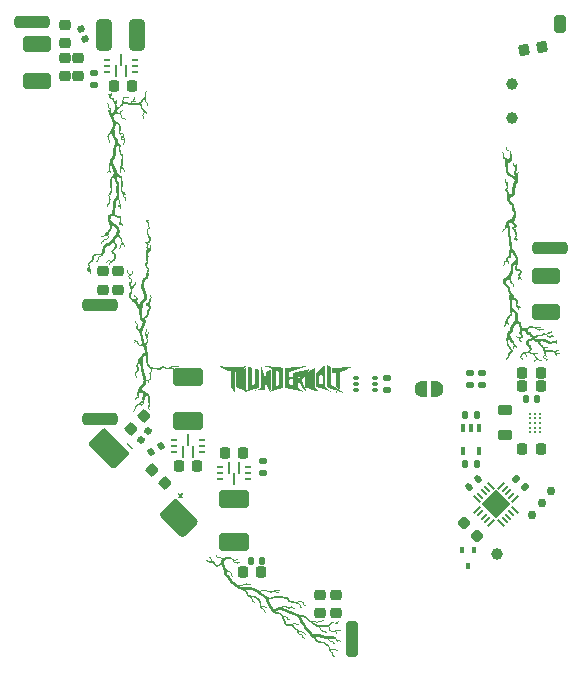
<source format=gbr>
%TF.GenerationSoftware,KiCad,Pcbnew,8.99.0-2194-gb3b7cbcab2*%
%TF.CreationDate,2024-09-04T21:17:35-04:00*%
%TF.ProjectId,thundervolt_lite,7468756e-6465-4727-966f-6c745f6c6974,rev?*%
%TF.SameCoordinates,PX85b368ePY7384544*%
%TF.FileFunction,Soldermask,Top*%
%TF.FilePolarity,Negative*%
%FSLAX46Y46*%
G04 Gerber Fmt 4.6, Leading zero omitted, Abs format (unit mm)*
G04 Created by KiCad (PCBNEW 8.99.0-2194-gb3b7cbcab2) date 2024-09-04 21:17:35*
%MOMM*%
%LPD*%
G01*
G04 APERTURE LIST*
G04 Aperture macros list*
%AMRoundRect*
0 Rectangle with rounded corners*
0 $1 Rounding radius*
0 $2 $3 $4 $5 $6 $7 $8 $9 X,Y pos of 4 corners*
0 Add a 4 corners polygon primitive as box body*
4,1,4,$2,$3,$4,$5,$6,$7,$8,$9,$2,$3,0*
0 Add four circle primitives for the rounded corners*
1,1,$1+$1,$2,$3*
1,1,$1+$1,$4,$5*
1,1,$1+$1,$6,$7*
1,1,$1+$1,$8,$9*
0 Add four rect primitives between the rounded corners*
20,1,$1+$1,$2,$3,$4,$5,0*
20,1,$1+$1,$4,$5,$6,$7,0*
20,1,$1+$1,$6,$7,$8,$9,0*
20,1,$1+$1,$8,$9,$2,$3,0*%
%AMRotRect*
0 Rectangle, with rotation*
0 The origin of the aperture is its center*
0 $1 length*
0 $2 width*
0 $3 Rotation angle, in degrees counterclockwise*
0 Add horizontal line*
21,1,$1,$2,0,0,$3*%
%AMFreePoly0*
4,1,19,0.500000,-0.650000,0.000000,-0.650000,0.000000,-0.644911,-0.071157,-0.644911,-0.207708,-0.604816,-0.327430,-0.527875,-0.420627,-0.420320,-0.479746,-0.290866,-0.500000,-0.150000,-0.500000,0.150000,-0.479746,0.290866,-0.420627,0.420320,-0.327430,0.527875,-0.207708,0.604816,-0.071157,0.644911,0.000000,0.644911,0.000000,0.650000,0.500000,0.650000,0.500000,-0.650000,0.500000,-0.650000,
$1*%
%AMFreePoly1*
4,1,19,0.000000,0.644911,0.071157,0.644911,0.207708,0.604816,0.327430,0.527875,0.420627,0.420320,0.479746,0.290866,0.500000,0.150000,0.500000,-0.150000,0.479746,-0.290866,0.420627,-0.420320,0.327430,-0.527875,0.207708,-0.604816,0.071157,-0.644911,0.000000,-0.644911,0.000000,-0.650000,-0.500000,-0.650000,-0.500000,0.650000,0.000000,0.650000,0.000000,0.644911,0.000000,0.644911,
$1*%
%AMFreePoly2*
4,1,14,0.334644,0.085355,0.385355,0.034644,0.400000,-0.000711,0.400000,-0.050000,0.385355,-0.085355,0.350000,-0.100000,-0.350000,-0.100000,-0.385355,-0.085355,-0.400000,-0.050000,-0.400000,0.050000,-0.385355,0.085355,-0.350000,0.100000,0.299289,0.100000,0.334644,0.085355,0.334644,0.085355,$1*%
%AMFreePoly3*
4,1,14,0.385355,0.085355,0.400000,0.050000,0.400000,0.000711,0.385355,-0.034644,0.334644,-0.085355,0.299289,-0.100000,-0.350000,-0.100000,-0.385355,-0.085355,-0.400000,-0.050000,-0.400000,0.050000,-0.385355,0.085355,-0.350000,0.100000,0.350000,0.100000,0.385355,0.085355,0.385355,0.085355,$1*%
%AMFreePoly4*
4,1,14,0.085355,0.385355,0.100000,0.350000,0.100000,-0.350000,0.085355,-0.385355,0.050000,-0.400000,-0.050000,-0.400000,-0.085355,-0.385355,-0.100000,-0.350000,-0.100000,0.299289,-0.085355,0.334644,-0.034644,0.385355,0.000711,0.400000,0.050000,0.400000,0.085355,0.385355,0.085355,0.385355,$1*%
%AMFreePoly5*
4,1,14,0.034644,0.385355,0.085355,0.334644,0.100000,0.299289,0.100000,-0.350000,0.085355,-0.385355,0.050000,-0.400000,-0.050000,-0.400000,-0.085355,-0.385355,-0.100000,-0.350000,-0.100000,0.350000,-0.085355,0.385355,-0.050000,0.400000,-0.000711,0.400000,0.034644,0.385355,0.034644,0.385355,$1*%
%AMFreePoly6*
4,1,14,0.385355,0.085355,0.400000,0.050000,0.400000,-0.050000,0.385355,-0.085355,0.350000,-0.100000,-0.299289,-0.100000,-0.334644,-0.085355,-0.385355,-0.034644,-0.400000,0.000711,-0.400000,0.050000,-0.385355,0.085355,-0.350000,0.100000,0.350000,0.100000,0.385355,0.085355,0.385355,0.085355,$1*%
%AMFreePoly7*
4,1,14,0.385355,0.085355,0.400000,0.050000,0.400000,-0.050000,0.385355,-0.085355,0.350000,-0.100000,-0.350000,-0.100000,-0.385355,-0.085355,-0.400000,-0.050000,-0.400000,-0.000711,-0.385355,0.034644,-0.334644,0.085355,-0.299289,0.100000,0.350000,0.100000,0.385355,0.085355,0.385355,0.085355,$1*%
%AMFreePoly8*
4,1,14,0.085355,0.385355,0.100000,0.350000,0.100000,-0.299289,0.085355,-0.334644,0.034644,-0.385355,-0.000711,-0.400000,-0.050000,-0.400000,-0.085355,-0.385355,-0.100000,-0.350000,-0.100000,0.350000,-0.085355,0.385355,-0.050000,0.400000,0.050000,0.400000,0.085355,0.385355,0.085355,0.385355,$1*%
%AMFreePoly9*
4,1,14,0.085355,0.385355,0.100000,0.350000,0.100000,-0.350000,0.085355,-0.385355,0.050000,-0.400000,0.000711,-0.400000,-0.034644,-0.385355,-0.085355,-0.334644,-0.100000,-0.299289,-0.100000,0.350000,-0.085355,0.385355,-0.050000,0.400000,0.050000,0.400000,0.085355,0.385355,0.085355,0.385355,$1*%
G04 Aperture macros list end*
%ADD10C,0.000000*%
%ADD11C,0.180000*%
%ADD12RoundRect,0.250000X-1.250000X-0.250000X1.250000X-0.250000X1.250000X0.250000X-1.250000X0.250000X0*%
%ADD13RoundRect,0.225000X0.178170X0.285273X-0.264994X0.207131X-0.178170X-0.285273X0.264994X-0.207131X0*%
%ADD14RoundRect,0.140000X-0.140000X-0.170000X0.140000X-0.170000X0.140000X0.170000X-0.140000X0.170000X0*%
%ADD15RoundRect,0.140000X0.207631X-0.073414X0.111865X0.189700X-0.207631X0.073414X-0.111865X-0.189700X0*%
%ADD16RoundRect,0.225000X0.225000X0.250000X-0.225000X0.250000X-0.225000X-0.250000X0.225000X-0.250000X0*%
%ADD17RoundRect,0.250000X0.250000X-1.250000X0.250000X1.250000X-0.250000X1.250000X-0.250000X-1.250000X0*%
%ADD18RoundRect,0.225000X0.250000X-0.225000X0.250000X0.225000X-0.250000X0.225000X-0.250000X-0.225000X0*%
%ADD19RoundRect,0.150000X-1.100000X0.600000X-1.100000X-0.600000X1.100000X-0.600000X1.100000X0.600000X0*%
%ADD20RoundRect,0.135000X-0.185000X0.135000X-0.185000X-0.135000X0.185000X-0.135000X0.185000X0.135000X0*%
%ADD21RoundRect,0.135000X0.226274X0.035355X0.035355X0.226274X-0.226274X-0.035355X-0.035355X-0.226274X0*%
%ADD22RoundRect,0.250000X0.925000X-0.412500X0.925000X0.412500X-0.925000X0.412500X-0.925000X-0.412500X0*%
%ADD23RoundRect,0.225000X0.335876X0.017678X0.017678X0.335876X-0.335876X-0.017678X-0.017678X-0.335876X0*%
%ADD24RoundRect,0.140000X0.021213X-0.219203X0.219203X-0.021213X-0.021213X0.219203X-0.219203X0.021213X0*%
%ADD25C,0.750000*%
%ADD26RoundRect,0.140000X0.140000X0.170000X-0.140000X0.170000X-0.140000X-0.170000X0.140000X-0.170000X0*%
%ADD27C,1.000000*%
%ADD28RoundRect,0.250000X-0.925000X0.412500X-0.925000X-0.412500X0.925000X-0.412500X0.925000X0.412500X0*%
%ADD29RoundRect,0.135000X0.185000X-0.135000X0.185000X0.135000X-0.185000X0.135000X-0.185000X-0.135000X0*%
%ADD30FreePoly0,0.000000*%
%ADD31FreePoly1,0.000000*%
%ADD32RoundRect,0.140000X-0.058955X0.212189X-0.219557X-0.017173X0.058955X-0.212189X0.219557X0.017173X0*%
%ADD33RoundRect,0.225000X-0.250000X0.225000X-0.250000X-0.225000X0.250000X-0.225000X0.250000X0.225000X0*%
%ADD34RoundRect,0.150000X1.100000X-0.600000X1.100000X0.600000X-1.100000X0.600000X-1.100000X-0.600000X0*%
%ADD35RoundRect,0.225000X-0.225000X-0.250000X0.225000X-0.250000X0.225000X0.250000X-0.225000X0.250000X0*%
%ADD36RoundRect,0.062500X-0.212500X0.062500X-0.212500X-0.062500X0.212500X-0.062500X0.212500X0.062500X0*%
%ADD37RoundRect,0.050000X-0.050000X-0.425000X0.050000X-0.425000X0.050000X0.425000X-0.050000X0.425000X0*%
%ADD38RoundRect,0.135000X0.024413X0.227715X-0.209413X0.092715X-0.024413X-0.227715X0.209413X-0.092715X0*%
%ADD39RoundRect,0.218750X0.335876X0.026517X0.026517X0.335876X-0.335876X-0.026517X-0.026517X-0.335876X0*%
%ADD40RoundRect,0.062500X0.212500X-0.062500X0.212500X0.062500X-0.212500X0.062500X-0.212500X-0.062500X0*%
%ADD41RoundRect,0.050000X0.050000X0.425000X-0.050000X0.425000X-0.050000X-0.425000X0.050000X-0.425000X0*%
%ADD42RoundRect,0.250000X0.250000X-0.500000X0.250000X0.500000X-0.250000X0.500000X-0.250000X-0.500000X0*%
%ADD43RoundRect,0.225000X-0.017678X0.335876X-0.335876X0.017678X0.017678X-0.335876X0.335876X-0.017678X0*%
%ADD44C,0.200000*%
%ADD45FreePoly2,315.000000*%
%ADD46RoundRect,0.050000X-0.282843X0.212132X0.212132X-0.282843X0.282843X-0.212132X-0.212132X0.282843X0*%
%ADD47FreePoly3,315.000000*%
%ADD48FreePoly4,315.000000*%
%ADD49RoundRect,0.050000X-0.282843X-0.212132X-0.212132X-0.282843X0.282843X0.212132X0.212132X0.282843X0*%
%ADD50FreePoly5,315.000000*%
%ADD51FreePoly6,315.000000*%
%ADD52FreePoly7,315.000000*%
%ADD53FreePoly8,315.000000*%
%ADD54FreePoly9,315.000000*%
%ADD55RotRect,1.700000X1.700000X315.000000*%
%ADD56RoundRect,0.075000X0.162500X-0.075000X0.162500X0.075000X-0.162500X0.075000X-0.162500X-0.075000X0*%
%ADD57RoundRect,0.325000X0.325000X1.025000X-0.325000X1.025000X-0.325000X-1.025000X0.325000X-1.025000X0*%
%ADD58RoundRect,0.100000X0.100000X-0.155000X0.100000X0.155000X-0.100000X0.155000X-0.100000X-0.155000X0*%
%ADD59RoundRect,0.140000X0.170000X-0.140000X0.170000X0.140000X-0.170000X0.140000X-0.170000X-0.140000X0*%
%ADD60RoundRect,0.218750X0.381250X-0.218750X0.381250X0.218750X-0.381250X0.218750X-0.381250X-0.218750X0*%
%ADD61RoundRect,0.100000X-0.100000X0.225000X-0.100000X-0.225000X0.100000X-0.225000X0.100000X0.225000X0*%
G04 APERTURE END LIST*
D10*
G36*
X2943822Y18561232D02*
G01*
X2403708Y18379473D01*
X1635093Y18122461D01*
X1632598Y17918732D01*
X1630120Y17715003D01*
X1776134Y17694474D01*
X1889405Y17678401D01*
X1956676Y17668610D01*
X1991185Y17663311D01*
X1991613Y17691092D01*
X2352776Y17691092D01*
X2352776Y17542220D01*
X2352933Y17511443D01*
X2353388Y17483550D01*
X2354114Y17458993D01*
X2355084Y17438227D01*
X2355653Y17429407D01*
X2356272Y17421706D01*
X2356940Y17415179D01*
X2357652Y17409884D01*
X2358405Y17405878D01*
X2359196Y17403216D01*
X2359605Y17402408D01*
X2360022Y17401957D01*
X2360446Y17401871D01*
X2360879Y17402156D01*
X2372893Y17418906D01*
X2399620Y17458010D01*
X2481391Y17579949D01*
X2503870Y17613898D01*
X2524642Y17645569D01*
X2543268Y17674270D01*
X2559306Y17699307D01*
X2572318Y17719987D01*
X2581863Y17735616D01*
X2587500Y17745502D01*
X2588716Y17748075D01*
X2588899Y17748730D01*
X2588790Y17748951D01*
X2577738Y17746670D01*
X2551337Y17740457D01*
X2468296Y17720031D01*
X2352776Y17691092D01*
X1991613Y17691092D01*
X1993718Y17827810D01*
X1996250Y17992327D01*
X2653160Y18171422D01*
X3117577Y18297279D01*
X3259228Y18335078D01*
X3311699Y18348382D01*
X3304770Y18335337D01*
X3284463Y18301205D01*
X3215300Y18188395D01*
X3127379Y18047393D01*
X3043870Y17915639D01*
X2957292Y17778675D01*
X2845115Y17598922D01*
X2714710Y17388699D01*
X2835837Y17117380D01*
X2928929Y16908080D01*
X2982665Y16785868D01*
X3025842Y16687592D01*
X3093537Y16535837D01*
X3154851Y16398948D01*
X3182686Y16336412D01*
X3182870Y16335920D01*
X3183008Y16335432D01*
X3183102Y16334949D01*
X3183153Y16334472D01*
X3183161Y16334001D01*
X3183128Y16333537D01*
X3183053Y16333081D01*
X3182939Y16332634D01*
X3182786Y16332195D01*
X3182593Y16331766D01*
X3182364Y16331348D01*
X3182097Y16330940D01*
X3181794Y16330544D01*
X3181456Y16330161D01*
X3181084Y16329790D01*
X3180677Y16329433D01*
X3180238Y16329091D01*
X3179767Y16328763D01*
X3179264Y16328451D01*
X3178731Y16328156D01*
X3177576Y16327616D01*
X3176309Y16327150D01*
X3174936Y16326762D01*
X3173463Y16326457D01*
X3171896Y16326242D01*
X3170242Y16326121D01*
X2887968Y16391777D01*
X2232390Y16550614D01*
X1290143Y16781021D01*
X1269307Y16786230D01*
X1269307Y17429829D01*
X1630464Y17429829D01*
X1630644Y17262960D01*
X1630807Y17096092D01*
X2392314Y16714624D01*
X2932167Y16445061D01*
X3097981Y16362938D01*
X3160766Y16332632D01*
X3161122Y16332613D01*
X3161473Y16332606D01*
X3161820Y16332613D01*
X3162161Y16332631D01*
X3162496Y16332663D01*
X3162825Y16332706D01*
X3163147Y16332761D01*
X3163462Y16332827D01*
X3163770Y16332905D01*
X3164069Y16332993D01*
X3164360Y16333092D01*
X3164642Y16333201D01*
X3164914Y16333320D01*
X3165177Y16333450D01*
X3165429Y16333588D01*
X3165671Y16333736D01*
X3165901Y16333892D01*
X3166120Y16334058D01*
X3166327Y16334231D01*
X3166521Y16334413D01*
X3166702Y16334602D01*
X3166870Y16334799D01*
X3167023Y16335003D01*
X3167163Y16335214D01*
X3167288Y16335432D01*
X3167397Y16335656D01*
X3167491Y16335886D01*
X3167569Y16336122D01*
X3167631Y16336363D01*
X3167675Y16336610D01*
X3167702Y16336862D01*
X3167711Y16337118D01*
X3167692Y16337118D01*
X3135541Y16380397D01*
X3048002Y16494528D01*
X2760234Y16865938D01*
X2352776Y17389748D01*
X2352776Y16785868D01*
X2330005Y16785868D01*
X2326866Y16786260D01*
X2322209Y16787409D01*
X2308709Y16791826D01*
X2290248Y16798809D01*
X2267564Y16808049D01*
X2241400Y16819236D01*
X2212495Y16832060D01*
X2181590Y16846211D01*
X2149427Y16861380D01*
X1991619Y16936892D01*
X1991619Y17241057D01*
X1991091Y17359158D01*
X1990472Y17410813D01*
X1989653Y17455873D01*
X1988661Y17493092D01*
X1987525Y17521222D01*
X1986271Y17539014D01*
X1985813Y17542220D01*
X1985609Y17543644D01*
X1985270Y17544825D01*
X1984928Y17545222D01*
X1980036Y17544045D01*
X1968611Y17540669D01*
X1929126Y17528273D01*
X1804350Y17487525D01*
X1630464Y17429829D01*
X1269307Y17429829D01*
X1269307Y18470432D01*
X1299403Y18475207D01*
X2238907Y18558795D01*
X3163062Y18637318D01*
X2943822Y18561232D01*
G37*
G36*
X-485397Y18635962D02*
G01*
X-432236Y18631198D01*
X-267922Y18615307D01*
X533104Y18536141D01*
X944715Y18494936D01*
X1074692Y18481409D01*
X1128086Y18475261D01*
X1148922Y18470902D01*
X1148922Y16787207D01*
X1100305Y16769084D01*
X418981Y16541683D01*
X-258661Y16318488D01*
X-265989Y16316422D01*
X-268890Y16315646D01*
X-271291Y16315054D01*
X-273199Y16314655D01*
X-274618Y16314457D01*
X-275146Y16314437D01*
X-275555Y16314471D01*
X-275845Y16314560D01*
X-276016Y16314706D01*
X-276070Y16314909D01*
X-276007Y16315170D01*
X-275829Y16315492D01*
X-275535Y16315874D01*
X-275126Y16316318D01*
X-274604Y16316826D01*
X-273221Y16318035D01*
X-271393Y16319511D01*
X-269124Y16321263D01*
X-263291Y16325633D01*
X-101320Y16439445D01*
X121323Y16594275D01*
X185929Y16638823D01*
X183578Y17501724D01*
X183417Y17560108D01*
X546995Y17560108D01*
X547543Y17302661D01*
X549035Y17091886D01*
X551243Y16949529D01*
X552545Y16910803D01*
X553233Y16900743D01*
X553940Y16897337D01*
X555224Y16897769D01*
X557603Y16898972D01*
X565405Y16903536D01*
X591488Y16920180D01*
X628315Y16944727D01*
X672010Y16974640D01*
X783135Y17051599D01*
X785378Y17592429D01*
X787621Y18133259D01*
X678883Y18173845D01*
X558570Y18218827D01*
X556925Y18217790D01*
X555433Y18213126D01*
X552883Y18191436D01*
X549335Y18088273D01*
X547510Y17885707D01*
X546995Y17560108D01*
X183417Y17560108D01*
X181208Y18364624D01*
X79344Y18403601D01*
X-152060Y18492856D01*
X-341708Y18567384D01*
X-414073Y18596420D01*
X-467839Y18618527D01*
X-500286Y18632623D01*
X-507664Y18636328D01*
X-508993Y18637287D01*
X-508693Y18637626D01*
X-485397Y18635962D01*
G37*
G36*
X20047510Y37195707D02*
G01*
X20047919Y37195668D01*
X20048288Y37195593D01*
X20048615Y37195482D01*
X20048899Y37195334D01*
X20049136Y37195148D01*
X20049324Y37194923D01*
X20049461Y37194660D01*
X20049543Y37194356D01*
X20049570Y37194011D01*
X20049536Y37193780D01*
X20049437Y37193381D01*
X20049059Y37192111D01*
X20048463Y37190278D01*
X20047675Y37187958D01*
X20046722Y37185229D01*
X20045629Y37182167D01*
X20044423Y37178848D01*
X20043130Y37175349D01*
X20040630Y37168590D01*
X20038583Y37162955D01*
X20037198Y37159035D01*
X20036822Y37157903D01*
X20036690Y37157420D01*
X20036699Y37157385D01*
X20036726Y37157348D01*
X20036771Y37157308D01*
X20036832Y37157267D01*
X20037004Y37157177D01*
X20037239Y37157080D01*
X20037533Y37156976D01*
X20037882Y37156867D01*
X20038283Y37156753D01*
X20038733Y37156635D01*
X20039227Y37156514D01*
X20039762Y37156391D01*
X20040335Y37156266D01*
X20040943Y37156142D01*
X20041580Y37156018D01*
X20042245Y37155896D01*
X20042932Y37155776D01*
X20043640Y37155660D01*
X20050590Y37154550D01*
X20057590Y37114675D01*
X20064154Y37078959D01*
X20070431Y37048553D01*
X20076639Y37022785D01*
X20079785Y37011432D01*
X20082996Y37000987D01*
X20086298Y36991368D01*
X20089718Y36982489D01*
X20093285Y36974268D01*
X20097024Y36966620D01*
X20100964Y36959462D01*
X20105131Y36952711D01*
X20109553Y36946281D01*
X20114256Y36940091D01*
X20118806Y36934620D01*
X20123546Y36929423D01*
X20128520Y36924477D01*
X20133771Y36919755D01*
X20139344Y36915234D01*
X20145281Y36910887D01*
X20151626Y36906691D01*
X20158423Y36902621D01*
X20165715Y36898651D01*
X20173546Y36894756D01*
X20181960Y36890913D01*
X20191000Y36887095D01*
X20200710Y36883278D01*
X20211133Y36879437D01*
X20222314Y36875548D01*
X20234295Y36871585D01*
X20240506Y36869631D01*
X20247462Y36867542D01*
X20262671Y36863214D01*
X20278037Y36859118D01*
X20285191Y36857319D01*
X20291679Y36855772D01*
X20305336Y36852568D01*
X20317355Y36849622D01*
X20327861Y36846897D01*
X20336980Y36844356D01*
X20344838Y36841962D01*
X20351562Y36839679D01*
X20357278Y36837470D01*
X20362111Y36835298D01*
X20363612Y36834544D01*
X20365004Y36833797D01*
X20366304Y36833038D01*
X20367530Y36832249D01*
X20368701Y36831411D01*
X20369834Y36830505D01*
X20370946Y36829514D01*
X20372056Y36828418D01*
X20373181Y36827200D01*
X20374340Y36825840D01*
X20375549Y36824321D01*
X20376828Y36822624D01*
X20378193Y36820729D01*
X20379663Y36818620D01*
X20381256Y36816277D01*
X20382989Y36813682D01*
X20391296Y36800263D01*
X20399745Y36784910D01*
X20408267Y36767825D01*
X20416795Y36749209D01*
X20425261Y36729264D01*
X20433599Y36708190D01*
X20441739Y36686190D01*
X20449616Y36663465D01*
X20457160Y36640215D01*
X20464306Y36616643D01*
X20470984Y36592949D01*
X20477128Y36569336D01*
X20482670Y36546004D01*
X20487543Y36523154D01*
X20491679Y36500989D01*
X20495010Y36479710D01*
X20497177Y36461561D01*
X20498928Y36440651D01*
X20500283Y36416226D01*
X20501262Y36387533D01*
X20501884Y36353817D01*
X20502167Y36314326D01*
X20502133Y36268304D01*
X20501800Y36215000D01*
X20500407Y36107795D01*
X20499545Y36068659D01*
X20498710Y36046538D01*
X20498065Y36037937D01*
X20497319Y36029991D01*
X20496444Y36022633D01*
X20495416Y36015793D01*
X20494207Y36009406D01*
X20492792Y36003401D01*
X20491145Y35997712D01*
X20489241Y35992270D01*
X20487052Y35987008D01*
X20484554Y35981856D01*
X20481719Y35976749D01*
X20478523Y35971616D01*
X20474939Y35966391D01*
X20470941Y35961005D01*
X20466503Y35955391D01*
X20461600Y35949480D01*
X20455919Y35942962D01*
X20449912Y35936431D01*
X20443653Y35929947D01*
X20437215Y35923571D01*
X20430671Y35917362D01*
X20424095Y35911379D01*
X20417559Y35905683D01*
X20411139Y35900333D01*
X20404906Y35895389D01*
X20398934Y35890910D01*
X20393297Y35886956D01*
X20388068Y35883587D01*
X20383321Y35880863D01*
X20379128Y35878843D01*
X20375564Y35877588D01*
X20374040Y35877265D01*
X20372702Y35877156D01*
X20372027Y35877125D01*
X20371302Y35877033D01*
X20370528Y35876881D01*
X20369707Y35876669D01*
X20367928Y35876073D01*
X20365977Y35875251D01*
X20363866Y35874213D01*
X20361606Y35872966D01*
X20359210Y35871518D01*
X20356689Y35869876D01*
X20354055Y35868050D01*
X20351320Y35866047D01*
X20348497Y35863875D01*
X20345595Y35861541D01*
X20342629Y35859055D01*
X20339608Y35856423D01*
X20336546Y35853653D01*
X20333455Y35850755D01*
X20326928Y35844680D01*
X20320379Y35838879D01*
X20313906Y35833425D01*
X20307605Y35828394D01*
X20301573Y35823863D01*
X20295908Y35819905D01*
X20293243Y35818165D01*
X20290706Y35816597D01*
X20288310Y35815210D01*
X20286065Y35814013D01*
X20284685Y35813358D01*
X20282909Y35812590D01*
X20280813Y35811736D01*
X20278468Y35810826D01*
X20275950Y35809886D01*
X20273332Y35808945D01*
X20270687Y35808031D01*
X20268090Y35807173D01*
X20265410Y35806235D01*
X20262683Y35805143D01*
X20259923Y35803907D01*
X20257146Y35802536D01*
X20254366Y35801043D01*
X20251599Y35799437D01*
X20248860Y35797728D01*
X20246164Y35795928D01*
X20243527Y35794047D01*
X20240963Y35792095D01*
X20238489Y35790083D01*
X20236118Y35788021D01*
X20233867Y35785919D01*
X20231751Y35783789D01*
X20229784Y35781640D01*
X20227983Y35779484D01*
X20226047Y35777113D01*
X20224006Y35774731D01*
X20221872Y35772352D01*
X20219658Y35769986D01*
X20217377Y35767645D01*
X20215043Y35765342D01*
X20212668Y35763087D01*
X20210265Y35760893D01*
X20207848Y35758771D01*
X20205429Y35756733D01*
X20203023Y35754790D01*
X20200641Y35752956D01*
X20198298Y35751240D01*
X20196005Y35749655D01*
X20193777Y35748213D01*
X20191626Y35746925D01*
X20189070Y35745572D01*
X20185790Y35744010D01*
X20181923Y35742296D01*
X20177603Y35740484D01*
X20172966Y35738630D01*
X20168148Y35736790D01*
X20163285Y35735020D01*
X20158513Y35733375D01*
X20135812Y35725785D01*
X20136489Y35663849D01*
X20136775Y35640065D01*
X20137214Y35621982D01*
X20137572Y35614701D01*
X20138066Y35608393D01*
X20138727Y35602906D01*
X20139589Y35598091D01*
X20140683Y35593795D01*
X20142042Y35589869D01*
X20143698Y35586161D01*
X20145684Y35582521D01*
X20148032Y35578797D01*
X20150774Y35574840D01*
X20157572Y35565619D01*
X20164212Y35556476D01*
X20170112Y35547854D01*
X20172811Y35543690D01*
X20175355Y35539601D01*
X20177756Y35535566D01*
X20180023Y35531568D01*
X20182167Y35527588D01*
X20184199Y35523607D01*
X20186129Y35519606D01*
X20187966Y35515566D01*
X20189722Y35511469D01*
X20191407Y35507297D01*
X20193031Y35503029D01*
X20194604Y35498649D01*
X20196633Y35492664D01*
X20198464Y35486873D01*
X20200105Y35481216D01*
X20201562Y35475630D01*
X20202843Y35470056D01*
X20203955Y35464431D01*
X20204906Y35458696D01*
X20205703Y35452789D01*
X20206353Y35446649D01*
X20206863Y35440215D01*
X20207241Y35433427D01*
X20207495Y35426222D01*
X20207631Y35418541D01*
X20207657Y35410322D01*
X20207408Y35392026D01*
X20206695Y35372001D01*
X20205468Y35353763D01*
X20203699Y35337154D01*
X20202601Y35329412D01*
X20201358Y35322018D01*
X20199964Y35314953D01*
X20198416Y35308198D01*
X20196712Y35301733D01*
X20194846Y35295537D01*
X20192817Y35289592D01*
X20190619Y35283879D01*
X20188250Y35278376D01*
X20185706Y35273066D01*
X20184044Y35269534D01*
X20182533Y35265801D01*
X20181169Y35261807D01*
X20179943Y35257493D01*
X20178851Y35252799D01*
X20177886Y35247666D01*
X20177042Y35242034D01*
X20176312Y35235845D01*
X20175691Y35229038D01*
X20175172Y35221555D01*
X20174750Y35213336D01*
X20174418Y35204322D01*
X20174169Y35194453D01*
X20173998Y35183670D01*
X20173865Y35159126D01*
X20173917Y35135792D01*
X20174176Y35117548D01*
X20174771Y35103460D01*
X20175236Y35097684D01*
X20175833Y35092596D01*
X20176581Y35088082D01*
X20177494Y35084024D01*
X20178589Y35080305D01*
X20179882Y35076810D01*
X20181391Y35073420D01*
X20183130Y35070020D01*
X20187368Y35062724D01*
X20190751Y35057363D01*
X20194737Y35051411D01*
X20204252Y35038062D01*
X20215384Y35023328D01*
X20227607Y35007863D01*
X20240393Y34992323D01*
X20253214Y34977359D01*
X20265545Y34963626D01*
X20276857Y34951778D01*
X20283997Y34944729D01*
X20291040Y34938065D01*
X20298094Y34931716D01*
X20305264Y34925616D01*
X20312656Y34919693D01*
X20320376Y34913881D01*
X20328530Y34908109D01*
X20337225Y34902310D01*
X20346567Y34896414D01*
X20356661Y34890353D01*
X20367613Y34884058D01*
X20379531Y34877459D01*
X20392519Y34870489D01*
X20406684Y34863079D01*
X20438970Y34846661D01*
X20479269Y34826252D01*
X20512212Y34808952D01*
X20539598Y34793579D01*
X20551770Y34786247D01*
X20563229Y34778954D01*
X20574199Y34771554D01*
X20584905Y34763898D01*
X20595573Y34755839D01*
X20606429Y34747230D01*
X20629600Y34727771D01*
X20656221Y34704340D01*
X20668453Y34693519D01*
X20679618Y34683820D01*
X20689712Y34675247D01*
X20698730Y34667803D01*
X20706669Y34661492D01*
X20713525Y34656317D01*
X20719291Y34652282D01*
X20723966Y34649390D01*
X20727301Y34647452D01*
X20730718Y34645334D01*
X20734261Y34642999D01*
X20737975Y34640408D01*
X20741905Y34637524D01*
X20746097Y34634310D01*
X20750595Y34630727D01*
X20755444Y34626738D01*
X20760691Y34622307D01*
X20766379Y34617394D01*
X20779261Y34605976D01*
X20794451Y34592182D01*
X20812309Y34575714D01*
X20822999Y34565882D01*
X20832148Y34557647D01*
X20839868Y34550920D01*
X20846268Y34545613D01*
X20851458Y34541638D01*
X20853633Y34540123D01*
X20855547Y34538908D01*
X20857213Y34537982D01*
X20858645Y34537335D01*
X20859857Y34536954D01*
X20860862Y34536830D01*
X20861019Y34536837D01*
X20861170Y34536859D01*
X20861316Y34536895D01*
X20861457Y34536946D01*
X20861592Y34537012D01*
X20861722Y34537092D01*
X20861847Y34537188D01*
X20861966Y34537298D01*
X20862081Y34537423D01*
X20862190Y34537564D01*
X20862294Y34537720D01*
X20862393Y34537891D01*
X20862486Y34538077D01*
X20862575Y34538279D01*
X20862659Y34538497D01*
X20862737Y34538730D01*
X20862810Y34538979D01*
X20862879Y34539243D01*
X20862942Y34539524D01*
X20863001Y34539820D01*
X20863054Y34540132D01*
X20863103Y34540461D01*
X20863146Y34540806D01*
X20863185Y34541167D01*
X20863219Y34541544D01*
X20863248Y34541938D01*
X20863272Y34542348D01*
X20863292Y34542775D01*
X20863306Y34543218D01*
X20863316Y34543679D01*
X20863322Y34544650D01*
X20863285Y34545767D01*
X20863183Y34546924D01*
X20862783Y34549355D01*
X20862124Y34551938D01*
X20861207Y34554670D01*
X20860037Y34557546D01*
X20858614Y34560562D01*
X20856942Y34563715D01*
X20855023Y34567001D01*
X20852859Y34570415D01*
X20850452Y34573954D01*
X20847806Y34577613D01*
X20844922Y34581389D01*
X20841804Y34585278D01*
X20838452Y34589275D01*
X20834871Y34593378D01*
X20831061Y34597581D01*
X20822235Y34607421D01*
X20818095Y34612258D01*
X20814120Y34617061D01*
X20810299Y34621849D01*
X20806620Y34626639D01*
X20803070Y34631449D01*
X20799637Y34636295D01*
X20796309Y34641196D01*
X20793075Y34646168D01*
X20789921Y34651229D01*
X20786837Y34656397D01*
X20783809Y34661689D01*
X20780826Y34667122D01*
X20777876Y34672715D01*
X20774947Y34678483D01*
X20767603Y34692810D01*
X20759611Y34707587D01*
X20750757Y34723167D01*
X20740829Y34739902D01*
X20729612Y34758144D01*
X20716896Y34778246D01*
X20702465Y34800560D01*
X20686108Y34825439D01*
X20645580Y34886676D01*
X20646840Y34928541D01*
X20648403Y34971787D01*
X20650210Y35005749D01*
X20651197Y35019123D01*
X20652234Y35030027D01*
X20653320Y35038411D01*
X20654450Y35044224D01*
X20655436Y35047949D01*
X20656454Y35051482D01*
X20657533Y35054876D01*
X20658701Y35058182D01*
X20659986Y35061453D01*
X20661415Y35064740D01*
X20663018Y35068097D01*
X20664822Y35071575D01*
X20666854Y35075225D01*
X20669144Y35079102D01*
X20671719Y35083256D01*
X20674608Y35087739D01*
X20677837Y35092605D01*
X20681436Y35097904D01*
X20689855Y35110014D01*
X20700048Y35124714D01*
X20709470Y35138644D01*
X20717073Y35150235D01*
X20719865Y35154661D01*
X20721808Y35157913D01*
X20723894Y35161773D01*
X20725840Y35165796D01*
X20727663Y35170059D01*
X20729379Y35174638D01*
X20731003Y35179612D01*
X20732551Y35185057D01*
X20734039Y35191051D01*
X20735483Y35197672D01*
X20736900Y35204997D01*
X20738304Y35213103D01*
X20739711Y35222067D01*
X20741138Y35231967D01*
X20742601Y35242881D01*
X20744114Y35254885D01*
X20747359Y35282474D01*
X20752610Y35327367D01*
X20756954Y35361442D01*
X20760514Y35385603D01*
X20762038Y35394248D01*
X20763413Y35400754D01*
X20764235Y35404348D01*
X20764563Y35405924D01*
X20764837Y35407372D01*
X20765056Y35408709D01*
X20765222Y35409948D01*
X20765334Y35411105D01*
X20765394Y35412195D01*
X20765401Y35413232D01*
X20765356Y35414233D01*
X20765259Y35415211D01*
X20765111Y35416183D01*
X20764913Y35417162D01*
X20764665Y35418165D01*
X20764366Y35419205D01*
X20764019Y35420299D01*
X20763501Y35421715D01*
X20762873Y35423167D01*
X20762138Y35424652D01*
X20761297Y35426166D01*
X20759312Y35429278D01*
X20756941Y35432481D01*
X20754205Y35435758D01*
X20751127Y35439087D01*
X20747729Y35442451D01*
X20744034Y35445828D01*
X20740063Y35449200D01*
X20735838Y35452547D01*
X20731383Y35455849D01*
X20726719Y35459088D01*
X20721868Y35462242D01*
X20716852Y35465294D01*
X20711695Y35468223D01*
X20706417Y35471010D01*
X20704029Y35472306D01*
X20701538Y35473815D01*
X20698967Y35475515D01*
X20696338Y35477385D01*
X20693676Y35479404D01*
X20691003Y35481550D01*
X20688344Y35483802D01*
X20685720Y35486138D01*
X20683157Y35488538D01*
X20680676Y35490979D01*
X20678302Y35493441D01*
X20676058Y35495903D01*
X20673966Y35498343D01*
X20672051Y35500739D01*
X20670336Y35503071D01*
X20668844Y35505317D01*
X20665813Y35510068D01*
X20662770Y35514631D01*
X20659668Y35519055D01*
X20656462Y35523389D01*
X20653105Y35527682D01*
X20649551Y35531984D01*
X20645755Y35536343D01*
X20641670Y35540808D01*
X20637252Y35545429D01*
X20632452Y35550255D01*
X20627227Y35555334D01*
X20621529Y35560717D01*
X20615313Y35566451D01*
X20608533Y35572587D01*
X20593096Y35586258D01*
X20581539Y35596384D01*
X20584359Y35653459D01*
X20586350Y35692157D01*
X20587164Y35705500D01*
X20587970Y35716135D01*
X20588852Y35725033D01*
X20589892Y35733169D01*
X20592789Y35751038D01*
X20594434Y35759620D01*
X20596406Y35768270D01*
X20598654Y35776833D01*
X20601131Y35785154D01*
X20603786Y35793078D01*
X20606571Y35800451D01*
X20609437Y35807118D01*
X20610884Y35810138D01*
X20612334Y35812923D01*
X20613614Y35815123D01*
X20615114Y35817440D01*
X20616810Y35819845D01*
X20618674Y35822312D01*
X20620680Y35824813D01*
X20622802Y35827320D01*
X20625014Y35829806D01*
X20627289Y35832244D01*
X20629602Y35834606D01*
X20631926Y35836864D01*
X20634234Y35838992D01*
X20636502Y35840962D01*
X20638701Y35842746D01*
X20640806Y35844317D01*
X20642792Y35845648D01*
X20644631Y35846711D01*
X20646833Y35847847D01*
X20647748Y35848294D01*
X20648557Y35848661D01*
X20649276Y35848948D01*
X20649917Y35849156D01*
X20650212Y35849230D01*
X20650494Y35849284D01*
X20650764Y35849318D01*
X20651023Y35849332D01*
X20651274Y35849327D01*
X20651517Y35849302D01*
X20651755Y35849257D01*
X20651990Y35849193D01*
X20652223Y35849109D01*
X20652456Y35849005D01*
X20652691Y35848882D01*
X20652930Y35848739D01*
X20653425Y35848394D01*
X20653955Y35847972D01*
X20654535Y35847472D01*
X20655179Y35846895D01*
X20655711Y35846385D01*
X20656236Y35845820D01*
X20656756Y35845198D01*
X20657271Y35844517D01*
X20658288Y35842970D01*
X20659294Y35841159D01*
X20660294Y35839068D01*
X20661294Y35836678D01*
X20662299Y35833971D01*
X20663317Y35830929D01*
X20664351Y35827535D01*
X20665408Y35823771D01*
X20666494Y35819619D01*
X20667615Y35815060D01*
X20668775Y35810077D01*
X20669981Y35804652D01*
X20671239Y35798767D01*
X20672554Y35792405D01*
X20676519Y35772358D01*
X20679485Y35755796D01*
X20681486Y35742155D01*
X20682135Y35736254D01*
X20682555Y35730873D01*
X20682750Y35725940D01*
X20682725Y35721386D01*
X20682484Y35717140D01*
X20682031Y35713133D01*
X20681371Y35709292D01*
X20680506Y35705549D01*
X20679443Y35701832D01*
X20678184Y35698072D01*
X20676406Y35692574D01*
X20675073Y35687304D01*
X20674574Y35684753D01*
X20674188Y35682254D01*
X20673915Y35679809D01*
X20673755Y35677414D01*
X20673710Y35675070D01*
X20673779Y35672774D01*
X20673963Y35670525D01*
X20674262Y35668323D01*
X20674678Y35666166D01*
X20675211Y35664053D01*
X20675860Y35661983D01*
X20676627Y35659954D01*
X20677512Y35657965D01*
X20678516Y35656016D01*
X20679639Y35654104D01*
X20680881Y35652228D01*
X20682243Y35650389D01*
X20683726Y35648583D01*
X20685330Y35646810D01*
X20687056Y35645069D01*
X20688904Y35643358D01*
X20690874Y35641677D01*
X20695184Y35638397D01*
X20699990Y35635219D01*
X20705297Y35632135D01*
X20708101Y35630486D01*
X20710814Y35628665D01*
X20713425Y35626688D01*
X20715920Y35624571D01*
X20718289Y35622330D01*
X20720518Y35619984D01*
X20722597Y35617547D01*
X20724514Y35615037D01*
X20726255Y35612471D01*
X20727810Y35609864D01*
X20729167Y35607234D01*
X20730312Y35604597D01*
X20731236Y35601970D01*
X20731610Y35600666D01*
X20731925Y35599370D01*
X20732177Y35598085D01*
X20732367Y35596813D01*
X20732492Y35595555D01*
X20732551Y35594315D01*
X20732642Y35592882D01*
X20732852Y35591343D01*
X20733174Y35589713D01*
X20733600Y35588012D01*
X20734122Y35586256D01*
X20734732Y35584465D01*
X20735422Y35582655D01*
X20736184Y35580845D01*
X20737011Y35579052D01*
X20737895Y35577294D01*
X20738827Y35575590D01*
X20739801Y35573957D01*
X20740807Y35572413D01*
X20741838Y35570976D01*
X20742887Y35569663D01*
X20743945Y35568493D01*
X20744563Y35567883D01*
X20745252Y35567259D01*
X20746002Y35566623D01*
X20746808Y35565981D01*
X20747661Y35565337D01*
X20748555Y35564697D01*
X20749483Y35564063D01*
X20750436Y35563443D01*
X20751409Y35562839D01*
X20752393Y35562256D01*
X20753381Y35561700D01*
X20754367Y35561175D01*
X20755342Y35560684D01*
X20756300Y35560234D01*
X20757233Y35559829D01*
X20758135Y35559473D01*
X20763601Y35557312D01*
X20768966Y35554972D01*
X20774224Y35552455D01*
X20779369Y35549764D01*
X20784397Y35546903D01*
X20789301Y35543874D01*
X20794076Y35540680D01*
X20798717Y35537324D01*
X20802588Y35534426D01*
X20804168Y35533267D01*
X20805540Y35532293D01*
X20806724Y35531495D01*
X20807743Y35530867D01*
X20808618Y35530401D01*
X20809009Y35530226D01*
X20809371Y35530090D01*
X20809708Y35529990D01*
X20810023Y35529927D01*
X20810317Y35529898D01*
X20810595Y35529904D01*
X20810858Y35529943D01*
X20811109Y35530015D01*
X20811351Y35530118D01*
X20811586Y35530252D01*
X20812049Y35530607D01*
X20812518Y35531074D01*
X20813015Y35531645D01*
X20813561Y35532314D01*
X20813922Y35532840D01*
X20814365Y35533621D01*
X20814882Y35534640D01*
X20815468Y35535883D01*
X20816821Y35538978D01*
X20818374Y35542780D01*
X20820079Y35547165D01*
X20821886Y35552009D01*
X20823745Y35557189D01*
X20825607Y35562579D01*
X20829601Y35573539D01*
X20834534Y35585727D01*
X20840153Y35598619D01*
X20846210Y35611690D01*
X20852454Y35624416D01*
X20858635Y35636273D01*
X20864503Y35646736D01*
X20869808Y35655280D01*
X20871552Y35657835D01*
X20873355Y35660356D01*
X20875197Y35662826D01*
X20877063Y35665227D01*
X20878936Y35667540D01*
X20880797Y35669746D01*
X20882630Y35671829D01*
X20884418Y35673770D01*
X20886144Y35675550D01*
X20887790Y35677152D01*
X20889340Y35678557D01*
X20890776Y35679747D01*
X20892081Y35680705D01*
X20893238Y35681411D01*
X20894229Y35681848D01*
X20894658Y35681960D01*
X20895039Y35681998D01*
X20895407Y35681981D01*
X20895756Y35681929D01*
X20895925Y35681887D01*
X20896089Y35681835D01*
X20896249Y35681770D01*
X20896406Y35681693D01*
X20896558Y35681603D01*
X20896707Y35681498D01*
X20896852Y35681379D01*
X20896994Y35681245D01*
X20897132Y35681095D01*
X20897267Y35680928D01*
X20897399Y35680744D01*
X20897527Y35680542D01*
X20897653Y35680321D01*
X20897776Y35680080D01*
X20897896Y35679819D01*
X20898014Y35679538D01*
X20898241Y35678909D01*
X20898460Y35678189D01*
X20898670Y35677371D01*
X20898872Y35676451D01*
X20899068Y35675422D01*
X20899258Y35674279D01*
X20899443Y35673017D01*
X20899623Y35671630D01*
X20899801Y35670112D01*
X20899976Y35668458D01*
X20900150Y35666662D01*
X20900323Y35664719D01*
X20900496Y35662623D01*
X20900671Y35660369D01*
X20901026Y35655364D01*
X20901397Y35649658D01*
X20901789Y35643208D01*
X20902209Y35635970D01*
X20902674Y35625248D01*
X20903041Y35611065D01*
X20903484Y35572281D01*
X20903538Y35519543D01*
X20903204Y35452779D01*
X20902127Y35352505D01*
X20900182Y35272800D01*
X20896900Y35210437D01*
X20894611Y35184751D01*
X20891812Y35162192D01*
X20888444Y35142356D01*
X20884448Y35124841D01*
X20879767Y35109242D01*
X20874341Y35095157D01*
X20868111Y35082182D01*
X20861020Y35069916D01*
X20853008Y35057954D01*
X20844018Y35045893D01*
X20828844Y35026293D01*
X20817454Y35011321D01*
X20813014Y35005283D01*
X20809325Y35000058D01*
X20806321Y34995531D01*
X20803937Y34991586D01*
X20802108Y34988111D01*
X20800769Y34984988D01*
X20799854Y34982105D01*
X20799299Y34979346D01*
X20799038Y34976596D01*
X20799006Y34973742D01*
X20799369Y34967257D01*
X20799522Y34965349D01*
X20799705Y34963543D01*
X20799924Y34961816D01*
X20800187Y34960148D01*
X20800501Y34958516D01*
X20800873Y34956898D01*
X20801310Y34955273D01*
X20801819Y34953619D01*
X20802407Y34951914D01*
X20803082Y34950137D01*
X20803850Y34948266D01*
X20804718Y34946278D01*
X20805694Y34944153D01*
X20806785Y34941868D01*
X20809339Y34936732D01*
X20815378Y34926250D01*
X20826377Y34908361D01*
X20856363Y34861083D01*
X20885518Y34816338D01*
X20895477Y34801616D01*
X20900061Y34795569D01*
X20900387Y34795573D01*
X20900942Y34795833D01*
X20902679Y34797060D01*
X20905153Y34799128D01*
X20908248Y34801917D01*
X20915825Y34809174D01*
X20924467Y34817863D01*
X20933234Y34827020D01*
X20941181Y34835678D01*
X20944553Y34839518D01*
X20947367Y34842871D01*
X20949505Y34845616D01*
X20950850Y34847632D01*
X20951963Y34849664D01*
X20952978Y34851645D01*
X20953902Y34853605D01*
X20954743Y34855576D01*
X20955508Y34857590D01*
X20956204Y34859677D01*
X20956837Y34861868D01*
X20957416Y34864194D01*
X20957947Y34866687D01*
X20958437Y34869378D01*
X20958895Y34872298D01*
X20959326Y34875477D01*
X20959737Y34878948D01*
X20960137Y34882741D01*
X20960931Y34891417D01*
X20961829Y34900670D01*
X20962917Y34909306D01*
X20964213Y34917362D01*
X20965737Y34924875D01*
X20967506Y34931883D01*
X20969540Y34938424D01*
X20971857Y34944535D01*
X20974477Y34950254D01*
X20977417Y34955617D01*
X20980698Y34960663D01*
X20984337Y34965429D01*
X20988353Y34969952D01*
X20992766Y34974269D01*
X20997593Y34978419D01*
X21002855Y34982439D01*
X21008569Y34986366D01*
X21012531Y34988863D01*
X21016426Y34991123D01*
X21020252Y34993144D01*
X21024004Y34994927D01*
X21027679Y34996470D01*
X21031275Y34997773D01*
X21034789Y34998836D01*
X21038217Y34999658D01*
X21041556Y35000237D01*
X21044804Y35000575D01*
X21047957Y35000668D01*
X21051011Y35000519D01*
X21053965Y35000124D01*
X21056815Y34999485D01*
X21059557Y34998600D01*
X21062189Y34997468D01*
X21063116Y34997000D01*
X21063979Y34996527D01*
X21064778Y34996048D01*
X21065512Y34995558D01*
X21066180Y34995054D01*
X21066783Y34994533D01*
X21067319Y34993990D01*
X21067789Y34993423D01*
X21068191Y34992828D01*
X21068526Y34992201D01*
X21068793Y34991540D01*
X21068991Y34990840D01*
X21069121Y34990098D01*
X21069181Y34989310D01*
X21069172Y34988474D01*
X21069092Y34987586D01*
X21068942Y34986641D01*
X21068720Y34985638D01*
X21068428Y34984571D01*
X21068063Y34983439D01*
X21067626Y34982236D01*
X21067116Y34980960D01*
X21066533Y34979608D01*
X21065876Y34978176D01*
X21065145Y34976659D01*
X21064340Y34975056D01*
X21063460Y34973362D01*
X21062504Y34971574D01*
X21060365Y34967702D01*
X21057919Y34963412D01*
X21051682Y34952538D01*
X21046866Y34943912D01*
X21043275Y34937069D01*
X21041877Y34934171D01*
X21040713Y34931544D01*
X21039756Y34929131D01*
X21038984Y34926872D01*
X21038371Y34924712D01*
X21037893Y34922590D01*
X21037526Y34920449D01*
X21037245Y34918231D01*
X21036844Y34913332D01*
X21036742Y34911482D01*
X21036681Y34909671D01*
X21036662Y34907883D01*
X21036687Y34906101D01*
X21036759Y34904309D01*
X21036879Y34902491D01*
X21037050Y34900630D01*
X21037274Y34898710D01*
X21037552Y34896715D01*
X21037888Y34894629D01*
X21038283Y34892434D01*
X21038738Y34890115D01*
X21039841Y34885040D01*
X21041214Y34879271D01*
X21043189Y34870291D01*
X21044685Y34861410D01*
X21045707Y34852642D01*
X21046257Y34844005D01*
X21046339Y34835516D01*
X21045955Y34827189D01*
X21045109Y34819043D01*
X21043804Y34811093D01*
X21042043Y34803356D01*
X21039829Y34795848D01*
X21037166Y34788586D01*
X21034057Y34781586D01*
X21030504Y34774864D01*
X21026512Y34768437D01*
X21022083Y34762322D01*
X21017221Y34756534D01*
X21015206Y34754251D01*
X21013203Y34751882D01*
X21011265Y34749495D01*
X21009443Y34747159D01*
X21007790Y34744943D01*
X21006360Y34742917D01*
X21005205Y34741149D01*
X21004746Y34740383D01*
X21004377Y34739708D01*
X21003169Y34737100D01*
X21002167Y34734329D01*
X21001744Y34732869D01*
X21001373Y34731354D01*
X21000791Y34728136D01*
X21000424Y34724636D01*
X21000276Y34720814D01*
X21000350Y34716630D01*
X21000649Y34712045D01*
X21001178Y34707020D01*
X21001939Y34701514D01*
X21002935Y34695489D01*
X21004171Y34688905D01*
X21005650Y34681722D01*
X21007375Y34673901D01*
X21009349Y34665403D01*
X21011577Y34656187D01*
X21014687Y34642894D01*
X21015990Y34636719D01*
X21017135Y34630748D01*
X21018128Y34624895D01*
X21018976Y34619075D01*
X21019688Y34613205D01*
X21020270Y34607201D01*
X21020730Y34600977D01*
X21021074Y34594450D01*
X21021309Y34587535D01*
X21021444Y34580147D01*
X21021439Y34563619D01*
X21021117Y34544189D01*
X21020539Y34524155D01*
X21019755Y34505675D01*
X21018870Y34490802D01*
X21018422Y34485360D01*
X21017987Y34481591D01*
X21016626Y34473492D01*
X21014931Y34464991D01*
X21012980Y34456388D01*
X21010856Y34447986D01*
X21008637Y34440084D01*
X21006404Y34432985D01*
X21004237Y34426989D01*
X21003204Y34424499D01*
X21002218Y34422398D01*
X21000237Y34418252D01*
X20998454Y34413940D01*
X20996853Y34409321D01*
X20995423Y34404255D01*
X20994149Y34398598D01*
X20993020Y34392210D01*
X20992020Y34384949D01*
X20991137Y34376673D01*
X20990358Y34367242D01*
X20989669Y34356513D01*
X20989057Y34344346D01*
X20988510Y34330598D01*
X20988012Y34315129D01*
X20987552Y34297796D01*
X20986691Y34256975D01*
X20985296Y34197737D01*
X20984459Y34176819D01*
X20983425Y34160392D01*
X20982115Y34147475D01*
X20980450Y34137085D01*
X20978353Y34128240D01*
X20975745Y34119959D01*
X20974712Y34117078D01*
X20973664Y34114343D01*
X20972588Y34111738D01*
X20971475Y34109245D01*
X20970315Y34106851D01*
X20969096Y34104537D01*
X20967808Y34102288D01*
X20966441Y34100088D01*
X20964984Y34097921D01*
X20963427Y34095769D01*
X20961759Y34093618D01*
X20959970Y34091451D01*
X20958050Y34089252D01*
X20955988Y34087005D01*
X20953773Y34084693D01*
X20951395Y34082300D01*
X20948765Y34079753D01*
X20946056Y34077248D01*
X20943222Y34074752D01*
X20940218Y34072235D01*
X20936997Y34069666D01*
X20933516Y34067012D01*
X20929729Y34064243D01*
X20925589Y34061328D01*
X20921053Y34058233D01*
X20916074Y34054930D01*
X20910608Y34051385D01*
X20904609Y34047567D01*
X20890830Y34038990D01*
X20874376Y34028946D01*
X20838499Y34007192D01*
X20837329Y33908848D01*
X20836816Y33870325D01*
X20836171Y33840268D01*
X20835191Y33816827D01*
X20833673Y33798152D01*
X20832649Y33790024D01*
X20831415Y33782392D01*
X20829944Y33775027D01*
X20828212Y33767697D01*
X20823864Y33752216D01*
X20818167Y33734098D01*
X20810781Y33712339D01*
X20802710Y33690878D01*
X20794014Y33669843D01*
X20784757Y33649366D01*
X20774999Y33629577D01*
X20764802Y33610607D01*
X20754229Y33592588D01*
X20743340Y33575648D01*
X20725266Y33548838D01*
X20725256Y33382331D01*
X20724837Y33255790D01*
X20724171Y33212362D01*
X20723067Y33179388D01*
X20721428Y33154785D01*
X20719154Y33136471D01*
X20716146Y33122364D01*
X20712305Y33110381D01*
X20708661Y33101499D01*
X20703925Y33091506D01*
X20698239Y33080604D01*
X20691740Y33068998D01*
X20684568Y33056891D01*
X20676863Y33044484D01*
X20660413Y33019589D01*
X20643506Y32995936D01*
X20635230Y32985083D01*
X20627258Y32975151D01*
X20619729Y32966342D01*
X20612785Y32958860D01*
X20606563Y32952907D01*
X20601204Y32948686D01*
X20599304Y32947479D01*
X20597169Y32946259D01*
X20594794Y32945025D01*
X20592173Y32943775D01*
X20589301Y32942506D01*
X20586172Y32941217D01*
X20582780Y32939905D01*
X20579119Y32938569D01*
X20575184Y32937207D01*
X20570970Y32935816D01*
X20561679Y32932942D01*
X20551201Y32929929D01*
X20539490Y32926763D01*
X20526383Y32923205D01*
X20513797Y32919592D01*
X20503161Y32916348D01*
X20499021Y32914996D01*
X20495905Y32913894D01*
X20483705Y32908975D01*
X20472011Y32903575D01*
X20460785Y32897658D01*
X20449993Y32891189D01*
X20439599Y32884130D01*
X20429566Y32876446D01*
X20419860Y32868101D01*
X20410444Y32859057D01*
X20401282Y32849279D01*
X20392339Y32838731D01*
X20383579Y32827376D01*
X20374966Y32815178D01*
X20366464Y32802101D01*
X20358038Y32788108D01*
X20349651Y32773163D01*
X20341268Y32757230D01*
X20336610Y32747810D01*
X20332676Y32739109D01*
X20329487Y32731016D01*
X20328179Y32727162D01*
X20327065Y32723417D01*
X20326149Y32719768D01*
X20325432Y32716200D01*
X20324918Y32712699D01*
X20324609Y32709250D01*
X20324508Y32705841D01*
X20324617Y32702456D01*
X20324940Y32699082D01*
X20325480Y32695705D01*
X20326238Y32692310D01*
X20327217Y32688883D01*
X20328421Y32685410D01*
X20329851Y32681878D01*
X20331511Y32678271D01*
X20333404Y32674576D01*
X20335531Y32670778D01*
X20337896Y32666865D01*
X20343350Y32658631D01*
X20349788Y32649763D01*
X20357230Y32640146D01*
X20365699Y32629668D01*
X20376293Y32616475D01*
X20386455Y32603217D01*
X20396213Y32589851D01*
X20405597Y32576333D01*
X20414636Y32562620D01*
X20423360Y32548670D01*
X20431798Y32534439D01*
X20439978Y32519883D01*
X20451811Y32498567D01*
X20457023Y32489627D01*
X20461983Y32481614D01*
X20466856Y32474363D01*
X20471804Y32467710D01*
X20476992Y32461492D01*
X20482582Y32455544D01*
X20488737Y32449702D01*
X20495623Y32443802D01*
X20503401Y32437680D01*
X20512235Y32431172D01*
X20522290Y32424114D01*
X20533728Y32416342D01*
X20561408Y32397997D01*
X20574764Y32389049D01*
X20587882Y32379939D01*
X20600740Y32370685D01*
X20613317Y32361304D01*
X20625589Y32351812D01*
X20637537Y32342226D01*
X20649137Y32332562D01*
X20660368Y32322837D01*
X20666932Y32316990D01*
X20672285Y32312100D01*
X20676529Y32308056D01*
X20678269Y32306316D01*
X20679770Y32304746D01*
X20681046Y32303332D01*
X20682110Y32302060D01*
X20682974Y32300916D01*
X20683653Y32299885D01*
X20684158Y32298955D01*
X20684503Y32298111D01*
X20684700Y32297339D01*
X20684763Y32296625D01*
X20685621Y32277382D01*
X20687672Y32240052D01*
X20692193Y32166388D01*
X20693701Y32148097D01*
X20695573Y32130294D01*
X20697756Y32113292D01*
X20700197Y32097402D01*
X20702845Y32082939D01*
X20705646Y32070213D01*
X20708548Y32059539D01*
X20710020Y32055069D01*
X20711498Y32051229D01*
X20712833Y32047725D01*
X20714107Y32043713D01*
X20715318Y32039194D01*
X20716466Y32034166D01*
X20717552Y32028632D01*
X20718576Y32022591D01*
X20719536Y32016043D01*
X20720434Y32008990D01*
X20721269Y32001431D01*
X20722042Y31993368D01*
X20723397Y31975728D01*
X20724500Y31956073D01*
X20725351Y31934407D01*
X20726146Y31911395D01*
X20727038Y31893636D01*
X20727596Y31886415D01*
X20728270Y31880131D01*
X20729090Y31874661D01*
X20730087Y31869879D01*
X20731292Y31865661D01*
X20732734Y31861881D01*
X20734444Y31858415D01*
X20736454Y31855136D01*
X20738793Y31851922D01*
X20741492Y31848645D01*
X20748093Y31841408D01*
X20752273Y31836810D01*
X20756527Y31831823D01*
X20760886Y31826397D01*
X20765382Y31820482D01*
X20770047Y31814028D01*
X20774911Y31806985D01*
X20780006Y31799304D01*
X20785363Y31790935D01*
X20791014Y31781828D01*
X20796991Y31771932D01*
X20810045Y31749579D01*
X20824776Y31723475D01*
X20841437Y31693222D01*
X20871570Y31637989D01*
X20873770Y31571709D01*
X20875386Y31510087D01*
X20876011Y31455729D01*
X20875632Y31413333D01*
X20875063Y31398089D01*
X20874238Y31387597D01*
X20873264Y31380367D01*
X20872105Y31373469D01*
X20870709Y31366702D01*
X20869019Y31359864D01*
X20866983Y31352752D01*
X20864547Y31345166D01*
X20861656Y31336903D01*
X20858257Y31327761D01*
X20854999Y31318609D01*
X20851926Y31308829D01*
X20849092Y31298651D01*
X20846550Y31288304D01*
X20844351Y31278018D01*
X20842549Y31268021D01*
X20841197Y31258544D01*
X20840347Y31249815D01*
X20839866Y31244328D01*
X20839201Y31239005D01*
X20838343Y31233827D01*
X20837282Y31228772D01*
X20836010Y31223819D01*
X20834517Y31218948D01*
X20832795Y31214138D01*
X20830833Y31209369D01*
X20828624Y31204619D01*
X20826158Y31199867D01*
X20823426Y31195093D01*
X20820418Y31190276D01*
X20817126Y31185396D01*
X20813540Y31180430D01*
X20809652Y31175360D01*
X20805452Y31170163D01*
X20796461Y31159031D01*
X20788057Y31148067D01*
X20780232Y31137255D01*
X20772981Y31126581D01*
X20766295Y31116029D01*
X20760168Y31105585D01*
X20754593Y31095233D01*
X20749562Y31084958D01*
X20745069Y31074745D01*
X20741107Y31064580D01*
X20737668Y31054446D01*
X20734746Y31044328D01*
X20732334Y31034213D01*
X20730424Y31024084D01*
X20729010Y31013926D01*
X20728084Y31003725D01*
X20726898Y30989362D01*
X20725257Y30975110D01*
X20723131Y30960821D01*
X20720490Y30946350D01*
X20717306Y30931550D01*
X20713549Y30916277D01*
X20709191Y30900383D01*
X20704201Y30883722D01*
X20700088Y30870137D01*
X20696473Y30857420D01*
X20693354Y30845514D01*
X20690729Y30834363D01*
X20688593Y30823909D01*
X20686944Y30814097D01*
X20685780Y30804868D01*
X20685097Y30796166D01*
X20684891Y30787935D01*
X20685161Y30780117D01*
X20685903Y30772656D01*
X20687114Y30765495D01*
X20688792Y30758577D01*
X20690932Y30751845D01*
X20693533Y30745242D01*
X20696591Y30738712D01*
X20698116Y30735796D01*
X20700122Y30732126D01*
X20705233Y30723118D01*
X20711240Y30712875D01*
X20717458Y30702582D01*
X20723595Y30692453D01*
X20729379Y30682654D01*
X20734158Y30674304D01*
X20735968Y30671022D01*
X20737284Y30668521D01*
X20738794Y30665641D01*
X20740376Y30662856D01*
X20742048Y30660147D01*
X20743832Y30657490D01*
X20745747Y30654866D01*
X20747815Y30652252D01*
X20750054Y30649628D01*
X20752485Y30646971D01*
X20755128Y30644262D01*
X20758004Y30641478D01*
X20761132Y30638599D01*
X20764532Y30635602D01*
X20768226Y30632467D01*
X20772232Y30629172D01*
X20776572Y30625697D01*
X20781264Y30622019D01*
X20791820Y30613446D01*
X20803535Y30603278D01*
X20815958Y30591955D01*
X20828635Y30579913D01*
X20841115Y30567590D01*
X20852946Y30555425D01*
X20863675Y30543856D01*
X20872850Y30533320D01*
X20884680Y30518890D01*
X20889632Y30512574D01*
X20893994Y30506746D01*
X20897804Y30501324D01*
X20901102Y30496225D01*
X20903926Y30491366D01*
X20906316Y30486664D01*
X20908310Y30482036D01*
X20909947Y30477400D01*
X20911266Y30472673D01*
X20912307Y30467771D01*
X20913107Y30462613D01*
X20913707Y30457114D01*
X20914144Y30451193D01*
X20914458Y30444767D01*
X20914674Y30434499D01*
X20914553Y30423875D01*
X20914123Y30413239D01*
X20913414Y30402934D01*
X20912455Y30393305D01*
X20911273Y30384695D01*
X20909898Y30377449D01*
X20909147Y30374444D01*
X20908358Y30371909D01*
X20907671Y30370057D01*
X20906954Y30368327D01*
X20906191Y30366704D01*
X20905367Y30365173D01*
X20904465Y30363718D01*
X20903471Y30362322D01*
X20902369Y30360970D01*
X20901144Y30359646D01*
X20899779Y30358334D01*
X20898260Y30357018D01*
X20896570Y30355683D01*
X20894694Y30354313D01*
X20892617Y30352891D01*
X20890324Y30351402D01*
X20887797Y30349831D01*
X20885023Y30348160D01*
X20876284Y30343173D01*
X20866579Y30338042D01*
X20855672Y30332662D01*
X20843327Y30326925D01*
X20829307Y30320724D01*
X20813375Y30313953D01*
X20795296Y30306503D01*
X20774833Y30298268D01*
X20718524Y30275823D01*
X20748737Y30249260D01*
X20771258Y30229290D01*
X20780545Y30220799D01*
X20788686Y30213059D01*
X20795806Y30205884D01*
X20802032Y30199088D01*
X20807491Y30192487D01*
X20812308Y30185895D01*
X20816611Y30179127D01*
X20820525Y30171998D01*
X20824177Y30164323D01*
X20827694Y30155918D01*
X20831201Y30146595D01*
X20834826Y30136172D01*
X20842931Y30111280D01*
X20847804Y30096565D01*
X20853142Y30081412D01*
X20858774Y30066243D01*
X20864533Y30051479D01*
X20870250Y30037543D01*
X20875756Y30024857D01*
X20880882Y30013842D01*
X20885459Y30004921D01*
X20887657Y30000800D01*
X20889807Y29996532D01*
X20891905Y29992124D01*
X20893949Y29987586D01*
X20897865Y29978146D01*
X20901530Y29968276D01*
X20904925Y29958039D01*
X20908025Y29947497D01*
X20910810Y29936714D01*
X20913256Y29925753D01*
X20914529Y29919802D01*
X20915966Y29913471D01*
X20919137Y29900447D01*
X20922376Y29888234D01*
X20923898Y29882917D01*
X20925289Y29878387D01*
X20926637Y29873924D01*
X20928035Y29868801D01*
X20929442Y29863199D01*
X20930819Y29857299D01*
X20932125Y29851281D01*
X20933319Y29845326D01*
X20934361Y29839616D01*
X20935209Y29834330D01*
X20937888Y29811463D01*
X20939939Y29784677D01*
X20941339Y29755654D01*
X20942068Y29726073D01*
X20942103Y29697614D01*
X20941421Y29671956D01*
X20940000Y29650781D01*
X20939006Y29642399D01*
X20937819Y29635768D01*
X20936988Y29632280D01*
X20936085Y29628919D01*
X20935080Y29625627D01*
X20933943Y29622348D01*
X20932643Y29619024D01*
X20931148Y29615599D01*
X20929430Y29612015D01*
X20927456Y29608215D01*
X20925197Y29604144D01*
X20922621Y29599742D01*
X20919698Y29594954D01*
X20916398Y29589723D01*
X20912690Y29583991D01*
X20908542Y29577702D01*
X20898807Y29563224D01*
X20888690Y29548119D01*
X20880460Y29535369D01*
X20873947Y29524646D01*
X20871283Y29519941D01*
X20868985Y29515620D01*
X20867032Y29511641D01*
X20865404Y29507963D01*
X20864079Y29504545D01*
X20863036Y29501345D01*
X20862255Y29498324D01*
X20861713Y29495439D01*
X20861391Y29492649D01*
X20861266Y29489914D01*
X20861268Y29488734D01*
X20861299Y29487549D01*
X20861360Y29486362D01*
X20861450Y29485178D01*
X20861568Y29483999D01*
X20861713Y29482832D01*
X20861885Y29481678D01*
X20862082Y29480543D01*
X20862305Y29479430D01*
X20862552Y29478343D01*
X20862823Y29477286D01*
X20863116Y29476263D01*
X20863432Y29475278D01*
X20863770Y29474335D01*
X20864128Y29473439D01*
X20864506Y29472592D01*
X20865523Y29470637D01*
X20866749Y29468631D01*
X20868172Y29466584D01*
X20869780Y29464508D01*
X20871560Y29462414D01*
X20873499Y29460314D01*
X20875586Y29458219D01*
X20877807Y29456141D01*
X20880150Y29454089D01*
X20882602Y29452077D01*
X20885152Y29450115D01*
X20887786Y29448214D01*
X20890492Y29446387D01*
X20893258Y29444643D01*
X20896070Y29442995D01*
X20898917Y29441454D01*
X20911520Y29434748D01*
X20922930Y29428300D01*
X20933201Y29422041D01*
X20942387Y29415902D01*
X20950539Y29409814D01*
X20957712Y29403708D01*
X20960947Y29400627D01*
X20963957Y29397515D01*
X20966749Y29394364D01*
X20969329Y29391165D01*
X20971703Y29387911D01*
X20973879Y29384591D01*
X20975863Y29381198D01*
X20977662Y29377722D01*
X20979282Y29374156D01*
X20980729Y29370491D01*
X20982012Y29366717D01*
X20983135Y29362827D01*
X20984931Y29354662D01*
X20986171Y29345926D01*
X20986908Y29336552D01*
X20987195Y29326469D01*
X20987174Y29319731D01*
X20986984Y29313442D01*
X20986594Y29307524D01*
X20985973Y29301897D01*
X20985092Y29296482D01*
X20983920Y29291199D01*
X20982427Y29285970D01*
X20980581Y29280713D01*
X20978353Y29275351D01*
X20975712Y29269804D01*
X20972627Y29263992D01*
X20969068Y29257835D01*
X20965005Y29251255D01*
X20960407Y29244172D01*
X20955243Y29236507D01*
X20949483Y29228180D01*
X20937964Y29211909D01*
X20927781Y29197995D01*
X20918884Y29186380D01*
X20911224Y29177006D01*
X20907843Y29173142D01*
X20904753Y29169816D01*
X20901947Y29167022D01*
X20899420Y29164752D01*
X20897165Y29162999D01*
X20895177Y29161755D01*
X20893449Y29161015D01*
X20891974Y29160770D01*
X20891483Y29160798D01*
X20890971Y29160882D01*
X20890442Y29161020D01*
X20889896Y29161208D01*
X20889336Y29161446D01*
X20888765Y29161731D01*
X20888183Y29162060D01*
X20887593Y29162431D01*
X20886997Y29162842D01*
X20886397Y29163291D01*
X20885194Y29164294D01*
X20883998Y29165422D01*
X20882826Y29166657D01*
X20881693Y29167981D01*
X20880616Y29169377D01*
X20879612Y29170827D01*
X20878694Y29172313D01*
X20877881Y29173817D01*
X20877518Y29174570D01*
X20877187Y29175322D01*
X20876890Y29176069D01*
X20876628Y29176809D01*
X20876405Y29177541D01*
X20876221Y29178262D01*
X20875844Y29180224D01*
X20875587Y29182311D01*
X20875454Y29184551D01*
X20875450Y29186972D01*
X20875581Y29189602D01*
X20875851Y29192469D01*
X20876266Y29195602D01*
X20876831Y29199029D01*
X20877551Y29202778D01*
X20878431Y29206877D01*
X20879476Y29211355D01*
X20880690Y29216240D01*
X20882080Y29221559D01*
X20883650Y29227342D01*
X20887351Y29240410D01*
X20890575Y29251942D01*
X20893218Y29262263D01*
X20895294Y29271449D01*
X20896816Y29279580D01*
X20897796Y29286733D01*
X20898087Y29289968D01*
X20898247Y29292987D01*
X20898278Y29295801D01*
X20898182Y29298420D01*
X20897960Y29300854D01*
X20897614Y29303111D01*
X20897299Y29304479D01*
X20896860Y29305872D01*
X20896297Y29307291D01*
X20895608Y29308738D01*
X20894793Y29310212D01*
X20893851Y29311715D01*
X20892780Y29313248D01*
X20891580Y29314811D01*
X20890250Y29316405D01*
X20888788Y29318031D01*
X20887194Y29319689D01*
X20885467Y29321381D01*
X20881609Y29324868D01*
X20877207Y29328498D01*
X20872251Y29332277D01*
X20866735Y29336212D01*
X20860651Y29340308D01*
X20853990Y29344572D01*
X20846745Y29349010D01*
X20838909Y29353629D01*
X20830472Y29358434D01*
X20821427Y29363432D01*
X20816664Y29365992D01*
X20812094Y29368382D01*
X20807828Y29370547D01*
X20803975Y29372436D01*
X20800642Y29373996D01*
X20797940Y29375176D01*
X20795978Y29375922D01*
X20795308Y29376116D01*
X20794863Y29376182D01*
X20794698Y29376177D01*
X20794530Y29376161D01*
X20794358Y29376135D01*
X20794183Y29376098D01*
X20794005Y29376052D01*
X20793825Y29375996D01*
X20793460Y29375858D01*
X20793090Y29375684D01*
X20792718Y29375477D01*
X20792347Y29375240D01*
X20791978Y29374973D01*
X20791616Y29374681D01*
X20791263Y29374363D01*
X20790921Y29374024D01*
X20790594Y29373664D01*
X20790284Y29373285D01*
X20789993Y29372891D01*
X20789726Y29372483D01*
X20789483Y29372062D01*
X20789183Y29371418D01*
X20788907Y29370658D01*
X20788430Y29368810D01*
X20788051Y29366556D01*
X20787768Y29363935D01*
X20787581Y29360984D01*
X20787487Y29357741D01*
X20787486Y29354244D01*
X20787576Y29350530D01*
X20787756Y29346639D01*
X20788024Y29342607D01*
X20788379Y29338473D01*
X20788820Y29334274D01*
X20789345Y29330049D01*
X20789953Y29325835D01*
X20790643Y29321670D01*
X20791413Y29317592D01*
X20792719Y29310624D01*
X20793731Y29304115D01*
X20794444Y29298044D01*
X20794852Y29292392D01*
X20794950Y29287136D01*
X20794733Y29282257D01*
X20794196Y29277734D01*
X20793333Y29273546D01*
X20792139Y29269673D01*
X20790608Y29266093D01*
X20788737Y29262787D01*
X20786518Y29259734D01*
X20783947Y29256913D01*
X20781019Y29254303D01*
X20777728Y29251884D01*
X20774069Y29249634D01*
X20772308Y29248811D01*
X20770184Y29248106D01*
X20767745Y29247520D01*
X20765037Y29247050D01*
X20762108Y29246698D01*
X20759006Y29246462D01*
X20755777Y29246340D01*
X20752470Y29246334D01*
X20749132Y29246441D01*
X20745810Y29246662D01*
X20742551Y29246995D01*
X20739403Y29247440D01*
X20736413Y29247996D01*
X20733629Y29248662D01*
X20731097Y29249438D01*
X20728866Y29250322D01*
X20727559Y29250946D01*
X20726280Y29251614D01*
X20725030Y29252327D01*
X20723809Y29253085D01*
X20722617Y29253888D01*
X20721452Y29254737D01*
X20720315Y29255633D01*
X20719206Y29256575D01*
X20718124Y29257564D01*
X20717070Y29258601D01*
X20716042Y29259686D01*
X20715040Y29260819D01*
X20714065Y29262000D01*
X20713116Y29263231D01*
X20712192Y29264511D01*
X20711295Y29265842D01*
X20710422Y29267222D01*
X20709574Y29268653D01*
X20707952Y29271670D01*
X20706427Y29274894D01*
X20704996Y29278330D01*
X20703658Y29281979D01*
X20702410Y29285847D01*
X20701250Y29289935D01*
X20700176Y29294247D01*
X20699667Y29296530D01*
X20699209Y29298796D01*
X20698799Y29301089D01*
X20698437Y29303453D01*
X20698119Y29305932D01*
X20697842Y29308568D01*
X20697605Y29311405D01*
X20697405Y29314487D01*
X20697240Y29317856D01*
X20697106Y29321558D01*
X20696927Y29330129D01*
X20696846Y29340548D01*
X20696846Y29353163D01*
X20696979Y29370088D01*
X20697345Y29383915D01*
X20697641Y29389826D01*
X20698024Y29395153D01*
X20698506Y29399960D01*
X20699095Y29404311D01*
X20699803Y29408269D01*
X20700638Y29411897D01*
X20701611Y29415260D01*
X20702731Y29418421D01*
X20704010Y29421444D01*
X20705455Y29424392D01*
X20707078Y29427329D01*
X20708888Y29430318D01*
X20715314Y29440721D01*
X20721570Y29451216D01*
X20727758Y29461990D01*
X20733977Y29473228D01*
X20740330Y29485117D01*
X20746917Y29497842D01*
X20753839Y29511589D01*
X20761198Y29526543D01*
X20770982Y29546424D01*
X20779382Y29562982D01*
X20786680Y29576693D01*
X20793163Y29588034D01*
X20799114Y29597479D01*
X20804818Y29605506D01*
X20810560Y29612589D01*
X20816624Y29619205D01*
X20819346Y29622084D01*
X20821963Y29624978D01*
X20824413Y29627808D01*
X20826634Y29630495D01*
X20828562Y29632961D01*
X20830134Y29635129D01*
X20830767Y29636077D01*
X20831288Y29636920D01*
X20831688Y29637649D01*
X20831960Y29638255D01*
X20832279Y29639173D01*
X20832542Y29640113D01*
X20832749Y29641079D01*
X20832900Y29642073D01*
X20832991Y29643100D01*
X20833023Y29644161D01*
X20832993Y29645260D01*
X20832901Y29646401D01*
X20832746Y29647586D01*
X20832525Y29648818D01*
X20832238Y29650101D01*
X20831883Y29651437D01*
X20831459Y29652830D01*
X20830965Y29654284D01*
X20829760Y29657382D01*
X20828259Y29660757D01*
X20826451Y29664434D01*
X20824325Y29668437D01*
X20821871Y29672792D01*
X20819079Y29677524D01*
X20815937Y29682657D01*
X20812437Y29688217D01*
X20808567Y29694227D01*
X20805164Y29699564D01*
X20802041Y29704675D01*
X20799184Y29709601D01*
X20796579Y29714383D01*
X20794211Y29719061D01*
X20792066Y29723676D01*
X20790129Y29728269D01*
X20788386Y29732880D01*
X20786823Y29737551D01*
X20785424Y29742320D01*
X20784176Y29747230D01*
X20783064Y29752321D01*
X20782073Y29757634D01*
X20781189Y29763208D01*
X20780398Y29769086D01*
X20779684Y29775307D01*
X20778856Y29782500D01*
X20777898Y29789572D01*
X20776781Y29796617D01*
X20775480Y29803732D01*
X20773966Y29811013D01*
X20772211Y29818555D01*
X20770189Y29826455D01*
X20767871Y29834807D01*
X20765231Y29843709D01*
X20762240Y29853255D01*
X20755096Y29874666D01*
X20746220Y29899805D01*
X20735391Y29929441D01*
X20727732Y29950508D01*
X20719456Y29973846D01*
X20711558Y29996614D01*
X20705035Y30015973D01*
X20699416Y30032572D01*
X20693981Y30047824D01*
X20689350Y30060039D01*
X20687529Y30064478D01*
X20686142Y30067524D01*
X20684401Y30070854D01*
X20682494Y30074230D01*
X20680405Y30077674D01*
X20678116Y30081207D01*
X20675608Y30084850D01*
X20672866Y30088626D01*
X20669870Y30092556D01*
X20666604Y30096662D01*
X20663050Y30100965D01*
X20659190Y30105487D01*
X20655007Y30110251D01*
X20650483Y30115277D01*
X20640342Y30126203D01*
X20628625Y30138441D01*
X20609721Y30158348D01*
X20601379Y30167479D01*
X20593729Y30176130D01*
X20586735Y30184351D01*
X20580362Y30192194D01*
X20574574Y30199710D01*
X20569335Y30206950D01*
X20564609Y30213965D01*
X20560362Y30220806D01*
X20556556Y30227524D01*
X20553157Y30234171D01*
X20550129Y30240796D01*
X20547435Y30247453D01*
X20545041Y30254191D01*
X20542910Y30261061D01*
X20541121Y30268083D01*
X20539736Y30275324D01*
X20538751Y30282744D01*
X20538158Y30290297D01*
X20537952Y30297942D01*
X20538126Y30305634D01*
X20538674Y30313330D01*
X20539590Y30320988D01*
X20540867Y30328563D01*
X20542501Y30336013D01*
X20544483Y30343295D01*
X20546808Y30350364D01*
X20549470Y30357179D01*
X20552462Y30363695D01*
X20555779Y30369870D01*
X20559414Y30375660D01*
X20562479Y30379902D01*
X20565811Y30384007D01*
X20569389Y30387961D01*
X20573196Y30391752D01*
X20577210Y30395369D01*
X20581414Y30398798D01*
X20585787Y30402027D01*
X20590310Y30405045D01*
X20594963Y30407838D01*
X20599727Y30410395D01*
X20604582Y30412702D01*
X20609509Y30414748D01*
X20614488Y30416521D01*
X20619501Y30418008D01*
X20624527Y30419196D01*
X20629546Y30420073D01*
X20647563Y30422750D01*
X20654329Y30423860D01*
X20659992Y30424893D01*
X20664847Y30425908D01*
X20669187Y30426961D01*
X20673306Y30428110D01*
X20677499Y30429413D01*
X20683111Y30431413D01*
X20690699Y30434374D01*
X20699468Y30437955D01*
X20708622Y30441815D01*
X20717364Y30445614D01*
X20724901Y30449011D01*
X20730435Y30451665D01*
X20732203Y30452607D01*
X20733171Y30453236D01*
X20733201Y30453335D01*
X20733144Y30453505D01*
X20733001Y30453741D01*
X20732774Y30454044D01*
X20732079Y30454839D01*
X20731076Y30455874D01*
X20729779Y30457137D01*
X20728208Y30458611D01*
X20724302Y30462136D01*
X20719492Y30466333D01*
X20713908Y30471085D01*
X20707684Y30476276D01*
X20700951Y30481789D01*
X20687958Y30492486D01*
X20675921Y30502739D01*
X20664749Y30512661D01*
X20654356Y30522364D01*
X20644650Y30531961D01*
X20635544Y30541564D01*
X20626948Y30551287D01*
X20618773Y30561242D01*
X20610929Y30571542D01*
X20603329Y30582298D01*
X20595882Y30593625D01*
X20588499Y30605635D01*
X20581092Y30618440D01*
X20573571Y30632153D01*
X20565847Y30646887D01*
X20557831Y30662755D01*
X20550922Y30676863D01*
X20545099Y30689240D01*
X20540312Y30700017D01*
X20536509Y30709326D01*
X20533639Y30717299D01*
X20532539Y30720826D01*
X20531653Y30724068D01*
X20530975Y30727041D01*
X20530498Y30729763D01*
X20530217Y30732250D01*
X20530125Y30734518D01*
X20530087Y30736505D01*
X20529976Y30738409D01*
X20529791Y30740227D01*
X20529535Y30741958D01*
X20529207Y30743597D01*
X20528810Y30745144D01*
X20528345Y30746594D01*
X20527812Y30747946D01*
X20527213Y30749196D01*
X20526548Y30750343D01*
X20525820Y30751383D01*
X20525028Y30752314D01*
X20524175Y30753133D01*
X20523261Y30753839D01*
X20522287Y30754427D01*
X20521255Y30754896D01*
X20517710Y30756035D01*
X20513614Y30756951D01*
X20509024Y30757648D01*
X20503999Y30758130D01*
X20498595Y30758401D01*
X20492872Y30758464D01*
X20486887Y30758325D01*
X20480699Y30757986D01*
X20474364Y30757452D01*
X20467942Y30756727D01*
X20461490Y30755816D01*
X20455066Y30754721D01*
X20448729Y30753448D01*
X20442536Y30752000D01*
X20436545Y30750381D01*
X20430814Y30748596D01*
X20425082Y30746523D01*
X20418310Y30743808D01*
X20402206Y30736739D01*
X20383638Y30727965D01*
X20363740Y30718064D01*
X20343646Y30707614D01*
X20324491Y30697191D01*
X20307409Y30687374D01*
X20293536Y30678741D01*
X20286615Y30674032D01*
X20280438Y30669484D01*
X20277616Y30667239D01*
X20274965Y30664998D01*
X20272482Y30662748D01*
X20270161Y30660476D01*
X20267997Y30658171D01*
X20265985Y30655819D01*
X20264122Y30653409D01*
X20262401Y30650928D01*
X20260819Y30648363D01*
X20259371Y30645703D01*
X20258051Y30642935D01*
X20256856Y30640047D01*
X20255780Y30637026D01*
X20254818Y30633860D01*
X20253967Y30630536D01*
X20253220Y30627043D01*
X20252574Y30623368D01*
X20252023Y30619498D01*
X20251564Y30615422D01*
X20251190Y30611126D01*
X20250898Y30606599D01*
X20250683Y30601828D01*
X20250462Y30591505D01*
X20250491Y30580058D01*
X20250732Y30567389D01*
X20251208Y30553096D01*
X20251531Y30546926D01*
X20251932Y30541321D01*
X20252426Y30536216D01*
X20253030Y30531547D01*
X20253758Y30527249D01*
X20254628Y30523259D01*
X20255654Y30519511D01*
X20256853Y30515942D01*
X20258240Y30512487D01*
X20259831Y30509081D01*
X20261641Y30505660D01*
X20263687Y30502160D01*
X20265985Y30498516D01*
X20268549Y30494665D01*
X20284669Y30470938D01*
X20296768Y30452716D01*
X20301568Y30445107D01*
X20305672Y30438202D01*
X20309182Y30431774D01*
X20312203Y30425601D01*
X20314837Y30419457D01*
X20317187Y30413118D01*
X20319356Y30406359D01*
X20321448Y30398957D01*
X20325809Y30381324D01*
X20331096Y30358422D01*
X20337153Y30331350D01*
X20339496Y30320127D01*
X20341433Y30310183D01*
X20342999Y30301320D01*
X20344232Y30293343D01*
X20345167Y30286053D01*
X20345842Y30279254D01*
X20347111Y30260725D01*
X20348262Y30236381D01*
X20349309Y30205678D01*
X20350263Y30168073D01*
X20351944Y30069973D01*
X20353402Y29937728D01*
X20355220Y29794149D01*
X20356203Y29746504D01*
X20357072Y29724292D01*
X20358051Y29716227D01*
X20358590Y29712575D01*
X20359176Y29709133D01*
X20359818Y29705870D01*
X20360526Y29702754D01*
X20361312Y29699752D01*
X20362185Y29696833D01*
X20363155Y29693964D01*
X20364232Y29691114D01*
X20365427Y29688250D01*
X20366750Y29685341D01*
X20368211Y29682354D01*
X20369820Y29679257D01*
X20373523Y29672607D01*
X20375131Y29669706D01*
X20376714Y29666628D01*
X20378263Y29663404D01*
X20379765Y29660068D01*
X20381210Y29656652D01*
X20382587Y29653190D01*
X20383885Y29649712D01*
X20385093Y29646252D01*
X20386200Y29642843D01*
X20387195Y29639517D01*
X20388067Y29636307D01*
X20388805Y29633245D01*
X20389398Y29630364D01*
X20389835Y29627696D01*
X20390106Y29625274D01*
X20390198Y29623131D01*
X20390292Y29620394D01*
X20390589Y29617598D01*
X20391108Y29614704D01*
X20391870Y29611671D01*
X20392897Y29608457D01*
X20394208Y29605023D01*
X20395825Y29601327D01*
X20397769Y29597329D01*
X20400059Y29592987D01*
X20402717Y29588261D01*
X20405763Y29583110D01*
X20409218Y29577493D01*
X20413103Y29571370D01*
X20417439Y29564700D01*
X20422245Y29557441D01*
X20427543Y29549553D01*
X20430889Y29544470D01*
X20433956Y29539518D01*
X20436759Y29534647D01*
X20439314Y29529805D01*
X20441636Y29524942D01*
X20443741Y29520005D01*
X20445644Y29514944D01*
X20447362Y29509708D01*
X20448910Y29504245D01*
X20450303Y29498504D01*
X20451558Y29492434D01*
X20452689Y29485983D01*
X20453713Y29479102D01*
X20454645Y29471737D01*
X20455500Y29463839D01*
X20456295Y29455355D01*
X20457307Y29442786D01*
X20458183Y29428981D01*
X20458984Y29412080D01*
X20459768Y29390222D01*
X20460593Y29361547D01*
X20461521Y29324194D01*
X20463915Y29216011D01*
X20466926Y29090026D01*
X20469806Y29010157D01*
X20471385Y28983694D01*
X20473159Y28964173D01*
X20475201Y28950066D01*
X20477589Y28939843D01*
X20478252Y28937821D01*
X20479207Y28935244D01*
X20480408Y28932219D01*
X20481811Y28928851D01*
X20483371Y28925245D01*
X20485041Y28921508D01*
X20486779Y28917744D01*
X20488537Y28914060D01*
X20490712Y28909425D01*
X20492682Y28904866D01*
X20494472Y28900318D01*
X20496102Y28895712D01*
X20497596Y28890984D01*
X20498975Y28886066D01*
X20500262Y28880893D01*
X20501479Y28875397D01*
X20503235Y28867508D01*
X20505133Y28859949D01*
X20507178Y28852700D01*
X20509376Y28845746D01*
X20511734Y28839067D01*
X20514256Y28832647D01*
X20516948Y28826469D01*
X20519817Y28820515D01*
X20520935Y28818204D01*
X20522038Y28815726D01*
X20523121Y28813093D01*
X20524182Y28810317D01*
X20525217Y28807412D01*
X20526222Y28804389D01*
X20528128Y28798042D01*
X20529874Y28791376D01*
X20531432Y28784490D01*
X20532772Y28777485D01*
X20533868Y28770461D01*
X20534359Y28765143D01*
X20534829Y28756584D01*
X20535274Y28744993D01*
X20535688Y28730574D01*
X20536405Y28694083D01*
X20536938Y28648763D01*
X20537854Y28542714D01*
X20550099Y28535564D01*
X20563411Y28527592D01*
X20576083Y28519599D01*
X20588111Y28511587D01*
X20599495Y28503557D01*
X20610229Y28495513D01*
X20620313Y28487456D01*
X20629743Y28479387D01*
X20638517Y28471309D01*
X20644065Y28465845D01*
X20649243Y28460426D01*
X20654059Y28455036D01*
X20658520Y28449659D01*
X20662636Y28444280D01*
X20666415Y28438883D01*
X20669865Y28433454D01*
X20672995Y28427975D01*
X20675812Y28422433D01*
X20678325Y28416811D01*
X20680543Y28411094D01*
X20682474Y28405266D01*
X20684127Y28399312D01*
X20685509Y28393217D01*
X20686629Y28386964D01*
X20687496Y28380539D01*
X20687892Y28377455D01*
X20688376Y28374427D01*
X20688950Y28371443D01*
X20689620Y28368494D01*
X20690390Y28365568D01*
X20691263Y28362655D01*
X20692243Y28359745D01*
X20693335Y28356827D01*
X20694543Y28353891D01*
X20695871Y28350926D01*
X20697322Y28347922D01*
X20698902Y28344869D01*
X20700614Y28341755D01*
X20702462Y28338571D01*
X20704451Y28335305D01*
X20706584Y28331948D01*
X20708820Y28328440D01*
X20710892Y28325070D01*
X20712805Y28321823D01*
X20714566Y28318683D01*
X20716180Y28315636D01*
X20717655Y28312666D01*
X20718996Y28309756D01*
X20720210Y28306892D01*
X20721303Y28304058D01*
X20722281Y28301238D01*
X20723151Y28298417D01*
X20723919Y28295579D01*
X20724591Y28292710D01*
X20725174Y28289792D01*
X20725673Y28286811D01*
X20726096Y28283752D01*
X20727087Y28277826D01*
X20728624Y28271477D01*
X20730681Y28264752D01*
X20733230Y28257700D01*
X20736244Y28250370D01*
X20739696Y28242809D01*
X20743559Y28235068D01*
X20747805Y28227194D01*
X20752408Y28219236D01*
X20757340Y28211242D01*
X20762574Y28203261D01*
X20768083Y28195343D01*
X20773839Y28187534D01*
X20779817Y28179885D01*
X20785987Y28172442D01*
X20792325Y28165257D01*
X20796413Y28160682D01*
X20800316Y28156146D01*
X20804032Y28151650D01*
X20807560Y28147195D01*
X20810899Y28142782D01*
X20814048Y28138414D01*
X20817006Y28134091D01*
X20819773Y28129815D01*
X20822348Y28125588D01*
X20824728Y28121411D01*
X20826915Y28117286D01*
X20828906Y28113213D01*
X20830701Y28109195D01*
X20832299Y28105233D01*
X20833698Y28101328D01*
X20834899Y28097483D01*
X20837475Y28089996D01*
X20841267Y28081087D01*
X20846192Y28070883D01*
X20852170Y28059509D01*
X20859120Y28047090D01*
X20866960Y28033753D01*
X20884989Y28004826D01*
X20905610Y27973733D01*
X20928174Y27941482D01*
X20952033Y27909077D01*
X20976540Y27877525D01*
X20982499Y27869653D01*
X20987987Y27861498D01*
X20993021Y27852987D01*
X20997621Y27844047D01*
X21001803Y27834604D01*
X21005586Y27824585D01*
X21008987Y27813916D01*
X21012024Y27802525D01*
X21014715Y27790338D01*
X21017078Y27777281D01*
X21019130Y27763282D01*
X21020889Y27748267D01*
X21022374Y27732162D01*
X21023601Y27714895D01*
X21024590Y27696392D01*
X21025356Y27676580D01*
X21026285Y27652979D01*
X21027581Y27627734D01*
X21031064Y27575096D01*
X21035385Y27524247D01*
X21037728Y27501236D01*
X21040121Y27480765D01*
X21044246Y27445969D01*
X21045889Y27430104D01*
X21047274Y27415001D01*
X21048418Y27400467D01*
X21049338Y27386307D01*
X21050050Y27372326D01*
X21050570Y27358332D01*
X21050983Y27337985D01*
X21050943Y27329187D01*
X21050703Y27321159D01*
X21050234Y27313794D01*
X21049511Y27306982D01*
X21048505Y27300614D01*
X21047189Y27294582D01*
X21045536Y27288776D01*
X21043519Y27283088D01*
X21041110Y27277409D01*
X21038281Y27271630D01*
X21035006Y27265641D01*
X21031258Y27259335D01*
X21027008Y27252602D01*
X21022230Y27245333D01*
X21013776Y27232345D01*
X21006051Y27219747D01*
X20998994Y27207327D01*
X20992541Y27194878D01*
X20986632Y27182191D01*
X20981205Y27169056D01*
X20976197Y27155264D01*
X20971547Y27140606D01*
X20967193Y27124874D01*
X20963072Y27107858D01*
X20959124Y27089349D01*
X20955285Y27069138D01*
X20951494Y27047016D01*
X20947689Y27022774D01*
X20939790Y26967095D01*
X20937495Y26950723D01*
X20934739Y26932005D01*
X20931869Y26913250D01*
X20929230Y26896766D01*
X20925983Y26876632D01*
X20925085Y26870213D01*
X20924635Y26865661D01*
X20924570Y26863953D01*
X20924608Y26862553D01*
X20924744Y26861408D01*
X20924975Y26860465D01*
X20925299Y26859671D01*
X20925712Y26858974D01*
X20926790Y26857656D01*
X20927171Y26857258D01*
X20927609Y26856853D01*
X20928099Y26856444D01*
X20928635Y26856034D01*
X20929212Y26855625D01*
X20929826Y26855219D01*
X20930471Y26854820D01*
X20931142Y26854431D01*
X20931833Y26854053D01*
X20932541Y26853689D01*
X20933258Y26853342D01*
X20933981Y26853015D01*
X20934704Y26852710D01*
X20935422Y26852430D01*
X20936129Y26852178D01*
X20936821Y26851955D01*
X20941790Y26850729D01*
X20948078Y26849478D01*
X20955411Y26848240D01*
X20963515Y26847056D01*
X20972113Y26845965D01*
X20980932Y26845009D01*
X20989697Y26844225D01*
X20998132Y26843656D01*
X21006660Y26843042D01*
X21014580Y26842251D01*
X21021885Y26841284D01*
X21028567Y26840143D01*
X21034616Y26838829D01*
X21037402Y26838107D01*
X21040026Y26837342D01*
X21042488Y26836534D01*
X21044787Y26835684D01*
X21046923Y26834791D01*
X21048892Y26833856D01*
X21049674Y26833442D01*
X21050592Y26832920D01*
X21052796Y26831579D01*
X21055411Y26829899D01*
X21058345Y26827942D01*
X21061506Y26825774D01*
X21064801Y26823459D01*
X21068139Y26821062D01*
X21071426Y26818646D01*
X21074763Y26816200D01*
X21078075Y26813863D01*
X21081361Y26811633D01*
X21084623Y26809511D01*
X21087860Y26807496D01*
X21091074Y26805588D01*
X21094265Y26803787D01*
X21097434Y26802091D01*
X21100580Y26800502D01*
X21103705Y26799019D01*
X21106810Y26797641D01*
X21109894Y26796369D01*
X21112958Y26795201D01*
X21116003Y26794138D01*
X21119029Y26793180D01*
X21122037Y26792325D01*
X21123402Y26792003D01*
X21125052Y26791676D01*
X21129143Y26791012D01*
X21134179Y26790349D01*
X21140030Y26789700D01*
X21146566Y26789079D01*
X21153658Y26788500D01*
X21161174Y26787977D01*
X21168985Y26787525D01*
X21185085Y26786594D01*
X21191789Y26786049D01*
X21197757Y26785379D01*
X21203107Y26784527D01*
X21207958Y26783437D01*
X21210233Y26782787D01*
X21212429Y26782056D01*
X21214560Y26781238D01*
X21216641Y26780327D01*
X21218687Y26779315D01*
X21220713Y26778195D01*
X21224763Y26775604D01*
X21228911Y26772500D01*
X21233277Y26768827D01*
X21237980Y26764529D01*
X21243139Y26759551D01*
X21255304Y26747335D01*
X21269620Y26732528D01*
X21275941Y26725751D01*
X21281736Y26719347D01*
X21287030Y26713285D01*
X21291845Y26707531D01*
X21296206Y26702052D01*
X21300138Y26696816D01*
X21303662Y26691789D01*
X21306804Y26686938D01*
X21309588Y26682232D01*
X21312037Y26677636D01*
X21314175Y26673119D01*
X21316027Y26668646D01*
X21317615Y26664186D01*
X21318964Y26659705D01*
X21319721Y26656403D01*
X21320415Y26652289D01*
X21321043Y26647454D01*
X21321602Y26641988D01*
X21322503Y26629525D01*
X21323097Y26615624D01*
X21323362Y26601006D01*
X21323276Y26586393D01*
X21322817Y26572509D01*
X21321964Y26560075D01*
X21320087Y26543352D01*
X21317564Y26526761D01*
X21314429Y26510425D01*
X21310711Y26494469D01*
X21306444Y26479018D01*
X21301659Y26464195D01*
X21299082Y26457058D01*
X21296387Y26450124D01*
X21293578Y26443410D01*
X21290659Y26436931D01*
X21287159Y26429786D01*
X21283194Y26422329D01*
X21278769Y26414571D01*
X21273892Y26406519D01*
X21268566Y26398185D01*
X21262799Y26389575D01*
X21256596Y26380701D01*
X21249961Y26371571D01*
X21244734Y26364398D01*
X21239894Y26357529D01*
X21235428Y26350935D01*
X21231322Y26344590D01*
X21227565Y26338467D01*
X21224142Y26332537D01*
X21221042Y26326773D01*
X21218250Y26321149D01*
X21215755Y26315637D01*
X21213542Y26310209D01*
X21211600Y26304839D01*
X21209914Y26299499D01*
X21208473Y26294161D01*
X21207263Y26288798D01*
X21206271Y26283384D01*
X21205484Y26277890D01*
X21204676Y26267552D01*
X21204276Y26253838D01*
X21204251Y26237936D01*
X21204569Y26221035D01*
X21205195Y26204322D01*
X21206097Y26188987D01*
X21207241Y26176219D01*
X21207894Y26171168D01*
X21208594Y26167204D01*
X21209732Y26162283D01*
X21210983Y26157614D01*
X21212356Y26153183D01*
X21213861Y26148976D01*
X21215505Y26144981D01*
X21217299Y26141183D01*
X21219251Y26137568D01*
X21221369Y26134124D01*
X21223664Y26130836D01*
X21226143Y26127692D01*
X21228815Y26124676D01*
X21231690Y26121777D01*
X21234777Y26118979D01*
X21238083Y26116270D01*
X21241619Y26113636D01*
X21245393Y26111064D01*
X21248285Y26109080D01*
X21251150Y26106925D01*
X21253988Y26104601D01*
X21256798Y26102109D01*
X21262328Y26096630D01*
X21267734Y26090503D01*
X21273006Y26083743D01*
X21278137Y26076365D01*
X21283119Y26068385D01*
X21287943Y26059816D01*
X21292603Y26050674D01*
X21297089Y26040974D01*
X21301394Y26030731D01*
X21305510Y26019960D01*
X21309429Y26008675D01*
X21313142Y25996892D01*
X21316642Y25984625D01*
X21319921Y25971890D01*
X21322071Y25962568D01*
X21323904Y25953527D01*
X21325421Y25944794D01*
X21326623Y25936392D01*
X21327509Y25928348D01*
X21328082Y25920687D01*
X21328343Y25913434D01*
X21328291Y25906616D01*
X21327927Y25900256D01*
X21327253Y25894382D01*
X21326269Y25889018D01*
X21324976Y25884190D01*
X21323375Y25879923D01*
X21321467Y25876243D01*
X21319252Y25873176D01*
X21316731Y25870746D01*
X21316275Y25870415D01*
X21315776Y25870097D01*
X21314659Y25869502D01*
X21313401Y25868964D01*
X21312022Y25868485D01*
X21310542Y25868067D01*
X21308980Y25867713D01*
X21307358Y25867426D01*
X21305694Y25867208D01*
X21304010Y25867062D01*
X21302324Y25866989D01*
X21300658Y25866993D01*
X21299031Y25867076D01*
X21297463Y25867240D01*
X21295974Y25867488D01*
X21294584Y25867823D01*
X21293314Y25868246D01*
X21293143Y25868333D01*
X21292938Y25868473D01*
X21292432Y25868907D01*
X21291806Y25869537D01*
X21291068Y25870352D01*
X21290226Y25871341D01*
X21289290Y25872491D01*
X21288268Y25873792D01*
X21287169Y25875233D01*
X21284771Y25878486D01*
X21282166Y25882160D01*
X21279422Y25886163D01*
X21276608Y25890406D01*
X21263352Y25910102D01*
X21248580Y25930941D01*
X21232794Y25952282D01*
X21216496Y25973484D01*
X21200188Y25993906D01*
X21184372Y26012907D01*
X21169550Y26029846D01*
X21156225Y26044083D01*
X21151886Y26048473D01*
X21147759Y26052568D01*
X21143938Y26056278D01*
X21140521Y26059515D01*
X21137603Y26062188D01*
X21135281Y26064209D01*
X21133650Y26065486D01*
X21133124Y26065819D01*
X21132806Y26065932D01*
X21132591Y26065908D01*
X21132377Y26065836D01*
X21132166Y26065717D01*
X21131957Y26065552D01*
X21131752Y26065344D01*
X21131550Y26065093D01*
X21131351Y26064800D01*
X21131156Y26064467D01*
X21130966Y26064095D01*
X21130780Y26063686D01*
X21130599Y26063240D01*
X21130423Y26062759D01*
X21130087Y26061697D01*
X21129776Y26060510D01*
X21129492Y26059208D01*
X21129237Y26057802D01*
X21129013Y26056303D01*
X21128824Y26054719D01*
X21128671Y26053062D01*
X21128557Y26051342D01*
X21128485Y26049568D01*
X21128456Y26047752D01*
X21128398Y26045661D01*
X21128230Y26043508D01*
X21127944Y26041269D01*
X21127531Y26038918D01*
X21126982Y26036430D01*
X21126289Y26033779D01*
X21125442Y26030938D01*
X21124432Y26027884D01*
X21123252Y26024590D01*
X21121891Y26021030D01*
X21120342Y26017179D01*
X21118595Y26013011D01*
X21116641Y26008501D01*
X21114472Y26003624D01*
X21109452Y25992662D01*
X21103354Y25979842D01*
X21097732Y25968720D01*
X21095042Y25963709D01*
X21092404Y25959017D01*
X21089795Y25954610D01*
X21087192Y25950452D01*
X21084572Y25946509D01*
X21081913Y25942746D01*
X21079193Y25939128D01*
X21076388Y25935619D01*
X21073477Y25932185D01*
X21070436Y25928791D01*
X21067243Y25925402D01*
X21063876Y25921983D01*
X21060413Y25918633D01*
X21057133Y25915667D01*
X21054033Y25913084D01*
X21051106Y25910882D01*
X21048348Y25909060D01*
X21047030Y25908291D01*
X21045753Y25907617D01*
X21044514Y25907037D01*
X21043315Y25906552D01*
X21042153Y25906161D01*
X21041029Y25905864D01*
X21039942Y25905661D01*
X21038890Y25905551D01*
X21037874Y25905535D01*
X21036893Y25905613D01*
X21035946Y25905784D01*
X21035032Y25906048D01*
X21034150Y25906406D01*
X21033301Y25906856D01*
X21032483Y25907399D01*
X21031696Y25908034D01*
X21030939Y25908762D01*
X21030211Y25909582D01*
X21029512Y25910494D01*
X21028841Y25911499D01*
X21028197Y25912595D01*
X21027580Y25913783D01*
X21026158Y25917715D01*
X21024991Y25923089D01*
X21024075Y25929760D01*
X21023405Y25937581D01*
X21022976Y25946406D01*
X21022784Y25956087D01*
X21022823Y25966479D01*
X21023088Y25977436D01*
X21024278Y26000454D01*
X21025193Y26012224D01*
X21026315Y26023971D01*
X21027638Y26035550D01*
X21029159Y26046815D01*
X21030871Y26057618D01*
X21032770Y26067813D01*
X21035941Y26082930D01*
X21039013Y26096117D01*
X21040584Y26102199D01*
X21042216Y26108054D01*
X21043938Y26113766D01*
X21045779Y26119420D01*
X21047768Y26125102D01*
X21049933Y26130896D01*
X21054906Y26143161D01*
X21060929Y26156895D01*
X21068229Y26172778D01*
X21076399Y26190289D01*
X21059362Y26210149D01*
X21055341Y26214879D01*
X21051760Y26219204D01*
X21048594Y26223182D01*
X21045819Y26226870D01*
X21043409Y26230325D01*
X21041342Y26233605D01*
X21039591Y26236767D01*
X21038133Y26239869D01*
X21036942Y26242968D01*
X21035995Y26246122D01*
X21035267Y26249388D01*
X21034734Y26252823D01*
X21034369Y26256485D01*
X21034151Y26260432D01*
X21034053Y26264721D01*
X21034051Y26269409D01*
X21034313Y26279781D01*
X21034945Y26289902D01*
X21035962Y26299809D01*
X21037378Y26309541D01*
X21039205Y26319137D01*
X21041459Y26328637D01*
X21044154Y26338078D01*
X21047302Y26347500D01*
X21050918Y26356941D01*
X21055016Y26366440D01*
X21059610Y26376036D01*
X21064714Y26385768D01*
X21070341Y26395674D01*
X21076506Y26405793D01*
X21083223Y26416164D01*
X21090504Y26426826D01*
X21115341Y26462662D01*
X21125045Y26476972D01*
X21133141Y26489183D01*
X21139779Y26499526D01*
X21145108Y26508231D01*
X21149280Y26515527D01*
X21152444Y26521646D01*
X21155587Y26528369D01*
X21158419Y26534903D01*
X21160942Y26541244D01*
X21163154Y26547388D01*
X21165055Y26553333D01*
X21166645Y26559074D01*
X21167922Y26564608D01*
X21168887Y26569932D01*
X21169539Y26575042D01*
X21169876Y26579935D01*
X21169900Y26584608D01*
X21169608Y26589057D01*
X21169002Y26593279D01*
X21168079Y26597269D01*
X21166840Y26601026D01*
X21165284Y26604546D01*
X21164539Y26605994D01*
X21163822Y26607313D01*
X21163114Y26608516D01*
X21162399Y26609621D01*
X21161660Y26610641D01*
X21160878Y26611591D01*
X21160466Y26612046D01*
X21160036Y26612488D01*
X21159587Y26612921D01*
X21159117Y26613347D01*
X21158103Y26614182D01*
X21156976Y26615009D01*
X21155720Y26615843D01*
X21154316Y26616700D01*
X21152747Y26617594D01*
X21150995Y26618542D01*
X21149044Y26619557D01*
X21146874Y26620656D01*
X21145084Y26621521D01*
X21143170Y26622390D01*
X21138968Y26624141D01*
X21134268Y26625908D01*
X21129065Y26627690D01*
X21123358Y26629484D01*
X21117144Y26631289D01*
X21110420Y26633103D01*
X21103183Y26634926D01*
X21089824Y26638295D01*
X21077337Y26641679D01*
X21065593Y26645119D01*
X21054465Y26648657D01*
X21043823Y26652335D01*
X21033538Y26656193D01*
X21023484Y26660273D01*
X21013529Y26664616D01*
X21007180Y26667421D01*
X21001037Y26669999D01*
X20995027Y26672365D01*
X20989073Y26674539D01*
X20983100Y26676537D01*
X20977032Y26678377D01*
X20970793Y26680075D01*
X20964309Y26681649D01*
X20957504Y26683117D01*
X20950301Y26684496D01*
X20942626Y26685803D01*
X20934403Y26687055D01*
X20916011Y26689466D01*
X20894520Y26691866D01*
X20875295Y26694095D01*
X20858699Y26696498D01*
X20851282Y26697794D01*
X20844396Y26699169D01*
X20838000Y26700635D01*
X20832051Y26702205D01*
X20826508Y26703889D01*
X20821328Y26705701D01*
X20816470Y26707653D01*
X20811891Y26709755D01*
X20807550Y26712021D01*
X20803404Y26714461D01*
X20799412Y26717089D01*
X20795532Y26719916D01*
X20793929Y26721216D01*
X20792367Y26722634D01*
X20790850Y26724164D01*
X20789381Y26725801D01*
X20787965Y26727537D01*
X20786604Y26729367D01*
X20785304Y26731283D01*
X20784067Y26733279D01*
X20782897Y26735349D01*
X20781799Y26737487D01*
X20780776Y26739685D01*
X20779832Y26741938D01*
X20778970Y26744239D01*
X20778195Y26746582D01*
X20777510Y26748960D01*
X20776920Y26751367D01*
X20776514Y26753688D01*
X20776058Y26757165D01*
X20775565Y26761629D01*
X20775054Y26766908D01*
X20774538Y26772835D01*
X20774033Y26779240D01*
X20773555Y26785954D01*
X20773120Y26792807D01*
X20772272Y26811651D01*
X20771995Y26830303D01*
X20772305Y26848997D01*
X20773216Y26867971D01*
X20774744Y26887460D01*
X20776903Y26907700D01*
X20779709Y26928928D01*
X20783177Y26951380D01*
X20786926Y26974836D01*
X20791127Y27002170D01*
X20798831Y27054881D01*
X20807762Y27117089D01*
X20811293Y27139254D01*
X20814537Y27157162D01*
X20817744Y27172093D01*
X20821165Y27185323D01*
X20825051Y27198131D01*
X20829653Y27211794D01*
X20832825Y27220302D01*
X20837198Y27231137D01*
X20842492Y27243668D01*
X20848426Y27257263D01*
X20854723Y27271289D01*
X20861100Y27285116D01*
X20867280Y27298112D01*
X20872982Y27309644D01*
X20873067Y27309824D01*
X20873131Y27309982D01*
X20873173Y27310119D01*
X20873194Y27310234D01*
X20873194Y27310328D01*
X20873186Y27310367D01*
X20873174Y27310401D01*
X20873156Y27310430D01*
X20873133Y27310453D01*
X20873106Y27310472D01*
X20873074Y27310485D01*
X20873037Y27310494D01*
X20872995Y27310497D01*
X20872897Y27310489D01*
X20872781Y27310461D01*
X20872647Y27310414D01*
X20872496Y27310348D01*
X20872327Y27310262D01*
X20872141Y27310159D01*
X20871939Y27310037D01*
X20871721Y27309896D01*
X20871488Y27309738D01*
X20870976Y27309370D01*
X20870406Y27308932D01*
X20869781Y27308429D01*
X20869105Y27307862D01*
X20868381Y27307232D01*
X20867613Y27306542D01*
X20866802Y27305794D01*
X20837272Y27278386D01*
X20810562Y27254119D01*
X20785742Y27232219D01*
X20761882Y27211908D01*
X20738054Y27192412D01*
X20713327Y27172955D01*
X20686773Y27152760D01*
X20657462Y27131051D01*
X20622298Y27105271D01*
X20622132Y26968108D01*
X20621588Y26844321D01*
X20620329Y26746887D01*
X20618427Y26679515D01*
X20617257Y26658261D01*
X20615952Y26645913D01*
X20614742Y26639240D01*
X20613636Y26633712D01*
X20613085Y26631254D01*
X20612513Y26628936D01*
X20611905Y26626708D01*
X20611247Y26624522D01*
X20610522Y26622328D01*
X20609714Y26620077D01*
X20608810Y26617721D01*
X20607792Y26615210D01*
X20605354Y26609530D01*
X20602278Y26602643D01*
X20598479Y26593962D01*
X20595128Y26585708D01*
X20592147Y26577623D01*
X20589454Y26569451D01*
X20586971Y26560932D01*
X20584617Y26551810D01*
X20582312Y26541826D01*
X20579976Y26530723D01*
X20578104Y26521961D01*
X20576027Y26513310D01*
X20573664Y26504578D01*
X20570931Y26495570D01*
X20567746Y26486095D01*
X20564026Y26475959D01*
X20559687Y26464970D01*
X20554647Y26452933D01*
X20548824Y26439657D01*
X20542134Y26424948D01*
X20525823Y26390460D01*
X20505052Y26347925D01*
X20479158Y26295799D01*
X20438604Y26213625D01*
X20423953Y26182909D01*
X20412401Y26157637D01*
X20403459Y26136709D01*
X20396640Y26119023D01*
X20391453Y26103477D01*
X20387411Y26088969D01*
X20385218Y26079874D01*
X20383391Y26071272D01*
X20381939Y26063066D01*
X20380872Y26055160D01*
X20380200Y26047454D01*
X20379934Y26039853D01*
X20380082Y26032258D01*
X20380655Y26024571D01*
X20381663Y26016696D01*
X20383115Y26008535D01*
X20385023Y25999990D01*
X20387394Y25990964D01*
X20390240Y25981359D01*
X20393570Y25971077D01*
X20397395Y25960023D01*
X20401723Y25948096D01*
X20407339Y25932679D01*
X20412013Y25919284D01*
X20415844Y25907548D01*
X20418935Y25897110D01*
X20421385Y25887607D01*
X20423296Y25878677D01*
X20424767Y25869957D01*
X20425900Y25861086D01*
X20426424Y25856559D01*
X20426957Y25852469D01*
X20427514Y25848787D01*
X20428107Y25845485D01*
X20428751Y25842535D01*
X20429459Y25839908D01*
X20430244Y25837576D01*
X20431120Y25835511D01*
X20432101Y25833684D01*
X20433200Y25832066D01*
X20434431Y25830630D01*
X20435806Y25829347D01*
X20437341Y25828188D01*
X20439047Y25827126D01*
X20440940Y25826131D01*
X20443031Y25825176D01*
X20446084Y25823807D01*
X20448978Y25822395D01*
X20451716Y25820936D01*
X20454298Y25819423D01*
X20456727Y25817853D01*
X20459004Y25816220D01*
X20461129Y25814520D01*
X20463105Y25812748D01*
X20464933Y25810899D01*
X20466615Y25808968D01*
X20468151Y25806950D01*
X20469544Y25804841D01*
X20470795Y25802635D01*
X20471904Y25800327D01*
X20472875Y25797914D01*
X20473707Y25795389D01*
X20474403Y25792748D01*
X20474964Y25789987D01*
X20475391Y25787100D01*
X20475686Y25784082D01*
X20475851Y25780929D01*
X20475886Y25777635D01*
X20475793Y25774197D01*
X20475574Y25770608D01*
X20475230Y25766865D01*
X20474762Y25762962D01*
X20474172Y25758894D01*
X20473462Y25754657D01*
X20472633Y25750245D01*
X20471685Y25745655D01*
X20469443Y25735916D01*
X20467736Y25728805D01*
X20466415Y25722983D01*
X20465459Y25718289D01*
X20464844Y25714556D01*
X20464658Y25713000D01*
X20464549Y25711623D01*
X20464514Y25710404D01*
X20464551Y25709324D01*
X20464656Y25708362D01*
X20464826Y25707497D01*
X20465060Y25706708D01*
X20465353Y25705977D01*
X20465483Y25705721D01*
X20465652Y25705443D01*
X20466103Y25704824D01*
X20466698Y25704124D01*
X20467428Y25703352D01*
X20468285Y25702515D01*
X20469260Y25701619D01*
X20470344Y25700672D01*
X20471529Y25699680D01*
X20472806Y25698652D01*
X20474166Y25697593D01*
X20475601Y25696512D01*
X20477102Y25695414D01*
X20478660Y25694308D01*
X20480267Y25693200D01*
X20481914Y25692097D01*
X20483592Y25691007D01*
X20508589Y25674697D01*
X20532584Y25658516D01*
X20555452Y25642554D01*
X20577068Y25626903D01*
X20597306Y25611657D01*
X20616042Y25596906D01*
X20633151Y25582743D01*
X20648507Y25569260D01*
X20670246Y25549520D01*
X20669309Y25441814D01*
X20668292Y25363719D01*
X20667705Y25338384D01*
X20667159Y25327206D01*
X20666977Y25326222D01*
X20666790Y25325330D01*
X20666595Y25324527D01*
X20666388Y25323807D01*
X20666168Y25323168D01*
X20665930Y25322606D01*
X20665673Y25322115D01*
X20665537Y25321896D01*
X20665394Y25321693D01*
X20665245Y25321507D01*
X20665089Y25321336D01*
X20664927Y25321180D01*
X20664757Y25321039D01*
X20664579Y25320912D01*
X20664393Y25320798D01*
X20664198Y25320698D01*
X20663995Y25320611D01*
X20663783Y25320535D01*
X20663561Y25320471D01*
X20663087Y25320377D01*
X20662571Y25320323D01*
X20662009Y25320306D01*
X20660304Y25320420D01*
X20658513Y25320725D01*
X20656640Y25321215D01*
X20654692Y25321883D01*
X20652675Y25322725D01*
X20650594Y25323734D01*
X20648454Y25324905D01*
X20646262Y25326232D01*
X20641745Y25329330D01*
X20637087Y25332982D01*
X20632335Y25337142D01*
X20627534Y25341764D01*
X20622730Y25346802D01*
X20617970Y25352208D01*
X20613299Y25357938D01*
X20608763Y25363945D01*
X20604409Y25370182D01*
X20600282Y25376604D01*
X20596427Y25383164D01*
X20592892Y25389816D01*
X20591149Y25393396D01*
X20589470Y25397070D01*
X20587857Y25400829D01*
X20586313Y25404662D01*
X20584842Y25408560D01*
X20583446Y25412513D01*
X20582128Y25416510D01*
X20580892Y25420541D01*
X20579740Y25424597D01*
X20578675Y25428668D01*
X20577701Y25432742D01*
X20576820Y25436811D01*
X20576035Y25440864D01*
X20575349Y25444890D01*
X20574766Y25448882D01*
X20574287Y25452827D01*
X20573812Y25456929D01*
X20573262Y25461182D01*
X20572656Y25465461D01*
X20572016Y25469644D01*
X20571360Y25473607D01*
X20570708Y25477225D01*
X20570081Y25480377D01*
X20569497Y25482937D01*
X20568829Y25485382D01*
X20568048Y25487820D01*
X20567152Y25490249D01*
X20566142Y25492671D01*
X20565017Y25495086D01*
X20563776Y25497494D01*
X20562421Y25499895D01*
X20560949Y25502291D01*
X20557656Y25507065D01*
X20553896Y25511818D01*
X20549664Y25516555D01*
X20544959Y25521277D01*
X20539777Y25525987D01*
X20534114Y25530688D01*
X20527970Y25535384D01*
X20521339Y25540076D01*
X20514220Y25544767D01*
X20506610Y25549461D01*
X20498505Y25554160D01*
X20489902Y25558867D01*
X20484510Y25561915D01*
X20478631Y25565567D01*
X20472331Y25569767D01*
X20465678Y25574457D01*
X20458738Y25579583D01*
X20451578Y25585089D01*
X20436869Y25597013D01*
X20422085Y25609781D01*
X20407763Y25622945D01*
X20400942Y25629535D01*
X20394438Y25636056D01*
X20388317Y25642452D01*
X20382647Y25648666D01*
X20379171Y25652631D01*
X20376090Y25656281D01*
X20373385Y25659671D01*
X20371039Y25662857D01*
X20369033Y25665895D01*
X20368153Y25667375D01*
X20367350Y25668839D01*
X20366624Y25670293D01*
X20365973Y25671745D01*
X20365393Y25673201D01*
X20364882Y25674668D01*
X20364439Y25676153D01*
X20364061Y25677663D01*
X20363745Y25679205D01*
X20363491Y25680786D01*
X20363294Y25682412D01*
X20363154Y25684092D01*
X20363034Y25687635D01*
X20363111Y25691472D01*
X20363368Y25695658D01*
X20363788Y25700248D01*
X20364352Y25705297D01*
X20365567Y25716211D01*
X20365986Y25720757D01*
X20366268Y25724742D01*
X20366405Y25728202D01*
X20366389Y25731174D01*
X20366211Y25733692D01*
X20365863Y25735794D01*
X20365337Y25737514D01*
X20365005Y25738243D01*
X20364625Y25738889D01*
X20364197Y25739458D01*
X20363718Y25739954D01*
X20363190Y25740382D01*
X20362609Y25740745D01*
X20361289Y25741298D01*
X20359750Y25741649D01*
X20357984Y25741833D01*
X20355982Y25741886D01*
X20354552Y25741928D01*
X20352833Y25742049D01*
X20350890Y25742241D01*
X20348788Y25742496D01*
X20346593Y25742806D01*
X20344369Y25743163D01*
X20342183Y25743559D01*
X20340098Y25743986D01*
X20338538Y25744344D01*
X20337093Y25744717D01*
X20335739Y25745121D01*
X20334452Y25745574D01*
X20333208Y25746093D01*
X20331984Y25746695D01*
X20330754Y25747396D01*
X20329496Y25748215D01*
X20328184Y25749167D01*
X20326796Y25750271D01*
X20325307Y25751542D01*
X20323693Y25752999D01*
X20321930Y25754657D01*
X20319994Y25756535D01*
X20317861Y25758649D01*
X20315508Y25761016D01*
X20312556Y25764051D01*
X20309871Y25766947D01*
X20307444Y25769725D01*
X20305264Y25772409D01*
X20303320Y25775020D01*
X20301600Y25777582D01*
X20300095Y25780117D01*
X20298794Y25782647D01*
X20297686Y25785195D01*
X20296761Y25787784D01*
X20296007Y25790436D01*
X20295414Y25793173D01*
X20294972Y25796018D01*
X20294669Y25798993D01*
X20294495Y25802122D01*
X20294440Y25805426D01*
X20294526Y25807898D01*
X20294779Y25810734D01*
X20295187Y25813890D01*
X20295738Y25817321D01*
X20297226Y25824837D01*
X20299154Y25832932D01*
X20301432Y25841256D01*
X20303972Y25849459D01*
X20306682Y25857192D01*
X20308073Y25860773D01*
X20309474Y25864105D01*
X20310790Y25867264D01*
X20311910Y25870314D01*
X20312831Y25873283D01*
X20313553Y25876199D01*
X20314073Y25879089D01*
X20314390Y25881980D01*
X20314501Y25884899D01*
X20314405Y25887874D01*
X20314100Y25890932D01*
X20313584Y25894100D01*
X20312856Y25897405D01*
X20311914Y25900875D01*
X20310755Y25904536D01*
X20309378Y25908417D01*
X20307782Y25912545D01*
X20305964Y25916946D01*
X20304359Y25920788D01*
X20302621Y25925091D01*
X20298964Y25934495D01*
X20295434Y25943982D01*
X20292475Y25952375D01*
X20291183Y25956027D01*
X20289860Y25959503D01*
X20288543Y25962721D01*
X20287270Y25965598D01*
X20286077Y25968052D01*
X20285002Y25970001D01*
X20284520Y25970761D01*
X20284082Y25971363D01*
X20283692Y25971798D01*
X20283355Y25972055D01*
X20282611Y25972332D01*
X20281694Y25972471D01*
X20280606Y25972472D01*
X20279351Y25972338D01*
X20277933Y25972072D01*
X20276354Y25971674D01*
X20272731Y25970491D01*
X20268508Y25968806D01*
X20263714Y25966633D01*
X20258376Y25963986D01*
X20252522Y25960882D01*
X20246179Y25957334D01*
X20239375Y25953358D01*
X20232138Y25948968D01*
X20224496Y25944179D01*
X20216475Y25939007D01*
X20208103Y25933465D01*
X20199409Y25927570D01*
X20190419Y25921335D01*
X20167507Y25905502D01*
X20144331Y25889928D01*
X20121100Y25874742D01*
X20098020Y25860075D01*
X20075299Y25846056D01*
X20053146Y25832815D01*
X20031767Y25820484D01*
X20011370Y25809191D01*
X19985134Y25795001D01*
X19985134Y25633000D01*
X20017737Y25597691D01*
X20048623Y25564431D01*
X20077097Y25534051D01*
X20093437Y25517178D01*
X20110664Y25500167D01*
X20128272Y25483473D01*
X20145752Y25467548D01*
X20162596Y25452848D01*
X20178295Y25439824D01*
X20192342Y25428930D01*
X20198586Y25424424D01*
X20204227Y25420621D01*
X20209735Y25416963D01*
X20215142Y25413171D01*
X20220436Y25409255D01*
X20225606Y25405226D01*
X20230640Y25401097D01*
X20235528Y25396878D01*
X20240258Y25392580D01*
X20244819Y25388215D01*
X20249198Y25383793D01*
X20253385Y25379326D01*
X20257369Y25374825D01*
X20261138Y25370301D01*
X20264680Y25365765D01*
X20267985Y25361229D01*
X20271041Y25356704D01*
X20273836Y25352201D01*
X20275633Y25349283D01*
X20277709Y25346124D01*
X20280063Y25342723D01*
X20282693Y25339083D01*
X20288779Y25331091D01*
X20295956Y25322157D01*
X20304216Y25312294D01*
X20313549Y25301512D01*
X20323946Y25289824D01*
X20335397Y25277241D01*
X20347815Y25263731D01*
X20350855Y25139654D01*
X20353895Y25015576D01*
X20378668Y24965866D01*
X20399862Y24924002D01*
X20409046Y24906403D01*
X20417285Y24891032D01*
X20424575Y24877895D01*
X20430914Y24866997D01*
X20436299Y24858342D01*
X20440727Y24851935D01*
X20442427Y24849717D01*
X20444147Y24847582D01*
X20445903Y24845519D01*
X20447710Y24843512D01*
X20449584Y24841550D01*
X20451541Y24839618D01*
X20453597Y24837703D01*
X20455767Y24835791D01*
X20458066Y24833870D01*
X20460511Y24831926D01*
X20463116Y24829946D01*
X20465899Y24827915D01*
X20468873Y24825821D01*
X20472056Y24823650D01*
X20475462Y24821389D01*
X20479108Y24819025D01*
X20485232Y24814883D01*
X20490986Y24810551D01*
X20496381Y24806009D01*
X20501427Y24801239D01*
X20503824Y24798762D01*
X20506138Y24796221D01*
X20508372Y24793613D01*
X20510525Y24790936D01*
X20512600Y24788187D01*
X20514599Y24785364D01*
X20516522Y24782465D01*
X20518371Y24779486D01*
X20520148Y24776427D01*
X20521854Y24773284D01*
X20525059Y24766736D01*
X20527998Y24759825D01*
X20530681Y24752531D01*
X20533122Y24744834D01*
X20535331Y24736715D01*
X20537320Y24728156D01*
X20539100Y24719135D01*
X20540801Y24710179D01*
X20542435Y24702650D01*
X20543259Y24699332D01*
X20544105Y24696264D01*
X20544987Y24693411D01*
X20545918Y24690736D01*
X20546910Y24688206D01*
X20547978Y24685783D01*
X20549133Y24683433D01*
X20550389Y24681120D01*
X20551759Y24678808D01*
X20553256Y24676462D01*
X20556685Y24671525D01*
X20558583Y24668943D01*
X20560494Y24666428D01*
X20562449Y24663947D01*
X20564479Y24661468D01*
X20566617Y24658957D01*
X20568894Y24656382D01*
X20571341Y24653710D01*
X20573991Y24650906D01*
X20576874Y24647940D01*
X20580024Y24644776D01*
X20587245Y24637729D01*
X20595909Y24629500D01*
X20606268Y24619825D01*
X20613767Y24612783D01*
X20620467Y24606289D01*
X20626422Y24600240D01*
X20631684Y24594536D01*
X20636305Y24589075D01*
X20640337Y24583754D01*
X20642149Y24581115D01*
X20643834Y24578473D01*
X20645397Y24575815D01*
X20646847Y24573129D01*
X20648189Y24570401D01*
X20649429Y24567620D01*
X20650575Y24564773D01*
X20651633Y24561846D01*
X20652609Y24558828D01*
X20653510Y24555704D01*
X20655114Y24549093D01*
X20656497Y24541911D01*
X20657711Y24534055D01*
X20658809Y24525426D01*
X20659843Y24515920D01*
X20662238Y24493508D01*
X20663362Y24484204D01*
X20664491Y24476022D01*
X20665664Y24468852D01*
X20666924Y24462585D01*
X20668308Y24457111D01*
X20669858Y24452321D01*
X20671614Y24448105D01*
X20673616Y24444355D01*
X20675905Y24440959D01*
X20678519Y24437810D01*
X20681500Y24434796D01*
X20684889Y24431810D01*
X20688724Y24428741D01*
X20693046Y24425480D01*
X20698803Y24421128D01*
X20704578Y24416601D01*
X20716034Y24407164D01*
X20727120Y24397450D01*
X20737543Y24387742D01*
X20747008Y24378322D01*
X20751290Y24373808D01*
X20755222Y24369472D01*
X20758769Y24365348D01*
X20761892Y24361473D01*
X20764556Y24357882D01*
X20766724Y24354610D01*
X20768617Y24351667D01*
X20769569Y24350300D01*
X20770533Y24348998D01*
X20771514Y24347760D01*
X20772521Y24346581D01*
X20773558Y24345459D01*
X20774632Y24344392D01*
X20775751Y24343377D01*
X20776919Y24342411D01*
X20778144Y24341491D01*
X20779432Y24340614D01*
X20780789Y24339778D01*
X20782221Y24338980D01*
X20783736Y24338217D01*
X20785339Y24337487D01*
X20787037Y24336786D01*
X20788836Y24336112D01*
X20790743Y24335461D01*
X20792763Y24334833D01*
X20794904Y24334222D01*
X20797172Y24333628D01*
X20799573Y24333046D01*
X20802113Y24332475D01*
X20807638Y24331352D01*
X20813797Y24330236D01*
X20820641Y24329106D01*
X20828223Y24327939D01*
X20840899Y24325884D01*
X20846477Y24324841D01*
X20851598Y24323769D01*
X20856296Y24322653D01*
X20860609Y24321479D01*
X20864571Y24320234D01*
X20868220Y24318901D01*
X20871591Y24317469D01*
X20874720Y24315921D01*
X20877643Y24314245D01*
X20880396Y24312425D01*
X20883016Y24310448D01*
X20885537Y24308299D01*
X20887998Y24305964D01*
X20890432Y24303429D01*
X20892236Y24301441D01*
X20893873Y24299564D01*
X20895358Y24297763D01*
X20896709Y24296003D01*
X20897942Y24294249D01*
X20899074Y24292467D01*
X20900120Y24290621D01*
X20901099Y24288676D01*
X20902025Y24286598D01*
X20902915Y24284352D01*
X20903787Y24281903D01*
X20904656Y24279216D01*
X20905540Y24276256D01*
X20906453Y24272988D01*
X20907414Y24269377D01*
X20908439Y24265389D01*
X20909841Y24260072D01*
X20911282Y24255065D01*
X20912783Y24250333D01*
X20914365Y24245838D01*
X20916047Y24241544D01*
X20917851Y24237416D01*
X20919798Y24233416D01*
X20921907Y24229508D01*
X20924200Y24225657D01*
X20926696Y24221824D01*
X20929418Y24217975D01*
X20932385Y24214072D01*
X20935618Y24210079D01*
X20939138Y24205960D01*
X20942964Y24201679D01*
X20947119Y24197199D01*
X20952037Y24191851D01*
X20954267Y24189314D01*
X20956368Y24186834D01*
X20958357Y24184385D01*
X20960254Y24181942D01*
X20962074Y24179477D01*
X20963837Y24176965D01*
X20965559Y24174380D01*
X20967259Y24171697D01*
X20968954Y24168888D01*
X20970663Y24165928D01*
X20972402Y24162791D01*
X20974189Y24159451D01*
X20977981Y24152059D01*
X20982009Y24143453D01*
X20985874Y24134054D01*
X20989561Y24123942D01*
X20993054Y24113202D01*
X20996336Y24101914D01*
X20999391Y24090163D01*
X21002205Y24078031D01*
X21004760Y24065599D01*
X21007042Y24052952D01*
X21009033Y24040171D01*
X21010718Y24027338D01*
X21012082Y24014538D01*
X21013107Y24001852D01*
X21013779Y23989362D01*
X21014081Y23977152D01*
X21013998Y23965303D01*
X21013759Y23956270D01*
X21013493Y23949190D01*
X21013143Y23943685D01*
X21012920Y23941405D01*
X21012654Y23939377D01*
X21012338Y23937554D01*
X21011966Y23935888D01*
X21011530Y23934333D01*
X21011024Y23932840D01*
X21010440Y23931363D01*
X21009770Y23929855D01*
X21008148Y23926554D01*
X21006959Y23924309D01*
X21005558Y23921830D01*
X21003995Y23919196D01*
X21002321Y23916490D01*
X21000589Y23913791D01*
X20998850Y23911182D01*
X20997155Y23908742D01*
X20995555Y23906553D01*
X20992500Y23902284D01*
X20989568Y23897762D01*
X20986772Y23893028D01*
X20984127Y23888121D01*
X20981645Y23883078D01*
X20979341Y23877940D01*
X20977227Y23872745D01*
X20975317Y23867533D01*
X20973625Y23862343D01*
X20972165Y23857213D01*
X20970949Y23852183D01*
X20969991Y23847291D01*
X20969305Y23842577D01*
X20968904Y23838080D01*
X20968803Y23833839D01*
X20969013Y23829893D01*
X20969793Y23823521D01*
X20970894Y23816912D01*
X20972283Y23810146D01*
X20973930Y23803304D01*
X20975804Y23796467D01*
X20977872Y23789713D01*
X20980103Y23783125D01*
X20982467Y23776782D01*
X20984931Y23770765D01*
X20987464Y23765153D01*
X20990035Y23760029D01*
X20992612Y23755470D01*
X20995163Y23751560D01*
X20997659Y23748376D01*
X21000066Y23746001D01*
X21001227Y23745141D01*
X21002354Y23744514D01*
X21004198Y23743593D01*
X21006039Y23742515D01*
X21007884Y23741272D01*
X21009738Y23739859D01*
X21011607Y23738268D01*
X21013496Y23736493D01*
X21015412Y23734527D01*
X21017359Y23732364D01*
X21019345Y23729997D01*
X21021374Y23727419D01*
X21023453Y23724624D01*
X21025587Y23721606D01*
X21027782Y23718357D01*
X21030043Y23714872D01*
X21032376Y23711143D01*
X21034788Y23707164D01*
X21040367Y23697911D01*
X21042777Y23694182D01*
X21043933Y23692522D01*
X21045075Y23690991D01*
X21046216Y23689582D01*
X21047368Y23688290D01*
X21048547Y23687110D01*
X21049763Y23686036D01*
X21051032Y23685061D01*
X21052366Y23684181D01*
X21053779Y23683389D01*
X21055283Y23682679D01*
X21056893Y23682047D01*
X21058621Y23681486D01*
X21060480Y23680990D01*
X21062485Y23680555D01*
X21064648Y23680173D01*
X21066983Y23679840D01*
X21069503Y23679549D01*
X21072221Y23679295D01*
X21078304Y23678875D01*
X21085340Y23678534D01*
X21102695Y23677904D01*
X21122052Y23677037D01*
X21130634Y23676467D01*
X21138566Y23675788D01*
X21145906Y23674985D01*
X21152712Y23674045D01*
X21159046Y23672953D01*
X21164965Y23671697D01*
X21170529Y23670262D01*
X21175797Y23668634D01*
X21180829Y23666800D01*
X21185684Y23664745D01*
X21190421Y23662456D01*
X21195099Y23659918D01*
X21199777Y23657119D01*
X21204515Y23654044D01*
X21208256Y23651420D01*
X21211805Y23648686D01*
X21215172Y23645830D01*
X21218366Y23642839D01*
X21221396Y23639698D01*
X21224271Y23636394D01*
X21226999Y23632915D01*
X21229591Y23629245D01*
X21232054Y23625374D01*
X21234398Y23621285D01*
X21236632Y23616967D01*
X21238764Y23612407D01*
X21240805Y23607589D01*
X21242762Y23602502D01*
X21244645Y23597131D01*
X21246462Y23591464D01*
X21248166Y23585757D01*
X21249522Y23580781D01*
X21250083Y23578490D01*
X21250571Y23576286D01*
X21250992Y23574140D01*
X21251351Y23572019D01*
X21251653Y23569892D01*
X21251902Y23567727D01*
X21252104Y23565494D01*
X21252263Y23563159D01*
X21252473Y23558062D01*
X21252572Y23552184D01*
X21252611Y23545815D01*
X21252572Y23540909D01*
X21252508Y23538928D01*
X21252409Y23537220D01*
X21252267Y23535756D01*
X21252077Y23534506D01*
X21251833Y23533437D01*
X21251530Y23532521D01*
X21251161Y23531726D01*
X21250722Y23531022D01*
X21250206Y23530378D01*
X21249608Y23529764D01*
X21248142Y23528504D01*
X21247100Y23527741D01*
X21245974Y23527084D01*
X21244762Y23526533D01*
X21243462Y23526089D01*
X21242070Y23525754D01*
X21240584Y23525529D01*
X21239003Y23525413D01*
X21237323Y23525409D01*
X21235542Y23525516D01*
X21233657Y23525737D01*
X21231666Y23526071D01*
X21229567Y23526520D01*
X21227356Y23527084D01*
X21225032Y23527766D01*
X21222592Y23528564D01*
X21220033Y23529481D01*
X21214550Y23531674D01*
X21208563Y23534352D01*
X21202051Y23537520D01*
X21194995Y23541188D01*
X21187376Y23545362D01*
X21179172Y23550050D01*
X21170364Y23555258D01*
X21160932Y23560994D01*
X21151674Y23566604D01*
X21143832Y23571136D01*
X21140389Y23573021D01*
X21137236Y23574663D01*
X21134353Y23576073D01*
X21131717Y23577259D01*
X21129307Y23578231D01*
X21127102Y23578996D01*
X21125081Y23579566D01*
X21123222Y23579948D01*
X21121504Y23580151D01*
X21119906Y23580186D01*
X21118407Y23580061D01*
X21116984Y23579784D01*
X21116358Y23579608D01*
X21115759Y23579395D01*
X21115185Y23579144D01*
X21114636Y23578852D01*
X21114111Y23578516D01*
X21113609Y23578134D01*
X21113130Y23577703D01*
X21112672Y23577221D01*
X21112236Y23576685D01*
X21111820Y23576092D01*
X21111424Y23575440D01*
X21111046Y23574726D01*
X21110686Y23573948D01*
X21110344Y23573103D01*
X21110018Y23572189D01*
X21109708Y23571203D01*
X21109412Y23570142D01*
X21109131Y23569004D01*
X21108864Y23567787D01*
X21108609Y23566487D01*
X21108366Y23565102D01*
X21108134Y23563630D01*
X21107912Y23562068D01*
X21107700Y23560413D01*
X21107497Y23558663D01*
X21107302Y23556816D01*
X21106934Y23552817D01*
X21106589Y23548397D01*
X21106261Y23543534D01*
X21105595Y23535243D01*
X21104635Y23526773D01*
X21103393Y23518153D01*
X21101875Y23509413D01*
X21100092Y23500583D01*
X21098051Y23491692D01*
X21095762Y23482770D01*
X21093233Y23473847D01*
X21090474Y23464953D01*
X21087492Y23456116D01*
X21084297Y23447367D01*
X21080898Y23438736D01*
X21077304Y23430251D01*
X21073523Y23421944D01*
X21069564Y23413842D01*
X21065435Y23405976D01*
X21063195Y23401822D01*
X21061225Y23398034D01*
X21059509Y23394496D01*
X21058029Y23391086D01*
X21057371Y23389392D01*
X21056766Y23387686D01*
X21056211Y23385953D01*
X21055704Y23384177D01*
X21055242Y23382345D01*
X21054824Y23380441D01*
X21054447Y23378449D01*
X21054109Y23376356D01*
X21053541Y23371806D01*
X21053102Y23366670D01*
X21052775Y23360829D01*
X21052543Y23354164D01*
X21052386Y23346557D01*
X21052288Y23337887D01*
X21052197Y23316886D01*
X21052037Y23285709D01*
X21051855Y23275572D01*
X21051560Y23268309D01*
X21051117Y23263348D01*
X21050830Y23261554D01*
X21050492Y23260121D01*
X21050100Y23258980D01*
X21049650Y23258057D01*
X21048557Y23256586D01*
X21048175Y23256196D01*
X21047754Y23255816D01*
X21047300Y23255446D01*
X21046816Y23255091D01*
X21046306Y23254751D01*
X21045776Y23254429D01*
X21045228Y23254128D01*
X21044668Y23253849D01*
X21044100Y23253594D01*
X21043528Y23253367D01*
X21042956Y23253168D01*
X21042388Y23253001D01*
X21041829Y23252866D01*
X21041283Y23252768D01*
X21040754Y23252707D01*
X21040247Y23252687D01*
X21039596Y23252719D01*
X21038891Y23252815D01*
X21038136Y23252974D01*
X21037332Y23253194D01*
X21035584Y23253812D01*
X21033664Y23254659D01*
X21031587Y23255723D01*
X21029370Y23256994D01*
X21027027Y23258461D01*
X21024574Y23260113D01*
X21022028Y23261938D01*
X21019403Y23263927D01*
X21016716Y23266068D01*
X21013982Y23268351D01*
X21011217Y23270763D01*
X21008437Y23273296D01*
X21005656Y23275937D01*
X21002892Y23278676D01*
X20999422Y23282257D01*
X20997920Y23283871D01*
X20996559Y23285389D01*
X20995330Y23286825D01*
X20994221Y23288196D01*
X20993223Y23289517D01*
X20992324Y23290805D01*
X20991514Y23292074D01*
X20990784Y23293340D01*
X20990121Y23294619D01*
X20989516Y23295926D01*
X20988959Y23297278D01*
X20988438Y23298690D01*
X20987944Y23300177D01*
X20987466Y23301756D01*
X20986491Y23305732D01*
X20985703Y23310392D01*
X20985106Y23315831D01*
X20984704Y23322148D01*
X20984503Y23329439D01*
X20984507Y23337802D01*
X20984720Y23347334D01*
X20985148Y23358132D01*
X20985793Y23370293D01*
X20986662Y23383914D01*
X20989088Y23415927D01*
X20992460Y23454948D01*
X20996816Y23501754D01*
X21001426Y23551264D01*
X21001379Y23551352D01*
X21001238Y23551488D01*
X21000685Y23551894D01*
X20999786Y23552473D01*
X20998560Y23553215D01*
X20995198Y23555148D01*
X20990750Y23557613D01*
X20985364Y23560529D01*
X20979189Y23563818D01*
X20972375Y23567400D01*
X20965071Y23571194D01*
X20952167Y23577940D01*
X20940252Y23584411D01*
X20929260Y23590663D01*
X20919126Y23596753D01*
X20909784Y23602738D01*
X20901167Y23608672D01*
X20893212Y23614613D01*
X20885850Y23620616D01*
X20879018Y23626739D01*
X20872648Y23633036D01*
X20866676Y23639565D01*
X20861035Y23646381D01*
X20855660Y23653542D01*
X20850484Y23661102D01*
X20845443Y23669118D01*
X20840470Y23677647D01*
X20835931Y23686004D01*
X20831742Y23694360D01*
X20827896Y23702746D01*
X20824384Y23711198D01*
X20821198Y23719747D01*
X20818332Y23728429D01*
X20815778Y23737276D01*
X20813527Y23746322D01*
X20811573Y23755601D01*
X20809906Y23765146D01*
X20808521Y23774990D01*
X20807408Y23785168D01*
X20806561Y23795712D01*
X20805972Y23806657D01*
X20805632Y23818036D01*
X20805534Y23829882D01*
X20805867Y23850354D01*
X20806273Y23859729D01*
X20806855Y23868607D01*
X20807624Y23877047D01*
X20808594Y23885108D01*
X20809776Y23892849D01*
X20811182Y23900327D01*
X20812825Y23907602D01*
X20814716Y23914732D01*
X20816869Y23921776D01*
X20819294Y23928792D01*
X20822004Y23935839D01*
X20825011Y23942976D01*
X20828327Y23950261D01*
X20831965Y23957752D01*
X20836199Y23966496D01*
X20838011Y23970474D01*
X20839628Y23974220D01*
X20841057Y23977758D01*
X20842305Y23981114D01*
X20843378Y23984310D01*
X20844282Y23987371D01*
X20845024Y23990321D01*
X20845612Y23993184D01*
X20846050Y23995983D01*
X20846347Y23998743D01*
X20846508Y24001488D01*
X20846541Y24004242D01*
X20846451Y24007029D01*
X20846245Y24009872D01*
X20845795Y24013698D01*
X20845125Y24017453D01*
X20844201Y24021192D01*
X20842988Y24024970D01*
X20841450Y24028842D01*
X20839553Y24032863D01*
X20837262Y24037089D01*
X20834542Y24041574D01*
X20831357Y24046373D01*
X20827673Y24051541D01*
X20823455Y24057133D01*
X20818668Y24063205D01*
X20813276Y24069810D01*
X20807245Y24077005D01*
X20800540Y24084844D01*
X20793125Y24093383D01*
X20789446Y24097668D01*
X20785928Y24101916D01*
X20782578Y24106116D01*
X20779401Y24110261D01*
X20776403Y24114340D01*
X20773589Y24118345D01*
X20770966Y24122266D01*
X20768538Y24126094D01*
X20766311Y24129820D01*
X20764292Y24133435D01*
X20762485Y24136929D01*
X20760897Y24140294D01*
X20759533Y24143520D01*
X20758398Y24146598D01*
X20757499Y24149519D01*
X20756841Y24152273D01*
X20756063Y24155786D01*
X20755177Y24159010D01*
X20754681Y24160524D01*
X20754144Y24161978D01*
X20753562Y24163375D01*
X20752928Y24164721D01*
X20752240Y24166019D01*
X20751491Y24167272D01*
X20750677Y24168486D01*
X20749794Y24169664D01*
X20748837Y24170810D01*
X20747800Y24171928D01*
X20746680Y24173022D01*
X20745471Y24174096D01*
X20744170Y24175154D01*
X20742770Y24176200D01*
X20741268Y24177239D01*
X20739658Y24178274D01*
X20737936Y24179308D01*
X20736098Y24180348D01*
X20732051Y24182454D01*
X20727481Y24184626D01*
X20722349Y24186895D01*
X20716618Y24189294D01*
X20710249Y24191854D01*
X20697708Y24196993D01*
X20686232Y24202069D01*
X20675825Y24207080D01*
X20666487Y24212026D01*
X20662220Y24214474D01*
X20658220Y24216905D01*
X20654488Y24219319D01*
X20651025Y24221717D01*
X20647831Y24224097D01*
X20644905Y24226460D01*
X20642247Y24228805D01*
X20639859Y24231134D01*
X20626367Y24245425D01*
X20611968Y24261389D01*
X20597165Y24278418D01*
X20582461Y24295905D01*
X20568358Y24313243D01*
X20555357Y24329824D01*
X20543963Y24345041D01*
X20534675Y24358286D01*
X20526948Y24370194D01*
X20523501Y24375798D01*
X20520327Y24381175D01*
X20517424Y24386334D01*
X20514788Y24391282D01*
X20512417Y24396023D01*
X20510308Y24400566D01*
X20508458Y24404917D01*
X20506863Y24409082D01*
X20505521Y24413068D01*
X20504429Y24416882D01*
X20503584Y24420530D01*
X20502983Y24424019D01*
X20502623Y24427355D01*
X20502500Y24430546D01*
X20502479Y24431972D01*
X20502418Y24433251D01*
X20502317Y24434383D01*
X20502177Y24435368D01*
X20501995Y24436206D01*
X20501889Y24436571D01*
X20501773Y24436899D01*
X20501646Y24437190D01*
X20501509Y24437445D01*
X20501362Y24437664D01*
X20501204Y24437846D01*
X20501035Y24437992D01*
X20500856Y24438101D01*
X20500666Y24438175D01*
X20500465Y24438212D01*
X20500254Y24438213D01*
X20500032Y24438178D01*
X20499798Y24438106D01*
X20499554Y24437999D01*
X20499299Y24437855D01*
X20499033Y24437676D01*
X20498756Y24437461D01*
X20498467Y24437209D01*
X20497856Y24436599D01*
X20497200Y24435845D01*
X20494929Y24432083D01*
X20490585Y24424139D01*
X20478603Y24401359D01*
X20467117Y24378818D01*
X20463390Y24371171D01*
X20462351Y24368872D01*
X20461985Y24367826D01*
X20462171Y24367405D01*
X20462717Y24366459D01*
X20464817Y24363103D01*
X20468137Y24357980D01*
X20472529Y24351312D01*
X20483945Y24334234D01*
X20497885Y24313645D01*
X20533787Y24260916D01*
X20533787Y23610679D01*
X20616177Y23528688D01*
X20854329Y23292002D01*
X21010092Y23137307D01*
X21013142Y23077598D01*
X21016493Y23001430D01*
X21018774Y22918730D01*
X21020294Y22814228D01*
X21021362Y22672659D01*
X21022592Y22458145D01*
X21034740Y22446205D01*
X21037289Y22443604D01*
X21039880Y22440808D01*
X21042441Y22437905D01*
X21044899Y22434980D01*
X21047182Y22432121D01*
X21049219Y22429414D01*
X21050937Y22426947D01*
X21051655Y22425830D01*
X21052266Y22424805D01*
X21053561Y22422743D01*
X21055227Y22420437D01*
X21057226Y22417922D01*
X21059521Y22415235D01*
X21062073Y22412412D01*
X21064845Y22409490D01*
X21067797Y22406504D01*
X21070894Y22403491D01*
X21074096Y22400487D01*
X21077366Y22397528D01*
X21080665Y22394651D01*
X21083956Y22391891D01*
X21087201Y22389286D01*
X21090362Y22386870D01*
X21093402Y22384681D01*
X21096281Y22382754D01*
X21097380Y22382080D01*
X21098556Y22381408D01*
X21099805Y22380741D01*
X21101120Y22380081D01*
X21102494Y22379431D01*
X21103922Y22378794D01*
X21105397Y22378172D01*
X21106912Y22377567D01*
X21108463Y22376982D01*
X21110042Y22376419D01*
X21111643Y22375882D01*
X21113260Y22375371D01*
X21114887Y22374891D01*
X21116517Y22374443D01*
X21118145Y22374030D01*
X21119764Y22373654D01*
X21122829Y22372915D01*
X21126107Y22372000D01*
X21129495Y22370945D01*
X21132893Y22369792D01*
X21136199Y22368577D01*
X21139311Y22367340D01*
X21142127Y22366120D01*
X21144547Y22364954D01*
X21149389Y22362403D01*
X21154737Y22359625D01*
X21159941Y22356954D01*
X21164349Y22354724D01*
X21166359Y22353667D01*
X21168549Y22352471D01*
X21170847Y22351175D01*
X21173184Y22349820D01*
X21175488Y22348445D01*
X21177691Y22347089D01*
X21179721Y22345793D01*
X21181508Y22344594D01*
X21183490Y22343306D01*
X21186079Y22341730D01*
X21189164Y22339929D01*
X21192637Y22337960D01*
X21196388Y22335886D01*
X21200307Y22333765D01*
X21204286Y22331657D01*
X21208213Y22329624D01*
X21219062Y22323993D01*
X21229090Y22318491D01*
X21238328Y22313087D01*
X21246806Y22307751D01*
X21254555Y22302454D01*
X21261605Y22297165D01*
X21267986Y22291854D01*
X21273729Y22286490D01*
X21278864Y22281045D01*
X21283421Y22275486D01*
X21287430Y22269785D01*
X21290923Y22263911D01*
X21293929Y22257835D01*
X21296479Y22251524D01*
X21298603Y22244951D01*
X21300332Y22238084D01*
X21301942Y22230047D01*
X21303363Y22221574D01*
X21304567Y22212941D01*
X21305528Y22204428D01*
X21306218Y22196311D01*
X21306608Y22188869D01*
X21306672Y22182381D01*
X21306573Y22179581D01*
X21306382Y22177124D01*
X21304974Y22164057D01*
X21303677Y22153201D01*
X21302357Y22143859D01*
X21300881Y22135336D01*
X21299115Y22126936D01*
X21296928Y22117963D01*
X21294184Y22107721D01*
X21290752Y22095514D01*
X21289892Y22092173D01*
X21289210Y22088811D01*
X21288705Y22085435D01*
X21288377Y22082047D01*
X21288224Y22078654D01*
X21288246Y22075260D01*
X21288443Y22071869D01*
X21288813Y22068486D01*
X21289357Y22065116D01*
X21290072Y22061763D01*
X21290960Y22058432D01*
X21292019Y22055128D01*
X21293248Y22051856D01*
X21294647Y22048620D01*
X21296215Y22045424D01*
X21297952Y22042275D01*
X21299581Y22039384D01*
X21301301Y22036182D01*
X21303058Y22032775D01*
X21304800Y22029268D01*
X21306477Y22025766D01*
X21308035Y22022375D01*
X21309423Y22019199D01*
X21310589Y22016344D01*
X21311738Y22013564D01*
X21313076Y22010609D01*
X21314555Y22007569D01*
X21316126Y22004534D01*
X21317740Y22001595D01*
X21319350Y21998842D01*
X21320907Y21996365D01*
X21322363Y21994254D01*
X21338511Y21972164D01*
X21342211Y21966828D01*
X21345864Y21961041D01*
X21349449Y21954854D01*
X21352946Y21948321D01*
X21356336Y21941493D01*
X21359597Y21934424D01*
X21362710Y21927166D01*
X21365656Y21919770D01*
X21368412Y21912291D01*
X21370961Y21904779D01*
X21373280Y21897289D01*
X21375351Y21889871D01*
X21377153Y21882580D01*
X21378666Y21875466D01*
X21379870Y21868583D01*
X21380745Y21861983D01*
X21381998Y21851533D01*
X21383395Y21841677D01*
X21384890Y21832629D01*
X21386441Y21824603D01*
X21388001Y21817813D01*
X21389525Y21812472D01*
X21390261Y21810412D01*
X21390971Y21808794D01*
X21391650Y21807646D01*
X21392292Y21806994D01*
X21392559Y21806851D01*
X21392903Y21806713D01*
X21393318Y21806579D01*
X21393800Y21806449D01*
X21394342Y21806326D01*
X21394940Y21806208D01*
X21395588Y21806097D01*
X21396280Y21805993D01*
X21397011Y21805897D01*
X21397777Y21805810D01*
X21399387Y21805662D01*
X21401069Y21805555D01*
X21401922Y21805518D01*
X21402778Y21805493D01*
X21404610Y21805439D01*
X21406640Y21805327D01*
X21408802Y21805161D01*
X21411029Y21804951D01*
X21413252Y21804702D01*
X21415404Y21804422D01*
X21417419Y21804116D01*
X21419228Y21803793D01*
X21420568Y21803533D01*
X21421765Y21803320D01*
X21422834Y21803155D01*
X21423787Y21803043D01*
X21424639Y21802987D01*
X21425402Y21802991D01*
X21425755Y21803017D01*
X21426091Y21803059D01*
X21426411Y21803117D01*
X21426718Y21803193D01*
X21427012Y21803286D01*
X21427297Y21803398D01*
X21427573Y21803527D01*
X21427842Y21803676D01*
X21428105Y21803844D01*
X21428366Y21804031D01*
X21428882Y21804468D01*
X21429405Y21804989D01*
X21429948Y21805598D01*
X21430523Y21806298D01*
X21431146Y21807093D01*
X21433240Y21809679D01*
X21435529Y21812251D01*
X21437996Y21814797D01*
X21440624Y21817306D01*
X21443398Y21819767D01*
X21446301Y21822168D01*
X21449317Y21824497D01*
X21452428Y21826744D01*
X21455620Y21828897D01*
X21458876Y21830944D01*
X21462179Y21832875D01*
X21465513Y21834677D01*
X21468861Y21836339D01*
X21472209Y21837850D01*
X21475538Y21839199D01*
X21478833Y21840373D01*
X21482312Y21841454D01*
X21485976Y21842449D01*
X21489854Y21843360D01*
X21493976Y21844190D01*
X21498371Y21844943D01*
X21503068Y21845620D01*
X21508097Y21846225D01*
X21513485Y21846760D01*
X21519264Y21847229D01*
X21525461Y21847634D01*
X21539230Y21848262D01*
X21555025Y21848668D01*
X21573081Y21848873D01*
X21593613Y21849122D01*
X21611544Y21849647D01*
X21619155Y21850001D01*
X21625662Y21850410D01*
X21630913Y21850869D01*
X21634758Y21851373D01*
X21639640Y21852037D01*
X21645282Y21852535D01*
X21651571Y21852871D01*
X21658396Y21853054D01*
X21673209Y21852980D01*
X21688829Y21852363D01*
X21704364Y21851254D01*
X21718922Y21849703D01*
X21725556Y21848777D01*
X21731612Y21847759D01*
X21736978Y21846655D01*
X21741542Y21845472D01*
X21749822Y21843072D01*
X21763650Y21854282D01*
X21768112Y21857862D01*
X21770012Y21859337D01*
X21771743Y21860625D01*
X21773342Y21861745D01*
X21774848Y21862712D01*
X21776298Y21863546D01*
X21777731Y21864264D01*
X21779184Y21864882D01*
X21780695Y21865420D01*
X21782302Y21865894D01*
X21784043Y21866321D01*
X21785956Y21866721D01*
X21788080Y21867109D01*
X21793108Y21867923D01*
X21802618Y21869496D01*
X21811810Y21871211D01*
X21820662Y21873059D01*
X21829154Y21875033D01*
X21837264Y21877124D01*
X21844971Y21879326D01*
X21852254Y21881629D01*
X21859091Y21884026D01*
X21865462Y21886509D01*
X21871344Y21889070D01*
X21876718Y21891701D01*
X21881560Y21894394D01*
X21885851Y21897142D01*
X21889570Y21899937D01*
X21892694Y21902769D01*
X21895203Y21905633D01*
X21895689Y21906299D01*
X21896188Y21907016D01*
X21897204Y21908581D01*
X21898221Y21910275D01*
X21899211Y21912046D01*
X21900145Y21913839D01*
X21900992Y21915603D01*
X21901375Y21916458D01*
X21901725Y21917285D01*
X21902038Y21918079D01*
X21902313Y21918833D01*
X21902581Y21919566D01*
X21902878Y21920298D01*
X21903200Y21921026D01*
X21903544Y21921744D01*
X21903907Y21922447D01*
X21904286Y21923131D01*
X21904678Y21923790D01*
X21905080Y21924420D01*
X21905489Y21925017D01*
X21905902Y21925574D01*
X21906315Y21926088D01*
X21906725Y21926553D01*
X21907131Y21926965D01*
X21907527Y21927319D01*
X21907912Y21927610D01*
X21908283Y21927833D01*
X21908696Y21928085D01*
X21909202Y21928425D01*
X21910468Y21929345D01*
X21912024Y21930546D01*
X21913812Y21931981D01*
X21915776Y21933603D01*
X21917859Y21935366D01*
X21920004Y21937221D01*
X21922155Y21939122D01*
X21923960Y21940708D01*
X21925830Y21942253D01*
X21927802Y21943777D01*
X21929911Y21945302D01*
X21932194Y21946848D01*
X21934687Y21948434D01*
X21937427Y21950082D01*
X21940450Y21951811D01*
X21943792Y21953642D01*
X21947489Y21955596D01*
X21951579Y21957693D01*
X21956097Y21959953D01*
X21966563Y21965044D01*
X21979178Y21971032D01*
X21982773Y21972655D01*
X21984403Y21973341D01*
X21985950Y21973949D01*
X21987435Y21974484D01*
X21988881Y21974950D01*
X21990308Y21975352D01*
X21991738Y21975695D01*
X21993192Y21975982D01*
X21994693Y21976219D01*
X21996262Y21976410D01*
X21997919Y21976559D01*
X21999688Y21976671D01*
X22001589Y21976751D01*
X22005874Y21976832D01*
X22009950Y21976894D01*
X22011778Y21976961D01*
X22013485Y21977058D01*
X22015085Y21977185D01*
X22016592Y21977346D01*
X22018021Y21977544D01*
X22019385Y21977782D01*
X22020698Y21978061D01*
X22021975Y21978386D01*
X22023230Y21978758D01*
X22024476Y21979181D01*
X22025729Y21979657D01*
X22027001Y21980189D01*
X22028308Y21980780D01*
X22029663Y21981432D01*
X22031269Y21982208D01*
X22032766Y21982889D01*
X22034226Y21983481D01*
X22034963Y21983746D01*
X22035719Y21983992D01*
X22036501Y21984218D01*
X22037318Y21984426D01*
X22038180Y21984616D01*
X22039095Y21984790D01*
X22040073Y21984947D01*
X22041122Y21985090D01*
X22042252Y21985218D01*
X22043471Y21985332D01*
X22046214Y21985523D01*
X22049422Y21985669D01*
X22053167Y21985775D01*
X22057522Y21985848D01*
X22062559Y21985894D01*
X22068348Y21985920D01*
X22082475Y21985932D01*
X22100866Y21985805D01*
X22115652Y21985412D01*
X22121447Y21985124D01*
X22126046Y21984779D01*
X22129351Y21984381D01*
X22130488Y21984163D01*
X22131265Y21983933D01*
X22132479Y21983532D01*
X22134080Y21983119D01*
X22136052Y21982695D01*
X22138382Y21982262D01*
X22144056Y21981375D01*
X22150984Y21980470D01*
X22159051Y21979561D01*
X22168141Y21978659D01*
X22178135Y21977779D01*
X22188920Y21976933D01*
X22193435Y21976558D01*
X22197437Y21976122D01*
X22200980Y21975613D01*
X22204121Y21975023D01*
X22205558Y21974693D01*
X22206915Y21974340D01*
X22208200Y21973960D01*
X22209418Y21973554D01*
X22210578Y21973119D01*
X22211686Y21972655D01*
X22212749Y21972160D01*
X22213775Y21971633D01*
X22215773Y21970577D01*
X22218005Y21969479D01*
X22223035Y21967206D01*
X22228600Y21964910D01*
X22234435Y21962688D01*
X22240278Y21960637D01*
X22245862Y21958853D01*
X22250924Y21957433D01*
X22253177Y21956890D01*
X22255200Y21956473D01*
X22257641Y21955978D01*
X22260126Y21955397D01*
X22262634Y21954738D01*
X22265144Y21954010D01*
X22267637Y21953221D01*
X22270093Y21952378D01*
X22272491Y21951490D01*
X22274812Y21950566D01*
X22277036Y21949612D01*
X22279142Y21948638D01*
X22281111Y21947652D01*
X22282923Y21946661D01*
X22284557Y21945673D01*
X22285993Y21944697D01*
X22287212Y21943741D01*
X22288193Y21942813D01*
X22288647Y21942362D01*
X22289152Y21941912D01*
X22289701Y21941465D01*
X22290291Y21941024D01*
X22290914Y21940591D01*
X22291567Y21940171D01*
X22292243Y21939764D01*
X22292938Y21939375D01*
X22293646Y21939006D01*
X22294361Y21938660D01*
X22295080Y21938339D01*
X22295795Y21938046D01*
X22296503Y21937784D01*
X22297197Y21937556D01*
X22297872Y21937365D01*
X22298524Y21937213D01*
X22299204Y21937058D01*
X22299964Y21936834D01*
X22300796Y21936544D01*
X22301691Y21936193D01*
X22302641Y21935786D01*
X22303639Y21935325D01*
X22304676Y21934816D01*
X22305744Y21934262D01*
X22306834Y21933668D01*
X22307939Y21933037D01*
X22309050Y21932373D01*
X22310160Y21931681D01*
X22311259Y21930965D01*
X22312341Y21930229D01*
X22313396Y21929477D01*
X22314417Y21928713D01*
X22315439Y21927966D01*
X22316499Y21927228D01*
X22317589Y21926505D01*
X22318699Y21925799D01*
X22319822Y21925116D01*
X22320948Y21924461D01*
X22322071Y21923837D01*
X22323182Y21923250D01*
X22324271Y21922705D01*
X22325332Y21922204D01*
X22326356Y21921754D01*
X22327334Y21921358D01*
X22328258Y21921022D01*
X22329119Y21920749D01*
X22329911Y21920545D01*
X22330624Y21920413D01*
X22338553Y21919051D01*
X22346269Y21917540D01*
X22353617Y21915921D01*
X22360444Y21914231D01*
X22366593Y21912510D01*
X22371912Y21910797D01*
X22376244Y21909132D01*
X22377993Y21908329D01*
X22379437Y21907553D01*
X22380314Y21907075D01*
X22381312Y21906583D01*
X22382418Y21906079D01*
X22383621Y21905569D01*
X22386274Y21904540D01*
X22389181Y21903528D01*
X22392251Y21902562D01*
X22395393Y21901674D01*
X22398517Y21900894D01*
X22400043Y21900554D01*
X22401532Y21900252D01*
X22404428Y21899679D01*
X22407214Y21899093D01*
X22409822Y21898512D01*
X22412187Y21897952D01*
X22414240Y21897430D01*
X22415914Y21896962D01*
X22417143Y21896564D01*
X22417569Y21896396D01*
X22417859Y21896253D01*
X22418121Y21896113D01*
X22418470Y21895965D01*
X22418900Y21895808D01*
X22419405Y21895644D01*
X22419979Y21895474D01*
X22420616Y21895301D01*
X22422056Y21894947D01*
X22423680Y21894595D01*
X22425440Y21894254D01*
X22427290Y21893936D01*
X22429182Y21893653D01*
X22438127Y21892360D01*
X22442751Y21891696D01*
X22446708Y21891153D01*
X22447984Y21890988D01*
X22449213Y21890871D01*
X22450414Y21890805D01*
X22451608Y21890795D01*
X22452812Y21890845D01*
X22454045Y21890960D01*
X22455328Y21891143D01*
X22456678Y21891398D01*
X22458115Y21891730D01*
X22459659Y21892143D01*
X22461327Y21892641D01*
X22463139Y21893229D01*
X22465114Y21893909D01*
X22467272Y21894688D01*
X22472209Y21896553D01*
X22489391Y21903153D01*
X22536229Y21903153D01*
X22554812Y21903136D01*
X22562308Y21903196D01*
X22568818Y21903373D01*
X22574501Y21903721D01*
X22579516Y21904294D01*
X22584020Y21905146D01*
X22588172Y21906331D01*
X22592131Y21907903D01*
X22596055Y21909916D01*
X22600103Y21912424D01*
X22604433Y21915481D01*
X22609204Y21919140D01*
X22614574Y21923456D01*
X22627746Y21934274D01*
X22629747Y21935867D01*
X22631734Y21937348D01*
X22633716Y21938721D01*
X22635701Y21939990D01*
X22637698Y21941159D01*
X22639716Y21942230D01*
X22641765Y21943209D01*
X22643854Y21944097D01*
X22645991Y21944900D01*
X22648185Y21945621D01*
X22650446Y21946263D01*
X22652782Y21946830D01*
X22655203Y21947326D01*
X22657717Y21947754D01*
X22660334Y21948119D01*
X22663062Y21948423D01*
X22665704Y21948708D01*
X22668289Y21949039D01*
X22670753Y21949401D01*
X22673032Y21949781D01*
X22675058Y21950167D01*
X22676768Y21950545D01*
X22678096Y21950902D01*
X22678597Y21951068D01*
X22678977Y21951223D01*
X22679489Y21951389D01*
X22680377Y21951557D01*
X22683195Y21951896D01*
X22687260Y21952234D01*
X22692405Y21952563D01*
X22698457Y21952874D01*
X22705248Y21953160D01*
X22712608Y21953413D01*
X22720365Y21953624D01*
X22742220Y21953969D01*
X22749435Y21953927D01*
X22754866Y21953690D01*
X22757074Y21953486D01*
X22759031Y21953219D01*
X22760801Y21952885D01*
X22762448Y21952477D01*
X22765637Y21951425D01*
X22769115Y21950024D01*
X22770299Y21949560D01*
X22771686Y21949073D01*
X22774999Y21948044D01*
X22778918Y21946970D01*
X22783305Y21945886D01*
X22788020Y21944825D01*
X22792926Y21943822D01*
X22797885Y21942910D01*
X22802758Y21942123D01*
X22809994Y21940981D01*
X22815799Y21939955D01*
X22818270Y21939452D01*
X22820508Y21938939D01*
X22822555Y21938401D01*
X22824454Y21937825D01*
X22826246Y21937197D01*
X22827972Y21936505D01*
X22829675Y21935734D01*
X22831396Y21934871D01*
X22833178Y21933903D01*
X22835061Y21932817D01*
X22839299Y21930233D01*
X22842181Y21928381D01*
X22845259Y21926322D01*
X22848438Y21924122D01*
X22851621Y21921852D01*
X22854715Y21919579D01*
X22857624Y21917373D01*
X22860253Y21915301D01*
X22862506Y21913433D01*
X22864570Y21911707D01*
X22866650Y21910007D01*
X22868690Y21908380D01*
X22870633Y21906872D01*
X22872424Y21905528D01*
X22874006Y21904395D01*
X22875322Y21903518D01*
X22875862Y21903190D01*
X22876315Y21902943D01*
X22880644Y21900419D01*
X22887376Y21896170D01*
X22904514Y21884874D01*
X22913149Y21879017D01*
X22920648Y21873812D01*
X22926126Y21869856D01*
X22927830Y21868532D01*
X22928697Y21867743D01*
X22929159Y21867023D01*
X22929663Y21865950D01*
X22930197Y21864576D01*
X22930748Y21862954D01*
X22931305Y21861137D01*
X22931854Y21859178D01*
X22932885Y21855045D01*
X22933742Y21850979D01*
X22934075Y21849103D01*
X22934328Y21847402D01*
X22934489Y21845930D01*
X22934546Y21844739D01*
X22934486Y21843882D01*
X22934408Y21843596D01*
X22934297Y21843412D01*
X22934240Y21843376D01*
X22934152Y21843350D01*
X22934036Y21843335D01*
X22933891Y21843331D01*
X22933520Y21843353D01*
X22933044Y21843415D01*
X22932472Y21843515D01*
X22931809Y21843652D01*
X22931061Y21843825D01*
X22930236Y21844031D01*
X22929339Y21844270D01*
X22928378Y21844539D01*
X22926286Y21845163D01*
X22924012Y21845892D01*
X22921607Y21846712D01*
X22919578Y21847385D01*
X22917634Y21847980D01*
X22915692Y21848502D01*
X22913667Y21848958D01*
X22911478Y21849350D01*
X22909039Y21849685D01*
X22906269Y21849966D01*
X22903083Y21850200D01*
X22899399Y21850390D01*
X22895133Y21850541D01*
X22890201Y21850659D01*
X22884521Y21850748D01*
X22870580Y21850859D01*
X22852644Y21850912D01*
X22827572Y21851127D01*
X22808287Y21851590D01*
X22800903Y21851911D01*
X22795071Y21852289D01*
X22790826Y21852724D01*
X22788205Y21853212D01*
X22787406Y21853434D01*
X22786533Y21853647D01*
X22784602Y21854047D01*
X22782479Y21854404D01*
X22780234Y21854712D01*
X22777936Y21854964D01*
X22775653Y21855153D01*
X22773454Y21855271D01*
X22771409Y21855312D01*
X22770375Y21855337D01*
X22769226Y21855408D01*
X22767975Y21855523D01*
X22766633Y21855680D01*
X22763727Y21856109D01*
X22760605Y21856675D01*
X22757362Y21857358D01*
X22754096Y21858139D01*
X22750902Y21858997D01*
X22747877Y21859912D01*
X22744810Y21860853D01*
X22741722Y21861687D01*
X22738628Y21862414D01*
X22735539Y21863034D01*
X22732470Y21863544D01*
X22729434Y21863944D01*
X22726444Y21864234D01*
X22723513Y21864412D01*
X22720654Y21864477D01*
X22717882Y21864429D01*
X22715209Y21864267D01*
X22712648Y21863990D01*
X22710213Y21863596D01*
X22707917Y21863086D01*
X22705774Y21862458D01*
X22703796Y21861712D01*
X22703083Y21861433D01*
X22702315Y21861161D01*
X22701497Y21860896D01*
X22700639Y21860641D01*
X22698826Y21860166D01*
X22696934Y21859749D01*
X22695020Y21859402D01*
X22693142Y21859138D01*
X22692235Y21859041D01*
X22691358Y21858970D01*
X22690520Y21858927D01*
X22689726Y21858912D01*
X22688112Y21858857D01*
X22686499Y21858689D01*
X22684880Y21858404D01*
X22683245Y21857995D01*
X22681586Y21857459D01*
X22679895Y21856789D01*
X22678164Y21855981D01*
X22676382Y21855030D01*
X22674543Y21853931D01*
X22672637Y21852679D01*
X22670656Y21851268D01*
X22668591Y21849694D01*
X22666434Y21847951D01*
X22664177Y21846035D01*
X22661810Y21843940D01*
X22659325Y21841662D01*
X22658179Y21840635D01*
X22656981Y21839619D01*
X22655733Y21838614D01*
X22654437Y21837622D01*
X22653094Y21836644D01*
X22651706Y21835682D01*
X22650276Y21834737D01*
X22648805Y21833810D01*
X22647295Y21832903D01*
X22645748Y21832016D01*
X22644166Y21831152D01*
X22642550Y21830312D01*
X22640902Y21829496D01*
X22639225Y21828706D01*
X22637519Y21827944D01*
X22635788Y21827211D01*
X22621455Y21821311D01*
X22628425Y21817811D01*
X22630126Y21816903D01*
X22631819Y21815908D01*
X22633498Y21814828D01*
X22635159Y21813669D01*
X22636798Y21812435D01*
X22638409Y21811130D01*
X22639989Y21809757D01*
X22641533Y21808322D01*
X22643036Y21806829D01*
X22644494Y21805281D01*
X22645903Y21803683D01*
X22647257Y21802040D01*
X22648552Y21800355D01*
X22649784Y21798632D01*
X22650948Y21796876D01*
X22652039Y21795091D01*
X22652623Y21794146D01*
X22653280Y21793186D01*
X22654007Y21792213D01*
X22654804Y21791229D01*
X22655668Y21790234D01*
X22656599Y21789230D01*
X22657595Y21788218D01*
X22658654Y21787200D01*
X22659775Y21786176D01*
X22660956Y21785148D01*
X22662197Y21784118D01*
X22663494Y21783086D01*
X22664848Y21782054D01*
X22666256Y21781023D01*
X22667717Y21779995D01*
X22669229Y21778971D01*
X22671917Y21777128D01*
X22674700Y21775096D01*
X22677498Y21772941D01*
X22680228Y21770732D01*
X22682812Y21768537D01*
X22685168Y21766423D01*
X22687215Y21764458D01*
X22688097Y21763553D01*
X22688872Y21762711D01*
X22690802Y21760597D01*
X22692684Y21758651D01*
X22694525Y21756870D01*
X22696335Y21755248D01*
X22698122Y21753781D01*
X22699893Y21752464D01*
X22701657Y21751294D01*
X22703421Y21750265D01*
X22705195Y21749374D01*
X22706985Y21748616D01*
X22708802Y21747986D01*
X22710651Y21747481D01*
X22712542Y21747095D01*
X22714483Y21746824D01*
X22716482Y21746664D01*
X22718547Y21746611D01*
X22720558Y21746509D01*
X22722900Y21746221D01*
X22725531Y21745760D01*
X22728410Y21745140D01*
X22731494Y21744375D01*
X22734741Y21743480D01*
X22738111Y21742468D01*
X22741561Y21741352D01*
X22745049Y21740148D01*
X22748534Y21738869D01*
X22751974Y21737529D01*
X22755327Y21736141D01*
X22758551Y21734721D01*
X22761605Y21733282D01*
X22764446Y21731837D01*
X22767034Y21730401D01*
X22767747Y21729996D01*
X22768553Y21729571D01*
X22770406Y21728676D01*
X22772522Y21727743D01*
X22774828Y21726801D01*
X22777254Y21725878D01*
X22779727Y21725001D01*
X22782175Y21724200D01*
X22784526Y21723501D01*
X22786800Y21722817D01*
X22789220Y21722014D01*
X22794353Y21720122D01*
X22799623Y21717965D01*
X22804732Y21715683D01*
X22809381Y21713416D01*
X22813269Y21711305D01*
X22814835Y21710352D01*
X22816098Y21709490D01*
X22817021Y21708737D01*
X22817567Y21708111D01*
X22817639Y21708028D01*
X22817738Y21707963D01*
X22817866Y21707915D01*
X22818020Y21707884D01*
X22818201Y21707870D01*
X22818406Y21707872D01*
X22818636Y21707891D01*
X22818890Y21707926D01*
X22819467Y21708042D01*
X22820129Y21708218D01*
X22820871Y21708453D01*
X22821687Y21708743D01*
X22822570Y21709088D01*
X22823515Y21709483D01*
X22824515Y21709928D01*
X22825564Y21710420D01*
X22826656Y21710956D01*
X22827785Y21711535D01*
X22828945Y21712154D01*
X22830129Y21712811D01*
X22833436Y21714645D01*
X22836761Y21716401D01*
X22840116Y21718082D01*
X22843509Y21719692D01*
X22846951Y21721234D01*
X22850451Y21722713D01*
X22854020Y21724131D01*
X22857668Y21725493D01*
X22861404Y21726802D01*
X22865239Y21728063D01*
X22869182Y21729277D01*
X22873244Y21730451D01*
X22881762Y21732687D01*
X22890872Y21734800D01*
X22894904Y21735612D01*
X22896846Y21735953D01*
X22898762Y21736251D01*
X22900668Y21736506D01*
X22902581Y21736720D01*
X22904519Y21736893D01*
X22906497Y21737026D01*
X22908535Y21737118D01*
X22910647Y21737172D01*
X22912852Y21737186D01*
X22915166Y21737163D01*
X22920189Y21737004D01*
X22925853Y21736700D01*
X22932469Y21736300D01*
X22935268Y21736091D01*
X22937791Y21735861D01*
X22940087Y21735598D01*
X22942202Y21735289D01*
X22944187Y21734923D01*
X22946087Y21734488D01*
X22947952Y21733972D01*
X22949829Y21733363D01*
X22951767Y21732650D01*
X22953812Y21731821D01*
X22956014Y21730863D01*
X22958419Y21729765D01*
X22964035Y21727100D01*
X22967606Y21725365D01*
X22971050Y21723638D01*
X22974281Y21721968D01*
X22977218Y21720401D01*
X22979777Y21718984D01*
X22981875Y21717763D01*
X22983427Y21716787D01*
X22984352Y21716101D01*
X22984577Y21715901D01*
X22984800Y21715714D01*
X22985023Y21715540D01*
X22985247Y21715379D01*
X22985473Y21715231D01*
X22985702Y21715095D01*
X22985937Y21714973D01*
X22986178Y21714863D01*
X22986426Y21714766D01*
X22986684Y21714683D01*
X22986951Y21714612D01*
X22987230Y21714554D01*
X22987522Y21714509D01*
X22987828Y21714476D01*
X22988149Y21714457D01*
X22988487Y21714451D01*
X22988843Y21714457D01*
X22989218Y21714476D01*
X22989615Y21714509D01*
X22990033Y21714554D01*
X22990474Y21714612D01*
X22990940Y21714683D01*
X22991951Y21714863D01*
X22993076Y21715095D01*
X22994325Y21715379D01*
X22995710Y21715714D01*
X22997240Y21716101D01*
X22999861Y21716655D01*
X23003469Y21717257D01*
X23007902Y21717887D01*
X23012997Y21718526D01*
X23018592Y21719155D01*
X23024526Y21719757D01*
X23030635Y21720311D01*
X23036758Y21720800D01*
X23049212Y21721808D01*
X23061348Y21722938D01*
X23071775Y21724049D01*
X23079104Y21725000D01*
X23082182Y21725431D01*
X23085998Y21725817D01*
X23090400Y21726155D01*
X23095238Y21726438D01*
X23100361Y21726659D01*
X23105617Y21726814D01*
X23110856Y21726896D01*
X23115926Y21726900D01*
X23123326Y21726821D01*
X23129326Y21726658D01*
X23131907Y21726530D01*
X23134266Y21726362D01*
X23136445Y21726148D01*
X23138488Y21725882D01*
X23140437Y21725557D01*
X23142334Y21725166D01*
X23144223Y21724704D01*
X23146146Y21724165D01*
X23150266Y21722826D01*
X23155034Y21721100D01*
X23158300Y21719942D01*
X23161764Y21718812D01*
X23165322Y21717739D01*
X23168867Y21716750D01*
X23172293Y21715873D01*
X23175497Y21715137D01*
X23178371Y21714570D01*
X23180810Y21714200D01*
X23183686Y21713805D01*
X23186405Y21713367D01*
X23188973Y21712884D01*
X23191396Y21712353D01*
X23193680Y21711771D01*
X23195831Y21711136D01*
X23197855Y21710446D01*
X23199759Y21709696D01*
X23201547Y21708886D01*
X23203227Y21708011D01*
X23204804Y21707070D01*
X23206285Y21706059D01*
X23207675Y21704977D01*
X23208981Y21703819D01*
X23210208Y21702585D01*
X23211363Y21701270D01*
X23211960Y21700575D01*
X23212640Y21699844D01*
X23213394Y21699083D01*
X23214215Y21698298D01*
X23215096Y21697496D01*
X23216027Y21696682D01*
X23217003Y21695863D01*
X23218014Y21695045D01*
X23219054Y21694234D01*
X23220114Y21693436D01*
X23221187Y21692658D01*
X23222265Y21691905D01*
X23223340Y21691183D01*
X23224405Y21690499D01*
X23225451Y21689860D01*
X23226472Y21689270D01*
X23227489Y21688683D01*
X23228524Y21688050D01*
X23229572Y21687377D01*
X23230623Y21686670D01*
X23231671Y21685935D01*
X23232709Y21685178D01*
X23233728Y21684404D01*
X23234723Y21683620D01*
X23235684Y21682831D01*
X23236605Y21682044D01*
X23237478Y21681263D01*
X23238296Y21680495D01*
X23239052Y21679746D01*
X23239738Y21679022D01*
X23240347Y21678328D01*
X23240871Y21677671D01*
X23241397Y21677009D01*
X23242007Y21676306D01*
X23242695Y21675565D01*
X23243451Y21674794D01*
X23244270Y21673999D01*
X23245144Y21673185D01*
X23246065Y21672361D01*
X23247027Y21671531D01*
X23248021Y21670702D01*
X23249041Y21669880D01*
X23250079Y21669071D01*
X23251128Y21668282D01*
X23252181Y21667520D01*
X23253230Y21666789D01*
X23254268Y21666097D01*
X23255288Y21665450D01*
X23262436Y21660925D01*
X23264805Y21659403D01*
X23265536Y21658918D01*
X23265906Y21658650D01*
X23265949Y21658607D01*
X23265992Y21658545D01*
X23266033Y21658465D01*
X23266073Y21658369D01*
X23266147Y21658127D01*
X23266216Y21657824D01*
X23266277Y21657463D01*
X23266333Y21657048D01*
X23266381Y21656584D01*
X23266421Y21656074D01*
X23266455Y21655523D01*
X23266481Y21654935D01*
X23266499Y21654313D01*
X23266508Y21653663D01*
X23266510Y21652987D01*
X23266502Y21652290D01*
X23266486Y21651577D01*
X23266461Y21650850D01*
X23266341Y21649144D01*
X23266126Y21647445D01*
X23265823Y21645769D01*
X23265438Y21644130D01*
X23264978Y21642541D01*
X23264452Y21641017D01*
X23263865Y21639571D01*
X23263226Y21638218D01*
X23262540Y21636971D01*
X23261816Y21635845D01*
X23261060Y21634854D01*
X23260279Y21634012D01*
X23259481Y21633332D01*
X23259077Y21633058D01*
X23258672Y21632829D01*
X23258266Y21632648D01*
X23257860Y21632517D01*
X23257455Y21632437D01*
X23257051Y21632410D01*
X23256611Y21632448D01*
X23255984Y21632560D01*
X23255181Y21632742D01*
X23254216Y21632990D01*
X23251842Y21633670D01*
X23248955Y21634572D01*
X23245649Y21635667D01*
X23242016Y21636924D01*
X23238152Y21638315D01*
X23234149Y21639810D01*
X23230217Y21641241D01*
X23226393Y21642539D01*
X23222636Y21643709D01*
X23218907Y21644755D01*
X23215167Y21645684D01*
X23211375Y21646500D01*
X23207493Y21647209D01*
X23203481Y21647815D01*
X23199299Y21648324D01*
X23194908Y21648742D01*
X23190268Y21649072D01*
X23185340Y21649322D01*
X23180084Y21649495D01*
X23174461Y21649597D01*
X23161953Y21649610D01*
X23156553Y21649511D01*
X23151730Y21649284D01*
X23149460Y21649110D01*
X23147244Y21648889D01*
X23145053Y21648617D01*
X23142855Y21648287D01*
X23140621Y21647896D01*
X23138321Y21647438D01*
X23135925Y21646908D01*
X23133403Y21646301D01*
X23127859Y21644838D01*
X23121449Y21643009D01*
X23111871Y21640290D01*
X23103040Y21638019D01*
X23094619Y21636140D01*
X23086273Y21634599D01*
X23077663Y21633339D01*
X23068452Y21632305D01*
X23058305Y21631440D01*
X23046884Y21630690D01*
X23040607Y21630285D01*
X23034949Y21629818D01*
X23029858Y21629280D01*
X23025280Y21628665D01*
X23021162Y21627965D01*
X23017453Y21627174D01*
X23014098Y21626285D01*
X23011046Y21625290D01*
X23009515Y21624768D01*
X23007999Y21624290D01*
X23006488Y21623853D01*
X23004973Y21623457D01*
X23003442Y21623100D01*
X23001887Y21622782D01*
X23000295Y21622499D01*
X22998658Y21622253D01*
X22996964Y21622040D01*
X22995204Y21621860D01*
X22993367Y21621711D01*
X22991442Y21621592D01*
X22989420Y21621502D01*
X22987290Y21621439D01*
X22982666Y21621390D01*
X22977271Y21621424D01*
X22974960Y21621477D01*
X22972864Y21621562D01*
X22970947Y21621686D01*
X22969177Y21621857D01*
X22967520Y21622081D01*
X22965943Y21622364D01*
X22964413Y21622714D01*
X22962895Y21623137D01*
X22961356Y21623640D01*
X22959763Y21624229D01*
X22958083Y21624912D01*
X22956282Y21625696D01*
X22952182Y21627590D01*
X22949499Y21628896D01*
X22946894Y21630239D01*
X22944431Y21631579D01*
X22942175Y21632878D01*
X22940189Y21634097D01*
X22938538Y21635198D01*
X22937858Y21635692D01*
X22937285Y21636142D01*
X22936829Y21636543D01*
X22936496Y21636890D01*
X22936194Y21637225D01*
X22935825Y21637589D01*
X22935396Y21637978D01*
X22934912Y21638389D01*
X22934377Y21638818D01*
X22933797Y21639262D01*
X22933176Y21639716D01*
X22932520Y21640178D01*
X22931834Y21640643D01*
X22931123Y21641108D01*
X22930392Y21641569D01*
X22929646Y21642023D01*
X22928891Y21642466D01*
X22928131Y21642894D01*
X22927371Y21643303D01*
X22926616Y21643690D01*
X22925016Y21644437D01*
X22923355Y21645064D01*
X22921635Y21645573D01*
X22919862Y21645964D01*
X22918039Y21646236D01*
X22916172Y21646392D01*
X22914264Y21646431D01*
X22912319Y21646353D01*
X22910342Y21646159D01*
X22908337Y21645849D01*
X22906308Y21645425D01*
X22904260Y21644885D01*
X22902197Y21644232D01*
X22900122Y21643465D01*
X22898041Y21642584D01*
X22895957Y21641590D01*
X22894503Y21640886D01*
X22892857Y21640139D01*
X22891074Y21639370D01*
X22889212Y21638603D01*
X22887328Y21637859D01*
X22885478Y21637160D01*
X22883718Y21636530D01*
X22882106Y21635990D01*
X22881325Y21635727D01*
X22880505Y21635427D01*
X22878775Y21634731D01*
X22876971Y21633927D01*
X22875148Y21633040D01*
X22873360Y21632098D01*
X22871663Y21631125D01*
X22870865Y21630635D01*
X22870111Y21630147D01*
X22869406Y21629664D01*
X22868758Y21629190D01*
X22866732Y21627724D01*
X22864755Y21626396D01*
X22862798Y21625197D01*
X22860831Y21624121D01*
X22858825Y21623159D01*
X22856753Y21622305D01*
X22854584Y21621550D01*
X22852290Y21620888D01*
X22849842Y21620310D01*
X22847211Y21619810D01*
X22844367Y21619378D01*
X22841282Y21619009D01*
X22837928Y21618694D01*
X22834274Y21618426D01*
X22830292Y21618197D01*
X22825953Y21618000D01*
X22821103Y21617838D01*
X22816537Y21617766D01*
X22812236Y21617789D01*
X22808182Y21617910D01*
X22804354Y21618132D01*
X22800734Y21618461D01*
X22797301Y21618899D01*
X22794036Y21619450D01*
X22790921Y21620119D01*
X22787935Y21620908D01*
X22785058Y21621823D01*
X22782273Y21622866D01*
X22779558Y21624041D01*
X22776895Y21625353D01*
X22774264Y21626804D01*
X22771646Y21628400D01*
X22770682Y21628981D01*
X22769589Y21629597D01*
X22767067Y21630909D01*
X22764178Y21632290D01*
X22761021Y21633696D01*
X22757695Y21635082D01*
X22754297Y21636403D01*
X22750926Y21637614D01*
X22747680Y21638670D01*
X22744521Y21639691D01*
X22741398Y21640782D01*
X22738391Y21641911D01*
X22735581Y21643045D01*
X22733050Y21644150D01*
X22730879Y21645195D01*
X22729147Y21646146D01*
X22728472Y21646576D01*
X22727937Y21646970D01*
X22726607Y21647959D01*
X22725187Y21648901D01*
X22723676Y21649796D01*
X22722078Y21650643D01*
X22720391Y21651443D01*
X22718619Y21652196D01*
X22716761Y21652900D01*
X22714819Y21653557D01*
X22712794Y21654166D01*
X22710687Y21654727D01*
X22708498Y21655239D01*
X22706230Y21655703D01*
X22703883Y21656118D01*
X22701458Y21656484D01*
X22698957Y21656802D01*
X22696379Y21657070D01*
X22695021Y21657213D01*
X22693589Y21657399D01*
X22690554Y21657894D01*
X22687368Y21658531D01*
X22684124Y21659283D01*
X22680916Y21660128D01*
X22677838Y21661041D01*
X22674983Y21661996D01*
X22672445Y21662971D01*
X22669668Y21664199D01*
X22666745Y21665620D01*
X22663707Y21667213D01*
X22660583Y21668956D01*
X22657405Y21670830D01*
X22654202Y21672812D01*
X22651005Y21674882D01*
X22647843Y21677019D01*
X22644747Y21679202D01*
X22641748Y21681409D01*
X22638874Y21683621D01*
X22636157Y21685815D01*
X22633626Y21687971D01*
X22631312Y21690068D01*
X22629245Y21692085D01*
X22627455Y21694000D01*
X22626722Y21694805D01*
X22625924Y21695641D01*
X22625070Y21696502D01*
X22624168Y21697379D01*
X22622249Y21699160D01*
X22620230Y21700932D01*
X22618172Y21702639D01*
X22616137Y21704231D01*
X22615147Y21704966D01*
X22614187Y21705652D01*
X22613264Y21706282D01*
X22612384Y21706850D01*
X22610314Y21708171D01*
X22608300Y21709510D01*
X22606341Y21710870D01*
X22604433Y21712255D01*
X22602572Y21713667D01*
X22600756Y21715109D01*
X22598982Y21716585D01*
X22597245Y21718096D01*
X22595543Y21719647D01*
X22593873Y21721239D01*
X22592232Y21722877D01*
X22590615Y21724562D01*
X22589021Y21726298D01*
X22587445Y21728088D01*
X22585885Y21729934D01*
X22584337Y21731840D01*
X22583517Y21732831D01*
X22582651Y21733816D01*
X22581743Y21734790D01*
X22580798Y21735751D01*
X22579817Y21736696D01*
X22578806Y21737622D01*
X22577767Y21738526D01*
X22576704Y21739405D01*
X22575621Y21740256D01*
X22574521Y21741076D01*
X22573408Y21741861D01*
X22572285Y21742610D01*
X22571156Y21743318D01*
X22570024Y21743983D01*
X22568893Y21744601D01*
X22567766Y21745171D01*
X22562655Y21747474D01*
X22556672Y21749874D01*
X22550202Y21752248D01*
X22543629Y21754471D01*
X22537338Y21756418D01*
X22531714Y21757965D01*
X22529272Y21758549D01*
X22527141Y21758987D01*
X22525369Y21759263D01*
X22524003Y21759360D01*
X22523485Y21759378D01*
X22522889Y21759424D01*
X22521487Y21759595D01*
X22519855Y21759859D01*
X22518048Y21760205D01*
X22516123Y21760620D01*
X22514137Y21761093D01*
X22512144Y21761610D01*
X22510202Y21762160D01*
X22508016Y21762734D01*
X22505322Y21763318D01*
X22502226Y21763895D01*
X22498835Y21764448D01*
X22495254Y21764958D01*
X22491588Y21765409D01*
X22487943Y21765782D01*
X22484426Y21766060D01*
X22480900Y21766346D01*
X22477342Y21766736D01*
X22473841Y21767214D01*
X22470489Y21767763D01*
X22467375Y21768369D01*
X22464589Y21769014D01*
X22462221Y21769683D01*
X22461223Y21770022D01*
X22460362Y21770360D01*
X22458628Y21771173D01*
X22456864Y21772139D01*
X22455083Y21773244D01*
X22453301Y21774473D01*
X22451532Y21775811D01*
X22449792Y21777243D01*
X22448095Y21778755D01*
X22446455Y21780331D01*
X22444889Y21781957D01*
X22443409Y21783618D01*
X22442032Y21785300D01*
X22440771Y21786986D01*
X22439642Y21788664D01*
X22438659Y21790317D01*
X22437838Y21791930D01*
X22437192Y21793490D01*
X22436857Y21794384D01*
X22436523Y21795194D01*
X22436183Y21795923D01*
X22435832Y21796578D01*
X22435650Y21796879D01*
X22435462Y21797162D01*
X22435269Y21797430D01*
X22435069Y21797681D01*
X22434861Y21797917D01*
X22434645Y21798139D01*
X22434419Y21798346D01*
X22434184Y21798540D01*
X22433937Y21798722D01*
X22433680Y21798890D01*
X22433410Y21799047D01*
X22433126Y21799193D01*
X22432829Y21799329D01*
X22432518Y21799454D01*
X22432191Y21799570D01*
X22431847Y21799678D01*
X22431109Y21799868D01*
X22430296Y21800031D01*
X22429403Y21800170D01*
X22428422Y21800290D01*
X22426909Y21800500D01*
X22425134Y21800782D01*
X22423163Y21801126D01*
X22421060Y21801522D01*
X22418890Y21801957D01*
X22416717Y21802421D01*
X22414607Y21802902D01*
X22412624Y21803391D01*
X22400715Y21806391D01*
X22385007Y21810290D01*
X22376842Y21812362D01*
X22368218Y21814640D01*
X22360165Y21816843D01*
X22353708Y21818690D01*
X22350078Y21819714D01*
X22348343Y21820153D01*
X22346641Y21820544D01*
X22344957Y21820889D01*
X22343276Y21821190D01*
X22341584Y21821449D01*
X22339864Y21821666D01*
X22338102Y21821843D01*
X22336283Y21821982D01*
X22334392Y21822083D01*
X22332414Y21822150D01*
X22328137Y21822182D01*
X22323330Y21822090D01*
X22319431Y21822044D01*
X22315536Y21822127D01*
X22311636Y21822339D01*
X22307721Y21822684D01*
X22303781Y21823164D01*
X22299807Y21823780D01*
X22295791Y21824537D01*
X22291721Y21825435D01*
X22287589Y21826476D01*
X22283386Y21827664D01*
X22279101Y21829001D01*
X22274726Y21830488D01*
X22270251Y21832128D01*
X22265666Y21833924D01*
X22260962Y21835877D01*
X22256129Y21837990D01*
X22252084Y21839734D01*
X22248163Y21841290D01*
X22244373Y21842659D01*
X22240720Y21843840D01*
X22237209Y21844834D01*
X22233847Y21845640D01*
X22230639Y21846259D01*
X22227592Y21846690D01*
X22225559Y21846936D01*
X22223581Y21847225D01*
X22221648Y21847561D01*
X22219751Y21847947D01*
X22217880Y21848388D01*
X22216025Y21848886D01*
X22214177Y21849446D01*
X22212327Y21850070D01*
X22210465Y21850763D01*
X22208581Y21851528D01*
X22206666Y21852368D01*
X22204711Y21853288D01*
X22202705Y21854291D01*
X22200640Y21855379D01*
X22198506Y21856558D01*
X22196293Y21857830D01*
X22195795Y21858108D01*
X22195251Y21858377D01*
X22194669Y21858636D01*
X22194053Y21858885D01*
X22193408Y21859121D01*
X22192739Y21859344D01*
X22192053Y21859551D01*
X22191354Y21859743D01*
X22190647Y21859916D01*
X22189938Y21860071D01*
X22189233Y21860206D01*
X22188535Y21860319D01*
X22187852Y21860409D01*
X22187188Y21860475D01*
X22186548Y21860516D01*
X22185938Y21860530D01*
X22185311Y21860549D01*
X22184619Y21860598D01*
X22183870Y21860676D01*
X22183070Y21860781D01*
X22181348Y21861065D01*
X22179510Y21861437D01*
X22177612Y21861882D01*
X22175711Y21862389D01*
X22173865Y21862943D01*
X22172130Y21863530D01*
X22170955Y21863943D01*
X22169704Y21864320D01*
X22168364Y21864662D01*
X22166920Y21864971D01*
X22165359Y21865248D01*
X22163667Y21865496D01*
X22161829Y21865714D01*
X22159832Y21865905D01*
X22157662Y21866071D01*
X22155306Y21866212D01*
X22152748Y21866330D01*
X22149975Y21866427D01*
X22143729Y21866563D01*
X22136457Y21866631D01*
X22123131Y21866579D01*
X22111934Y21866279D01*
X22107034Y21866019D01*
X22102546Y21865677D01*
X22098430Y21865246D01*
X22094647Y21864720D01*
X22091155Y21864093D01*
X22087915Y21863357D01*
X22084887Y21862506D01*
X22082031Y21861534D01*
X22079307Y21860434D01*
X22076674Y21859200D01*
X22074093Y21857824D01*
X22071523Y21856300D01*
X22069237Y21854913D01*
X22066997Y21853619D01*
X22064862Y21852447D01*
X22062887Y21851425D01*
X22061129Y21850582D01*
X22059644Y21849944D01*
X22059022Y21849712D01*
X22058489Y21849541D01*
X22058053Y21849436D01*
X22057721Y21849401D01*
X22057423Y21849382D01*
X22057085Y21849328D01*
X22056712Y21849239D01*
X22056308Y21849118D01*
X22055876Y21848965D01*
X22055419Y21848783D01*
X22054943Y21848574D01*
X22054450Y21848338D01*
X22053944Y21848077D01*
X22053429Y21847794D01*
X22052909Y21847489D01*
X22052387Y21847164D01*
X22051868Y21846822D01*
X22051354Y21846462D01*
X22050851Y21846088D01*
X22050361Y21845700D01*
X22049845Y21845312D01*
X22049262Y21844899D01*
X22047920Y21844014D01*
X22046387Y21843076D01*
X22044715Y21842113D01*
X22042957Y21841154D01*
X22041164Y21840230D01*
X22039390Y21839369D01*
X22037685Y21838600D01*
X22036209Y21837884D01*
X22034596Y21836939D01*
X22032848Y21835767D01*
X22030970Y21834373D01*
X22028965Y21832760D01*
X22026836Y21830931D01*
X22024585Y21828889D01*
X22022218Y21826639D01*
X22019736Y21824183D01*
X22017144Y21821525D01*
X22014444Y21818669D01*
X22011640Y21815618D01*
X22008736Y21812375D01*
X22005733Y21808943D01*
X22002637Y21805327D01*
X21999450Y21801530D01*
X21998773Y21800727D01*
X21998045Y21799898D01*
X21996459Y21798184D01*
X21994747Y21796440D01*
X21992965Y21794715D01*
X21991165Y21793059D01*
X21989402Y21791523D01*
X21987730Y21790157D01*
X21986946Y21789553D01*
X21986205Y21789010D01*
X21985476Y21788474D01*
X21984729Y21787884D01*
X21983970Y21787245D01*
X21983204Y21786564D01*
X21982436Y21785847D01*
X21981673Y21785100D01*
X21980919Y21784330D01*
X21980180Y21783543D01*
X21979462Y21782744D01*
X21978770Y21781941D01*
X21978109Y21781139D01*
X21977486Y21780345D01*
X21976905Y21779565D01*
X21976373Y21778805D01*
X21975894Y21778071D01*
X21975474Y21777371D01*
X21974632Y21776023D01*
X21973551Y21774511D01*
X21972257Y21772859D01*
X21970777Y21771093D01*
X21969135Y21769239D01*
X21967359Y21767321D01*
X21965473Y21765366D01*
X21963504Y21763399D01*
X21961478Y21761446D01*
X21959420Y21759531D01*
X21957356Y21757681D01*
X21955313Y21755921D01*
X21953315Y21754277D01*
X21951390Y21752773D01*
X21949562Y21751436D01*
X21947858Y21750291D01*
X21946731Y21749533D01*
X21945336Y21748563D01*
X21941965Y21746141D01*
X21938184Y21743344D01*
X21936278Y21741905D01*
X21934434Y21740491D01*
X21932464Y21739038D01*
X21930374Y21737642D01*
X21928159Y21736301D01*
X21925816Y21735014D01*
X21923339Y21733779D01*
X21920725Y21732595D01*
X21917970Y21731461D01*
X21915068Y21730375D01*
X21912015Y21729335D01*
X21908807Y21728341D01*
X21905440Y21727391D01*
X21901909Y21726483D01*
X21898211Y21725617D01*
X21894339Y21724790D01*
X21890291Y21724002D01*
X21886062Y21723251D01*
X21882753Y21722623D01*
X21879383Y21721868D01*
X21875973Y21720995D01*
X21872544Y21720013D01*
X21869115Y21718929D01*
X21865707Y21717753D01*
X21862342Y21716492D01*
X21859038Y21715155D01*
X21855817Y21713750D01*
X21852698Y21712287D01*
X21849703Y21710772D01*
X21846851Y21709215D01*
X21844163Y21707624D01*
X21841660Y21706008D01*
X21839362Y21704374D01*
X21837289Y21702731D01*
X21835901Y21701491D01*
X21834538Y21700138D01*
X21833206Y21698677D01*
X21831906Y21697113D01*
X21830642Y21695453D01*
X21829417Y21693702D01*
X21828235Y21691865D01*
X21827099Y21689949D01*
X21826012Y21687958D01*
X21824977Y21685898D01*
X21823997Y21683775D01*
X21823076Y21681595D01*
X21822217Y21679363D01*
X21821423Y21677085D01*
X21820698Y21674765D01*
X21820044Y21672411D01*
X21819260Y21668780D01*
X21818753Y21664996D01*
X21818520Y21661073D01*
X21818556Y21657026D01*
X21818858Y21652870D01*
X21819422Y21648618D01*
X21820243Y21644286D01*
X21821318Y21639888D01*
X21822643Y21635439D01*
X21824214Y21630953D01*
X21826027Y21626445D01*
X21828078Y21621929D01*
X21830362Y21617421D01*
X21832877Y21612933D01*
X21835617Y21608482D01*
X21838580Y21604081D01*
X21839526Y21602711D01*
X21840412Y21601374D01*
X21841238Y21600066D01*
X21842007Y21598785D01*
X21842719Y21597528D01*
X21843376Y21596291D01*
X21843979Y21595071D01*
X21844530Y21593866D01*
X21845030Y21592672D01*
X21845480Y21591487D01*
X21845881Y21590306D01*
X21846236Y21589127D01*
X21846544Y21587948D01*
X21846809Y21586764D01*
X21847030Y21585573D01*
X21847210Y21584372D01*
X21847613Y21581699D01*
X21848102Y21579141D01*
X21848685Y21576683D01*
X21849370Y21574310D01*
X21850168Y21572004D01*
X21851087Y21569752D01*
X21852136Y21567538D01*
X21853325Y21565345D01*
X21854661Y21563159D01*
X21856154Y21560964D01*
X21857814Y21558745D01*
X21859648Y21556485D01*
X21861667Y21554169D01*
X21863878Y21551782D01*
X21866292Y21549308D01*
X21868916Y21546732D01*
X21871706Y21543963D01*
X21874343Y21541177D01*
X21876830Y21538369D01*
X21879171Y21535532D01*
X21881369Y21532662D01*
X21883426Y21529754D01*
X21885345Y21526800D01*
X21887131Y21523797D01*
X21888785Y21520738D01*
X21890312Y21517619D01*
X21891714Y21514434D01*
X21892993Y21511177D01*
X21894155Y21507842D01*
X21895200Y21504425D01*
X21896133Y21500920D01*
X21896957Y21497322D01*
X21898706Y21489259D01*
X21900223Y21482939D01*
X21900929Y21480363D01*
X21901616Y21478137D01*
X21902300Y21476234D01*
X21902994Y21474626D01*
X21903711Y21473284D01*
X21904464Y21472180D01*
X21905268Y21471285D01*
X21906135Y21470571D01*
X21907080Y21470010D01*
X21908115Y21469574D01*
X21909255Y21469234D01*
X21910512Y21468962D01*
X21911671Y21468768D01*
X21912853Y21468645D01*
X21913468Y21468613D01*
X21914108Y21468604D01*
X21914778Y21468618D01*
X21915485Y21468658D01*
X21916235Y21468724D01*
X21917034Y21468819D01*
X21918805Y21469099D01*
X21920849Y21469511D01*
X21923214Y21470066D01*
X21925951Y21470776D01*
X21929110Y21471655D01*
X21932740Y21472713D01*
X21936892Y21473964D01*
X21941614Y21475419D01*
X21946958Y21477090D01*
X21959708Y21481132D01*
X21966686Y21483222D01*
X21973387Y21484946D01*
X21979852Y21486298D01*
X21986118Y21487272D01*
X21992224Y21487864D01*
X21998210Y21488068D01*
X22004113Y21487879D01*
X22009972Y21487293D01*
X22015827Y21486303D01*
X22021715Y21484906D01*
X22027675Y21483095D01*
X22033747Y21480866D01*
X22039969Y21478213D01*
X22046379Y21475132D01*
X22053016Y21471616D01*
X22059919Y21467662D01*
X22065628Y21464185D01*
X22070991Y21460719D01*
X22076019Y21457253D01*
X22080723Y21453773D01*
X22085117Y21450267D01*
X22089210Y21446722D01*
X22093015Y21443125D01*
X22096544Y21439464D01*
X22099808Y21435726D01*
X22102818Y21431898D01*
X22105588Y21427968D01*
X22108127Y21423922D01*
X22110448Y21419748D01*
X22112563Y21415434D01*
X22114484Y21410966D01*
X22116221Y21406332D01*
X22116714Y21404979D01*
X22117249Y21403622D01*
X22117822Y21402266D01*
X22118431Y21400914D01*
X22119074Y21399573D01*
X22119747Y21398245D01*
X22120449Y21396935D01*
X22121177Y21395647D01*
X22121929Y21394386D01*
X22122702Y21393156D01*
X22123493Y21391962D01*
X22124300Y21390807D01*
X22125122Y21389696D01*
X22125954Y21388634D01*
X22126795Y21387625D01*
X22127643Y21386672D01*
X22129220Y21384881D01*
X22130895Y21382855D01*
X22132616Y21380662D01*
X22134332Y21378372D01*
X22135991Y21376054D01*
X22137542Y21373777D01*
X22138934Y21371610D01*
X22140116Y21369622D01*
X22145822Y21359677D01*
X22152313Y21348533D01*
X22153807Y21345898D01*
X22155349Y21343005D01*
X22156896Y21339950D01*
X22158402Y21336825D01*
X22159824Y21333726D01*
X22161118Y21330746D01*
X22162238Y21327981D01*
X22163141Y21325522D01*
X22164024Y21323110D01*
X22165092Y21320501D01*
X22166306Y21317779D01*
X22167624Y21315023D01*
X22169006Y21312316D01*
X22170410Y21309739D01*
X22171795Y21307374D01*
X22173121Y21305303D01*
X22174577Y21303037D01*
X22176342Y21300143D01*
X22178348Y21296739D01*
X22180528Y21292943D01*
X22182813Y21288873D01*
X22185136Y21284648D01*
X22187429Y21280385D01*
X22189625Y21276202D01*
X22193903Y21268315D01*
X22198570Y21260382D01*
X22203460Y21252639D01*
X22208407Y21245323D01*
X22213245Y21238672D01*
X22217808Y21232922D01*
X22219934Y21230459D01*
X22221930Y21228310D01*
X22223774Y21226504D01*
X22225445Y21225072D01*
X22226675Y21224142D01*
X22228295Y21222960D01*
X22232427Y21220030D01*
X22237288Y21216660D01*
X22242322Y21213232D01*
X22259198Y21201891D01*
X22265188Y21197792D01*
X22269940Y21194458D01*
X22273751Y21191678D01*
X22276920Y21189240D01*
X22279741Y21186932D01*
X22282513Y21184542D01*
X22283372Y21183804D01*
X22284301Y21183058D01*
X22285291Y21182307D01*
X22286333Y21181558D01*
X22287418Y21180814D01*
X22288538Y21180082D01*
X22289684Y21179366D01*
X22290846Y21178672D01*
X22292017Y21178003D01*
X22293187Y21177366D01*
X22294347Y21176765D01*
X22295489Y21176206D01*
X22296603Y21175693D01*
X22297682Y21175231D01*
X22298715Y21174826D01*
X22299695Y21174482D01*
X22300693Y21174128D01*
X22301781Y21173707D01*
X22304183Y21172684D01*
X22306813Y21171458D01*
X22309589Y21170073D01*
X22312424Y21168571D01*
X22315233Y21166996D01*
X22317933Y21165392D01*
X22320437Y21163803D01*
X22322932Y21162176D01*
X22325607Y21160476D01*
X22331164Y21157062D01*
X22333879Y21155447D01*
X22336439Y21153961D01*
X22338763Y21152653D01*
X22340766Y21151573D01*
X22341730Y21151047D01*
X22342801Y21150412D01*
X22343967Y21149677D01*
X22345217Y21148851D01*
X22347924Y21146958D01*
X22350833Y21144803D01*
X22353853Y21142455D01*
X22356894Y21139983D01*
X22359868Y21137456D01*
X22362684Y21134943D01*
X22365429Y21132463D01*
X22368199Y21130014D01*
X22370918Y21127661D01*
X22373511Y21125467D01*
X22375902Y21123495D01*
X22378017Y21121810D01*
X22379778Y21120474D01*
X22381112Y21119553D01*
X22382348Y21118866D01*
X22383826Y21118214D01*
X22387452Y21117012D01*
X22391884Y21115950D01*
X22397017Y21115032D01*
X22402744Y21114262D01*
X22408960Y21113641D01*
X22415560Y21113175D01*
X22422438Y21112865D01*
X22429488Y21112716D01*
X22436604Y21112731D01*
X22443680Y21112914D01*
X22450612Y21113267D01*
X22457294Y21113794D01*
X22463618Y21114498D01*
X22469481Y21115384D01*
X22474777Y21116453D01*
X22481324Y21117968D01*
X22487930Y21119416D01*
X22493824Y21120658D01*
X22498238Y21121553D01*
X22499693Y21121826D01*
X22500998Y21122111D01*
X22501606Y21122270D01*
X22502191Y21122448D01*
X22502757Y21122650D01*
X22503310Y21122881D01*
X22503853Y21123147D01*
X22504393Y21123451D01*
X22504934Y21123801D01*
X22505480Y21124201D01*
X22506036Y21124656D01*
X22506607Y21125171D01*
X22507199Y21125752D01*
X22507815Y21126404D01*
X22508460Y21127132D01*
X22509140Y21127942D01*
X22509859Y21128838D01*
X22510621Y21129827D01*
X22511432Y21130912D01*
X22512297Y21132100D01*
X22514205Y21134804D01*
X22516385Y21137980D01*
X22518874Y21141671D01*
X22524934Y21150763D01*
X22532686Y21162295D01*
X22539961Y21172826D01*
X22546816Y21182411D01*
X22553307Y21191104D01*
X22559491Y21198960D01*
X22565425Y21206032D01*
X22571165Y21212377D01*
X22576768Y21218047D01*
X22582290Y21223098D01*
X22587788Y21227585D01*
X22593318Y21231561D01*
X22598937Y21235081D01*
X22604701Y21238200D01*
X22610668Y21240972D01*
X22616893Y21243451D01*
X22623434Y21245693D01*
X22625867Y21246468D01*
X22628134Y21247146D01*
X22630362Y21247733D01*
X22632681Y21248237D01*
X22633915Y21248460D01*
X22635220Y21248664D01*
X22636612Y21248850D01*
X22638108Y21249019D01*
X22641474Y21249310D01*
X22645447Y21249543D01*
X22650156Y21249725D01*
X22655730Y21249861D01*
X22662298Y21249959D01*
X22669990Y21250025D01*
X22689258Y21250085D01*
X22714569Y21250094D01*
X22763847Y21249898D01*
X22779860Y21249457D01*
X22786249Y21249093D01*
X22791765Y21248613D01*
X22796562Y21247999D01*
X22800795Y21247236D01*
X22804617Y21246306D01*
X22808182Y21245194D01*
X22811645Y21243882D01*
X22815159Y21242356D01*
X22822957Y21238593D01*
X22825897Y21237175D01*
X22827147Y21236608D01*
X22828288Y21236134D01*
X22829351Y21235750D01*
X22830363Y21235454D01*
X22830859Y21235338D01*
X22831354Y21235244D01*
X22831851Y21235170D01*
X22832353Y21235118D01*
X22832865Y21235086D01*
X22833390Y21235074D01*
X22833931Y21235082D01*
X22834493Y21235110D01*
X22835691Y21235225D01*
X22837013Y21235415D01*
X22838489Y21235679D01*
X22840148Y21236014D01*
X22844129Y21236893D01*
X22846805Y21237466D01*
X22849739Y21238051D01*
X22852833Y21238628D01*
X22855993Y21239180D01*
X22859124Y21239690D01*
X22862129Y21240141D01*
X22864913Y21240514D01*
X22867381Y21240792D01*
X22874123Y21241629D01*
X22882197Y21242853D01*
X22891520Y21244450D01*
X22902007Y21246405D01*
X22913574Y21248702D01*
X22926137Y21251325D01*
X22939611Y21254260D01*
X22953913Y21257492D01*
X22956897Y21258099D01*
X22960443Y21258706D01*
X22964420Y21259297D01*
X22968695Y21259855D01*
X22973135Y21260360D01*
X22977610Y21260797D01*
X22981987Y21261146D01*
X22986133Y21261392D01*
X22992414Y21261826D01*
X22998685Y21262522D01*
X23004925Y21263472D01*
X23011114Y21264668D01*
X23017229Y21266100D01*
X23023250Y21267762D01*
X23029154Y21269643D01*
X23034922Y21271737D01*
X23040532Y21274033D01*
X23045962Y21276525D01*
X23051192Y21279204D01*
X23056200Y21282060D01*
X23060964Y21285087D01*
X23065464Y21288275D01*
X23069678Y21291616D01*
X23073586Y21295101D01*
X23075660Y21297034D01*
X23078030Y21299185D01*
X23080615Y21301481D01*
X23083331Y21303851D01*
X23086094Y21306223D01*
X23088821Y21308525D01*
X23091430Y21310685D01*
X23093837Y21312632D01*
X23096283Y21314591D01*
X23099000Y21316815D01*
X23104885Y21321749D01*
X23110770Y21326807D01*
X23115930Y21331362D01*
X23124036Y21338482D01*
X23132354Y21345480D01*
X23140678Y21352199D01*
X23148801Y21358483D01*
X23156516Y21364175D01*
X23163616Y21369118D01*
X23169893Y21373156D01*
X23172659Y21374787D01*
X23175142Y21376132D01*
X23187665Y21382532D01*
X23233428Y21383114D01*
X23253605Y21383223D01*
X23269795Y21383003D01*
X23276276Y21382772D01*
X23281618Y21382463D01*
X23285774Y21382076D01*
X23288696Y21381614D01*
X23314197Y21376114D01*
X23317112Y21375454D01*
X23319913Y21374749D01*
X23322600Y21373998D01*
X23325175Y21373201D01*
X23327639Y21372358D01*
X23329993Y21371466D01*
X23332238Y21370527D01*
X23334376Y21369539D01*
X23336407Y21368502D01*
X23338332Y21367415D01*
X23340154Y21366277D01*
X23341872Y21365089D01*
X23343488Y21363849D01*
X23345003Y21362557D01*
X23346419Y21361212D01*
X23347736Y21359814D01*
X23348215Y21359309D01*
X23348712Y21358842D01*
X23349229Y21358414D01*
X23349769Y21358023D01*
X23350335Y21357669D01*
X23350928Y21357349D01*
X23351552Y21357065D01*
X23352209Y21356814D01*
X23352901Y21356596D01*
X23353632Y21356410D01*
X23354402Y21356255D01*
X23355216Y21356130D01*
X23356075Y21356034D01*
X23356982Y21355967D01*
X23357939Y21355927D01*
X23358949Y21355914D01*
X23359781Y21355899D01*
X23360682Y21355855D01*
X23362655Y21355688D01*
X23364800Y21355424D01*
X23367048Y21355077D01*
X23369329Y21354659D01*
X23371577Y21354185D01*
X23373721Y21353665D01*
X23375694Y21353114D01*
X23376701Y21352813D01*
X23377850Y21352512D01*
X23380519Y21351914D01*
X23383597Y21351335D01*
X23386977Y21350789D01*
X23390554Y21350290D01*
X23394222Y21349852D01*
X23397876Y21349489D01*
X23401411Y21349215D01*
X23406669Y21348907D01*
X23408922Y21348813D01*
X23410974Y21348765D01*
X23412864Y21348771D01*
X23414630Y21348834D01*
X23416308Y21348962D01*
X23417938Y21349159D01*
X23419557Y21349431D01*
X23421202Y21349784D01*
X23422913Y21350223D01*
X23424725Y21350755D01*
X23426678Y21351384D01*
X23428809Y21352117D01*
X23433757Y21353914D01*
X23437223Y21355141D01*
X23441071Y21356399D01*
X23445171Y21357651D01*
X23449398Y21358864D01*
X23453621Y21360002D01*
X23457714Y21361030D01*
X23461548Y21361913D01*
X23464995Y21362615D01*
X23480566Y21365515D01*
X23486046Y21375695D01*
X23487265Y21377749D01*
X23488840Y21380063D01*
X23490717Y21382583D01*
X23492844Y21385255D01*
X23495169Y21388025D01*
X23497640Y21390839D01*
X23500202Y21393642D01*
X23502805Y21396380D01*
X23505395Y21398999D01*
X23507920Y21401445D01*
X23510327Y21403664D01*
X23512563Y21405600D01*
X23514577Y21407201D01*
X23516315Y21408411D01*
X23517726Y21409177D01*
X23518291Y21409377D01*
X23518755Y21409445D01*
X23518893Y21409464D01*
X23519066Y21409521D01*
X23519518Y21409744D01*
X23520100Y21410108D01*
X23520806Y21410603D01*
X23521626Y21411223D01*
X23522551Y21411961D01*
X23523573Y21412809D01*
X23524683Y21413760D01*
X23525873Y21414806D01*
X23527133Y21415939D01*
X23529831Y21418439D01*
X23532709Y21421201D01*
X23535696Y21424165D01*
X23538863Y21427264D01*
X23542255Y21430427D01*
X23545766Y21433566D01*
X23549292Y21436592D01*
X23552727Y21439417D01*
X23555965Y21441951D01*
X23558901Y21444107D01*
X23560223Y21445015D01*
X23561429Y21445795D01*
X23572531Y21452695D01*
X23610504Y21452325D01*
X23621310Y21452185D01*
X23630298Y21451987D01*
X23637769Y21451706D01*
X23644023Y21451319D01*
X23649359Y21450801D01*
X23654077Y21450129D01*
X23658478Y21449278D01*
X23662862Y21448225D01*
X23665818Y21447459D01*
X23668705Y21446745D01*
X23671450Y21446100D01*
X23673982Y21445537D01*
X23676226Y21445073D01*
X23678113Y21444723D01*
X23679567Y21444502D01*
X23680518Y21444425D01*
X23680895Y21444410D01*
X23681348Y21444366D01*
X23681870Y21444294D01*
X23682455Y21444197D01*
X23683791Y21443929D01*
X23685307Y21443575D01*
X23686957Y21443145D01*
X23688691Y21442653D01*
X23690462Y21442109D01*
X23692221Y21441525D01*
X23700651Y21438624D01*
X23713917Y21448875D01*
X23716865Y21451166D01*
X23720159Y21453780D01*
X23727343Y21459605D01*
X23734583Y21465609D01*
X23740991Y21471054D01*
X23743895Y21473534D01*
X23746859Y21475982D01*
X23749800Y21478335D01*
X23752634Y21480533D01*
X23755279Y21482513D01*
X23757651Y21484212D01*
X23759666Y21485570D01*
X23761242Y21486524D01*
X23763184Y21487638D01*
X23765091Y21488839D01*
X23766952Y21490115D01*
X23768760Y21491458D01*
X23770505Y21492858D01*
X23772177Y21494305D01*
X23773769Y21495789D01*
X23775271Y21497302D01*
X23776675Y21498834D01*
X23777970Y21500375D01*
X23779149Y21501915D01*
X23780202Y21503445D01*
X23781121Y21504956D01*
X23781896Y21506437D01*
X23782519Y21507879D01*
X23782980Y21509274D01*
X23783670Y21511497D01*
X23784539Y21513814D01*
X23785585Y21516222D01*
X23786803Y21518716D01*
X23788193Y21521293D01*
X23789752Y21523949D01*
X23791476Y21526680D01*
X23793364Y21529484D01*
X23795412Y21532355D01*
X23797618Y21535290D01*
X23799980Y21538286D01*
X23802495Y21541339D01*
X23805161Y21544445D01*
X23807974Y21547600D01*
X23810932Y21550801D01*
X23814033Y21554044D01*
X23820244Y21560377D01*
X23822914Y21563037D01*
X23825343Y21565394D01*
X23827566Y21567476D01*
X23829617Y21569308D01*
X23831533Y21570917D01*
X23833349Y21572330D01*
X23835101Y21573573D01*
X23836824Y21574672D01*
X23838554Y21575654D01*
X23840327Y21576545D01*
X23842178Y21577372D01*
X23844142Y21578162D01*
X23846256Y21578940D01*
X23848555Y21579734D01*
X23850828Y21580526D01*
X23852953Y21581339D01*
X23854952Y21582194D01*
X23856850Y21583110D01*
X23858671Y21584106D01*
X23860437Y21585201D01*
X23862172Y21586415D01*
X23863900Y21587768D01*
X23865645Y21589278D01*
X23867430Y21590966D01*
X23869279Y21592850D01*
X23871216Y21594951D01*
X23873263Y21597287D01*
X23875445Y21599878D01*
X23877785Y21602744D01*
X23880307Y21605904D01*
X23882999Y21609259D01*
X23885573Y21612380D01*
X23888039Y21615275D01*
X23890402Y21617950D01*
X23892673Y21620412D01*
X23894858Y21622670D01*
X23896966Y21624729D01*
X23899005Y21626597D01*
X23900983Y21628282D01*
X23902907Y21629790D01*
X23904787Y21631128D01*
X23906630Y21632303D01*
X23908444Y21633324D01*
X23910238Y21634196D01*
X23912018Y21634927D01*
X23913794Y21635524D01*
X23915223Y21635934D01*
X23916634Y21636301D01*
X23918018Y21636625D01*
X23919364Y21636905D01*
X23920661Y21637141D01*
X23921899Y21637331D01*
X23923068Y21637476D01*
X23924158Y21637574D01*
X23925158Y21637625D01*
X23926059Y21637629D01*
X23926849Y21637585D01*
X23927518Y21637492D01*
X23928057Y21637350D01*
X23928454Y21637159D01*
X23928597Y21637044D01*
X23928700Y21636917D01*
X23928763Y21636776D01*
X23928785Y21636623D01*
X23928729Y21636394D01*
X23928564Y21635934D01*
X23927933Y21634370D01*
X23926934Y21632030D01*
X23925612Y21629017D01*
X23922178Y21621367D01*
X23917985Y21612224D01*
X23913454Y21602363D01*
X23909932Y21594456D01*
X23907296Y21588124D01*
X23906271Y21585430D01*
X23905419Y21582988D01*
X23904727Y21580749D01*
X23904178Y21578666D01*
X23903756Y21576692D01*
X23903445Y21574779D01*
X23903231Y21572881D01*
X23903098Y21570949D01*
X23903010Y21566793D01*
X23902862Y21563631D01*
X23902426Y21560405D01*
X23901716Y21557137D01*
X23900746Y21553846D01*
X23899527Y21550555D01*
X23898074Y21547284D01*
X23896400Y21544054D01*
X23894517Y21540886D01*
X23892440Y21537801D01*
X23890181Y21534819D01*
X23887754Y21531962D01*
X23885171Y21529250D01*
X23882446Y21526704D01*
X23879593Y21524345D01*
X23876623Y21522195D01*
X23873552Y21520273D01*
X23870230Y21518305D01*
X23867148Y21516371D01*
X23864290Y21514452D01*
X23861639Y21512531D01*
X23859179Y21510590D01*
X23856895Y21508609D01*
X23854770Y21506573D01*
X23852788Y21504461D01*
X23850933Y21502256D01*
X23849188Y21499940D01*
X23847538Y21497495D01*
X23845967Y21494902D01*
X23844458Y21492144D01*
X23842996Y21489201D01*
X23841564Y21486058D01*
X23840146Y21482694D01*
X23838105Y21477571D01*
X23836432Y21473166D01*
X23835788Y21471380D01*
X23835301Y21469950D01*
X23834993Y21468935D01*
X23834913Y21468601D01*
X23834886Y21468393D01*
X23834961Y21468276D01*
X23835180Y21468150D01*
X23836023Y21467872D01*
X23837358Y21467568D01*
X23839128Y21467244D01*
X23843746Y21466558D01*
X23849420Y21465869D01*
X23855694Y21465226D01*
X23862111Y21464681D01*
X23868215Y21464286D01*
X23873549Y21464093D01*
X23874095Y21464106D01*
X23874773Y21464159D01*
X23876489Y21464376D01*
X23878618Y21464729D01*
X23881081Y21465203D01*
X23883801Y21465782D01*
X23886699Y21466450D01*
X23889696Y21467192D01*
X23892715Y21467993D01*
X23896098Y21468842D01*
X23899563Y21469590D01*
X23903087Y21470236D01*
X23906645Y21470779D01*
X23910214Y21471218D01*
X23913771Y21471552D01*
X23917291Y21471782D01*
X23920752Y21471905D01*
X23924130Y21471922D01*
X23927402Y21471832D01*
X23930543Y21471633D01*
X23933531Y21471326D01*
X23936341Y21470909D01*
X23938951Y21470381D01*
X23941336Y21469743D01*
X23943474Y21468993D01*
X23944960Y21468382D01*
X23946347Y21467760D01*
X23947604Y21467146D01*
X23948700Y21466556D01*
X23949178Y21466275D01*
X23949605Y21466008D01*
X23949977Y21465755D01*
X23950290Y21465520D01*
X23950540Y21465304D01*
X23950723Y21465109D01*
X23950835Y21464938D01*
X23950864Y21464862D01*
X23950874Y21464793D01*
X23950859Y21464722D01*
X23950813Y21464636D01*
X23950739Y21464538D01*
X23950636Y21464426D01*
X23950347Y21464166D01*
X23949953Y21463859D01*
X23949460Y21463509D01*
X23948874Y21463120D01*
X23948201Y21462694D01*
X23947447Y21462235D01*
X23946617Y21461747D01*
X23945718Y21461233D01*
X23944756Y21460696D01*
X23943736Y21460140D01*
X23941550Y21458984D01*
X23939206Y21457793D01*
X23936620Y21456423D01*
X23933742Y21454756D01*
X23930669Y21452854D01*
X23927496Y21450781D01*
X23924319Y21448600D01*
X23921236Y21446375D01*
X23918341Y21444168D01*
X23915731Y21442043D01*
X23912265Y21439137D01*
X23909054Y21436511D01*
X23906064Y21434148D01*
X23903261Y21432030D01*
X23900612Y21430140D01*
X23898082Y21428460D01*
X23895639Y21426973D01*
X23893248Y21425662D01*
X23890874Y21424509D01*
X23888486Y21423495D01*
X23886048Y21422605D01*
X23883526Y21421820D01*
X23880888Y21421123D01*
X23878099Y21420496D01*
X23875125Y21419922D01*
X23871932Y21419383D01*
X23837050Y21413692D01*
X23813976Y21409583D01*
X23805954Y21407942D01*
X23799787Y21406479D01*
X23795110Y21405124D01*
X23791557Y21403803D01*
X23790707Y21403408D01*
X23789693Y21402868D01*
X23788531Y21402193D01*
X23787232Y21401391D01*
X23784279Y21399447D01*
X23780939Y21397114D01*
X23777319Y21394468D01*
X23773525Y21391587D01*
X23769661Y21388546D01*
X23765834Y21385423D01*
X23760064Y21380673D01*
X23754776Y21376435D01*
X23749911Y21372682D01*
X23745408Y21369390D01*
X23741208Y21366532D01*
X23737251Y21364084D01*
X23733477Y21362020D01*
X23729826Y21360314D01*
X23726238Y21358941D01*
X23722654Y21357876D01*
X23719013Y21357092D01*
X23715256Y21356565D01*
X23711323Y21356269D01*
X23707154Y21356179D01*
X23702690Y21356269D01*
X23697869Y21356513D01*
X23692487Y21356900D01*
X23690021Y21357129D01*
X23687654Y21357393D01*
X23685345Y21357701D01*
X23683056Y21358060D01*
X23680747Y21358481D01*
X23678379Y21358970D01*
X23675914Y21359538D01*
X23673311Y21360192D01*
X23667536Y21361794D01*
X23660742Y21363845D01*
X23652614Y21366413D01*
X23651656Y21366700D01*
X23650502Y21366996D01*
X23647668Y21367609D01*
X23644235Y21368233D01*
X23640328Y21368851D01*
X23636070Y21369446D01*
X23631584Y21369999D01*
X23626996Y21370494D01*
X23622427Y21370914D01*
X23600525Y21372713D01*
X23584536Y21357063D01*
X23581230Y21353885D01*
X23577960Y21350850D01*
X23574812Y21348027D01*
X23571871Y21345491D01*
X23569221Y21343311D01*
X23566947Y21341561D01*
X23565977Y21340869D01*
X23565134Y21340311D01*
X23564427Y21339896D01*
X23563867Y21339633D01*
X23563351Y21339408D01*
X23562845Y21339148D01*
X23562351Y21338854D01*
X23561872Y21338528D01*
X23561409Y21338173D01*
X23560964Y21337789D01*
X23560540Y21337379D01*
X23560137Y21336946D01*
X23559759Y21336489D01*
X23559406Y21336013D01*
X23559081Y21335518D01*
X23558785Y21335006D01*
X23558521Y21334480D01*
X23558291Y21333942D01*
X23558095Y21333392D01*
X23557937Y21332833D01*
X23557428Y21331205D01*
X23556680Y21329378D01*
X23555715Y21327381D01*
X23554556Y21325247D01*
X23553225Y21323004D01*
X23551744Y21320684D01*
X23550136Y21318316D01*
X23548422Y21315931D01*
X23546626Y21313560D01*
X23544769Y21311232D01*
X23542874Y21308978D01*
X23540962Y21306829D01*
X23539057Y21304815D01*
X23537180Y21302965D01*
X23535354Y21301311D01*
X23533601Y21299883D01*
X23532683Y21299201D01*
X23531691Y21298507D01*
X23530633Y21297806D01*
X23529519Y21297103D01*
X23527161Y21295712D01*
X23524693Y21294370D01*
X23522189Y21293118D01*
X23519726Y21291994D01*
X23518533Y21291492D01*
X23517378Y21291036D01*
X23516270Y21290632D01*
X23515220Y21290283D01*
X23505340Y21287183D01*
X23518895Y21273253D01*
X23523192Y21268751D01*
X23527086Y21264472D01*
X23530607Y21260353D01*
X23533781Y21256332D01*
X23536636Y21252349D01*
X23539202Y21248341D01*
X23541504Y21244246D01*
X23543572Y21240003D01*
X23545433Y21235550D01*
X23547114Y21230825D01*
X23548645Y21225766D01*
X23550052Y21220313D01*
X23551364Y21214402D01*
X23552608Y21207973D01*
X23553812Y21200963D01*
X23555005Y21193312D01*
X23556120Y21186094D01*
X23557130Y21180153D01*
X23558082Y21175306D01*
X23559027Y21171370D01*
X23559513Y21169687D01*
X23560015Y21168163D01*
X23560540Y21166776D01*
X23561094Y21165502D01*
X23561683Y21164320D01*
X23562314Y21163206D01*
X23562993Y21162137D01*
X23563725Y21161091D01*
X23565004Y21159377D01*
X23566366Y21157625D01*
X23569256Y21154088D01*
X23572241Y21150643D01*
X23575164Y21147456D01*
X23577870Y21144691D01*
X23579094Y21143518D01*
X23580204Y21142512D01*
X23581183Y21141694D01*
X23582010Y21141084D01*
X23582666Y21140703D01*
X23582924Y21140605D01*
X23583132Y21140572D01*
X23583336Y21140552D01*
X23583617Y21140495D01*
X23583969Y21140402D01*
X23584389Y21140275D01*
X23585410Y21139928D01*
X23586639Y21139472D01*
X23588038Y21138921D01*
X23589566Y21138294D01*
X23591184Y21137605D01*
X23592852Y21136871D01*
X23594799Y21136038D01*
X23597217Y21135065D01*
X23600009Y21133988D01*
X23603079Y21132846D01*
X23606332Y21131676D01*
X23609671Y21130516D01*
X23613001Y21129402D01*
X23616225Y21128372D01*
X23619571Y21127293D01*
X23623250Y21126035D01*
X23627142Y21124646D01*
X23631127Y21123173D01*
X23635084Y21121663D01*
X23638893Y21120164D01*
X23642433Y21118721D01*
X23645584Y21117382D01*
X23649978Y21115480D01*
X23651895Y21114696D01*
X23653669Y21114015D01*
X23655331Y21113431D01*
X23656913Y21112937D01*
X23658448Y21112527D01*
X23659968Y21112195D01*
X23661503Y21111934D01*
X23663088Y21111738D01*
X23664753Y21111602D01*
X23666531Y21111518D01*
X23668453Y21111480D01*
X23670553Y21111482D01*
X23675410Y21111582D01*
X23691097Y21112005D01*
X23694747Y21118404D01*
X23695578Y21119800D01*
X23696490Y21121198D01*
X23697481Y21122596D01*
X23698549Y21123994D01*
X23700906Y21126780D01*
X23703545Y21129545D01*
X23706447Y21132277D01*
X23709596Y21134963D01*
X23712973Y21137592D01*
X23716561Y21140152D01*
X23720342Y21142630D01*
X23724300Y21145015D01*
X23728416Y21147294D01*
X23732674Y21149457D01*
X23737055Y21151490D01*
X23741542Y21153382D01*
X23746117Y21155121D01*
X23750763Y21156694D01*
X23761330Y21159998D01*
X23770468Y21162677D01*
X23778485Y21164795D01*
X23785688Y21166416D01*
X23792384Y21167605D01*
X23798879Y21168424D01*
X23805480Y21168939D01*
X23812495Y21169214D01*
X23819969Y21169443D01*
X23823047Y21169620D01*
X23825746Y21169877D01*
X23828108Y21170239D01*
X23829177Y21170468D01*
X23830179Y21170735D01*
X23831119Y21171041D01*
X23832003Y21171391D01*
X23832836Y21171787D01*
X23833623Y21172234D01*
X23834371Y21172735D01*
X23835085Y21173293D01*
X23835770Y21173912D01*
X23836432Y21174594D01*
X23837077Y21175344D01*
X23837709Y21176165D01*
X23838961Y21178032D01*
X23840230Y21180223D01*
X23841562Y21182766D01*
X23844590Y21189014D01*
X23845355Y21190580D01*
X23846175Y21192160D01*
X23847046Y21193751D01*
X23847966Y21195348D01*
X23848932Y21196948D01*
X23849941Y21198547D01*
X23850989Y21200140D01*
X23852075Y21201723D01*
X23853195Y21203292D01*
X23854345Y21204844D01*
X23855524Y21206373D01*
X23856729Y21207876D01*
X23857955Y21209349D01*
X23859201Y21210788D01*
X23860464Y21212188D01*
X23861740Y21213546D01*
X23864168Y21216015D01*
X23866479Y21218225D01*
X23868706Y21220187D01*
X23870883Y21221913D01*
X23871963Y21222690D01*
X23873043Y21223413D01*
X23874127Y21224083D01*
X23875219Y21224700D01*
X23876324Y21225267D01*
X23877445Y21225784D01*
X23878587Y21226254D01*
X23879754Y21226677D01*
X23880951Y21227055D01*
X23882180Y21227390D01*
X23883447Y21227683D01*
X23884756Y21227934D01*
X23886110Y21228147D01*
X23887514Y21228322D01*
X23890489Y21228563D01*
X23893714Y21228670D01*
X23897223Y21228653D01*
X23901047Y21228525D01*
X23905222Y21228295D01*
X23908423Y21228063D01*
X23911446Y21227775D01*
X23914310Y21227423D01*
X23917036Y21227000D01*
X23919645Y21226499D01*
X23922156Y21225912D01*
X23924591Y21225233D01*
X23926969Y21224454D01*
X23929312Y21223568D01*
X23931639Y21222568D01*
X23933972Y21221447D01*
X23936329Y21220197D01*
X23938733Y21218811D01*
X23941203Y21217282D01*
X23943760Y21215602D01*
X23946424Y21213765D01*
X23948387Y21212435D01*
X23950640Y21211010D01*
X23955836Y21207962D01*
X23961656Y21204796D01*
X23967747Y21201686D01*
X23973751Y21198807D01*
X23979315Y21196334D01*
X23984083Y21194441D01*
X23986058Y21193767D01*
X23987700Y21193304D01*
X23988224Y21193159D01*
X23988840Y21192955D01*
X23989538Y21192695D01*
X23990313Y21192383D01*
X23992058Y21191618D01*
X23994015Y21190688D01*
X23996121Y21189623D01*
X23998316Y21188451D01*
X24000539Y21187202D01*
X24002728Y21185904D01*
X24013153Y21179604D01*
X24023633Y21183104D01*
X24025836Y21183872D01*
X24028085Y21184732D01*
X24030315Y21185652D01*
X24032463Y21186604D01*
X24034468Y21187555D01*
X24036265Y21188476D01*
X24037791Y21189335D01*
X24038433Y21189733D01*
X24038984Y21190104D01*
X24039794Y21190639D01*
X24040223Y21190886D01*
X24040673Y21191122D01*
X24041149Y21191345D01*
X24041655Y21191556D01*
X24042196Y21191757D01*
X24042776Y21191947D01*
X24043400Y21192128D01*
X24044071Y21192298D01*
X24044794Y21192460D01*
X24045574Y21192614D01*
X24047321Y21192897D01*
X24049345Y21193153D01*
X24051683Y21193386D01*
X24054370Y21193600D01*
X24057439Y21193798D01*
X24060927Y21193985D01*
X24064867Y21194165D01*
X24069296Y21194342D01*
X24079757Y21194704D01*
X24093941Y21195230D01*
X24106022Y21195805D01*
X24114721Y21196355D01*
X24117402Y21196597D01*
X24118758Y21196805D01*
X24119125Y21196861D01*
X24119609Y21196847D01*
X24120898Y21196624D01*
X24122561Y21196169D01*
X24124533Y21195510D01*
X24126749Y21194677D01*
X24129146Y21193702D01*
X24134222Y21191443D01*
X24139248Y21188973D01*
X24141580Y21187735D01*
X24143707Y21186534D01*
X24145564Y21185402D01*
X24147086Y21184368D01*
X24148209Y21183462D01*
X24148601Y21183066D01*
X24148869Y21182715D01*
X24149039Y21182417D01*
X24149176Y21182124D01*
X24149279Y21181835D01*
X24149347Y21181550D01*
X24149380Y21181268D01*
X24149376Y21180987D01*
X24149335Y21180709D01*
X24149255Y21180431D01*
X24149136Y21180154D01*
X24148975Y21179876D01*
X24148774Y21179598D01*
X24148530Y21179318D01*
X24148242Y21179036D01*
X24147911Y21178752D01*
X24147533Y21178464D01*
X24147110Y21178173D01*
X24146639Y21177877D01*
X24146120Y21177576D01*
X24145551Y21177269D01*
X24144932Y21176956D01*
X24144262Y21176636D01*
X24143540Y21176308D01*
X24142765Y21175973D01*
X24141935Y21175628D01*
X24141050Y21175275D01*
X24140110Y21174911D01*
X24138056Y21174151D01*
X24135766Y21173344D01*
X24133233Y21172485D01*
X24128346Y21170779D01*
X24123618Y21168997D01*
X24119051Y21167143D01*
X24114648Y21165218D01*
X24110414Y21163224D01*
X24106350Y21161165D01*
X24102462Y21159041D01*
X24098751Y21156854D01*
X24095221Y21154608D01*
X24091876Y21152303D01*
X24088719Y21149943D01*
X24085753Y21147529D01*
X24082981Y21145062D01*
X24080407Y21142547D01*
X24078035Y21139984D01*
X24075867Y21137375D01*
X24073613Y21134575D01*
X24071215Y21131731D01*
X24068699Y21128867D01*
X24066094Y21126010D01*
X24063424Y21123184D01*
X24060717Y21120413D01*
X24055299Y21115141D01*
X24052642Y21112690D01*
X24050054Y21110395D01*
X24047563Y21108281D01*
X24045196Y21106374D01*
X24042979Y21104699D01*
X24040938Y21103281D01*
X24039102Y21102144D01*
X24037496Y21101315D01*
X24036462Y21100874D01*
X24035355Y21100453D01*
X24034176Y21100051D01*
X24032927Y21099668D01*
X24031611Y21099305D01*
X24030228Y21098963D01*
X24028782Y21098641D01*
X24027273Y21098340D01*
X24025706Y21098060D01*
X24024080Y21097801D01*
X24022398Y21097564D01*
X24020663Y21097349D01*
X24017040Y21096986D01*
X24013225Y21096714D01*
X24008546Y21096491D01*
X24004519Y21096410D01*
X24002693Y21096431D01*
X24000964Y21096495D01*
X23999308Y21096605D01*
X23997704Y21096764D01*
X23996128Y21096975D01*
X23994560Y21097240D01*
X23992976Y21097562D01*
X23991355Y21097943D01*
X23989673Y21098387D01*
X23987909Y21098895D01*
X23984045Y21100115D01*
X23982645Y21100589D01*
X23981221Y21101107D01*
X23978340Y21102258D01*
X23975475Y21103532D01*
X23972698Y21104889D01*
X23970082Y21106292D01*
X23968857Y21107000D01*
X23967701Y21107705D01*
X23966620Y21108402D01*
X23965626Y21109088D01*
X23964727Y21109757D01*
X23963931Y21110405D01*
X23963181Y21111030D01*
X23962379Y21111665D01*
X23961532Y21112304D01*
X23960647Y21112944D01*
X23958795Y21114207D01*
X23956880Y21115418D01*
X23954961Y21116539D01*
X23954018Y21117055D01*
X23953096Y21117535D01*
X23952202Y21117974D01*
X23951343Y21118369D01*
X23950527Y21118714D01*
X23949760Y21119005D01*
X23942544Y21121683D01*
X23936510Y21123977D01*
X23931526Y21125944D01*
X23927459Y21127640D01*
X23924177Y21129120D01*
X23921546Y21130441D01*
X23919434Y21131657D01*
X23917708Y21132826D01*
X23913078Y21136227D01*
X23902061Y21123556D01*
X23899138Y21120261D01*
X23896286Y21117190D01*
X23893487Y21114329D01*
X23890722Y21111666D01*
X23887973Y21109189D01*
X23885222Y21106884D01*
X23882448Y21104740D01*
X23879635Y21102742D01*
X23876762Y21100879D01*
X23873812Y21099139D01*
X23870766Y21097507D01*
X23867605Y21095972D01*
X23864310Y21094521D01*
X23860863Y21093142D01*
X23857245Y21091821D01*
X23853438Y21090546D01*
X23848122Y21088876D01*
X23843694Y21087594D01*
X23841740Y21087088D01*
X23839919Y21086666D01*
X23838204Y21086324D01*
X23836563Y21086058D01*
X23834969Y21085863D01*
X23833391Y21085736D01*
X23831800Y21085671D01*
X23830168Y21085666D01*
X23828464Y21085714D01*
X23826660Y21085814D01*
X23822632Y21086145D01*
X23818761Y21086443D01*
X23816970Y21086529D01*
X23815246Y21086570D01*
X23813565Y21086564D01*
X23811905Y21086507D01*
X23810244Y21086396D01*
X23808560Y21086229D01*
X23806829Y21086004D01*
X23805029Y21085716D01*
X23803138Y21085365D01*
X23801134Y21084946D01*
X23798993Y21084458D01*
X23796693Y21083897D01*
X23791527Y21082546D01*
X23787830Y21081548D01*
X23784197Y21080524D01*
X23777491Y21078521D01*
X23774604Y21077603D01*
X23772151Y21076781D01*
X23770224Y21076085D01*
X23768918Y21075546D01*
X23768490Y21075302D01*
X23767995Y21074951D01*
X23766826Y21073951D01*
X23765454Y21072603D01*
X23763921Y21070962D01*
X23762270Y21069085D01*
X23760542Y21067026D01*
X23758781Y21064843D01*
X23757030Y21062589D01*
X23755329Y21060323D01*
X23753723Y21058098D01*
X23752254Y21055971D01*
X23750964Y21053998D01*
X23749895Y21052234D01*
X23749091Y21050735D01*
X23748593Y21049557D01*
X23748473Y21049106D01*
X23748445Y21048756D01*
X23748487Y21048569D01*
X23748591Y21048347D01*
X23748757Y21048089D01*
X23748984Y21047797D01*
X23749620Y21047107D01*
X23750498Y21046280D01*
X23751616Y21045317D01*
X23752969Y21044220D01*
X23754558Y21042990D01*
X23756378Y21041629D01*
X23758427Y21040139D01*
X23760704Y21038522D01*
X23763206Y21036780D01*
X23765930Y21034913D01*
X23772037Y21030816D01*
X23779004Y21026245D01*
X23784274Y21022845D01*
X23786507Y21021445D01*
X23788514Y21020227D01*
X23790327Y21019180D01*
X23791979Y21018290D01*
X23793500Y21017544D01*
X23794924Y21016930D01*
X23796281Y21016436D01*
X23797605Y21016047D01*
X23798927Y21015753D01*
X23800278Y21015539D01*
X23801691Y21015393D01*
X23803198Y21015302D01*
X23806621Y21015236D01*
X23809682Y21015189D01*
X23812577Y21015070D01*
X23815329Y21014871D01*
X23817961Y21014584D01*
X23820497Y21014201D01*
X23822960Y21013715D01*
X23825371Y21013119D01*
X23827755Y21012404D01*
X23830135Y21011562D01*
X23832532Y21010586D01*
X23834972Y21009469D01*
X23837475Y21008202D01*
X23840066Y21006778D01*
X23842768Y21005189D01*
X23845603Y21003428D01*
X23848594Y21001486D01*
X23851609Y20999456D01*
X23854450Y20997452D01*
X23857129Y20995461D01*
X23859655Y20993472D01*
X23862039Y20991473D01*
X23864293Y20989453D01*
X23866426Y20987400D01*
X23868450Y20985304D01*
X23870375Y20983152D01*
X23872211Y20980932D01*
X23873969Y20978635D01*
X23875660Y20976247D01*
X23877295Y20973758D01*
X23878884Y20971156D01*
X23880437Y20968429D01*
X23881966Y20965567D01*
X23882734Y20964056D01*
X23883427Y20962625D01*
X23884049Y20961259D01*
X23884603Y20959943D01*
X23885093Y20958659D01*
X23885523Y20957393D01*
X23885896Y20956129D01*
X23886216Y20954851D01*
X23886486Y20953544D01*
X23886710Y20952191D01*
X23886892Y20950778D01*
X23887034Y20949288D01*
X23887141Y20947705D01*
X23887217Y20946015D01*
X23887264Y20944201D01*
X23887286Y20942247D01*
X23887274Y20939557D01*
X23887210Y20937000D01*
X23887098Y20934634D01*
X23886945Y20932518D01*
X23886755Y20930709D01*
X23886533Y20929265D01*
X23886412Y20928699D01*
X23886285Y20928246D01*
X23886153Y20927913D01*
X23886016Y20927708D01*
X23885937Y20927648D01*
X23885838Y20927608D01*
X23885721Y20927587D01*
X23885585Y20927584D01*
X23885432Y20927600D01*
X23885262Y20927634D01*
X23885076Y20927685D01*
X23884874Y20927753D01*
X23884424Y20927939D01*
X23883918Y20928189D01*
X23883361Y20928500D01*
X23882757Y20928868D01*
X23882111Y20929290D01*
X23881428Y20929764D01*
X23880712Y20930285D01*
X23879968Y20930852D01*
X23879201Y20931461D01*
X23878415Y20932109D01*
X23877615Y20932792D01*
X23876806Y20933508D01*
X23875906Y20934279D01*
X23874833Y20935124D01*
X23873603Y20936034D01*
X23872230Y20937000D01*
X23869106Y20939068D01*
X23865576Y20941260D01*
X23861749Y20943506D01*
X23857739Y20945739D01*
X23853656Y20947889D01*
X23849612Y20949888D01*
X23830279Y20959087D01*
X23794377Y20960012D01*
X23773813Y20960624D01*
X23767143Y20960982D01*
X23764503Y20961202D01*
X23762247Y20961462D01*
X23760315Y20961768D01*
X23758648Y20962129D01*
X23757186Y20962553D01*
X23755871Y20963049D01*
X23754641Y20963625D01*
X23753439Y20964288D01*
X23750875Y20965912D01*
X23749222Y20966952D01*
X23747435Y20968026D01*
X23745570Y20969103D01*
X23743684Y20970150D01*
X23741835Y20971136D01*
X23740077Y20972029D01*
X23738469Y20972798D01*
X23737066Y20973412D01*
X23736372Y20973719D01*
X23735576Y20974111D01*
X23734687Y20974583D01*
X23733713Y20975127D01*
X23731552Y20976411D01*
X23729168Y20977913D01*
X23726635Y20979584D01*
X23724028Y20981375D01*
X23721422Y20983237D01*
X23718892Y20985121D01*
X23716338Y20987038D01*
X23713665Y20989002D01*
X23708277Y20992851D01*
X23705721Y20994623D01*
X23703364Y20996219D01*
X23701283Y20997584D01*
X23699559Y20998661D01*
X23698747Y20999161D01*
X23697834Y20999757D01*
X23695750Y21001203D01*
X23693387Y21002938D01*
X23690824Y21004901D01*
X23688140Y21007028D01*
X23685415Y21009258D01*
X23682730Y21011530D01*
X23680162Y21013781D01*
X23673965Y21019245D01*
X23668332Y21024094D01*
X23663169Y21028366D01*
X23658383Y21032101D01*
X23653881Y21035340D01*
X23649568Y21038123D01*
X23645351Y21040489D01*
X23643250Y21041528D01*
X23641137Y21042479D01*
X23639001Y21043345D01*
X23636831Y21044132D01*
X23634615Y21044845D01*
X23632341Y21045489D01*
X23627571Y21046590D01*
X23622430Y21047475D01*
X23616822Y21048183D01*
X23610655Y21048755D01*
X23603834Y21049231D01*
X23596267Y21049650D01*
X23586696Y21050147D01*
X23579092Y21050625D01*
X23573098Y21051141D01*
X23570593Y21051431D01*
X23568359Y21051750D01*
X23566349Y21052108D01*
X23564520Y21052510D01*
X23562826Y21052963D01*
X23561225Y21053475D01*
X23559671Y21054053D01*
X23558119Y21054703D01*
X23554847Y21056250D01*
X23552263Y21057555D01*
X23549734Y21058920D01*
X23547259Y21060346D01*
X23544837Y21061835D01*
X23542466Y21063387D01*
X23540146Y21065002D01*
X23537875Y21066682D01*
X23535653Y21068428D01*
X23533477Y21070241D01*
X23531348Y21072120D01*
X23529263Y21074068D01*
X23527222Y21076085D01*
X23525224Y21078172D01*
X23523267Y21080329D01*
X23521350Y21082558D01*
X23519472Y21084860D01*
X23517518Y21087261D01*
X23515157Y21090047D01*
X23512480Y21093119D01*
X23509577Y21096379D01*
X23506539Y21099726D01*
X23503454Y21103061D01*
X23500414Y21106286D01*
X23497509Y21109301D01*
X23494603Y21112305D01*
X23492035Y21115064D01*
X23490867Y21116383D01*
X23489773Y21117677D01*
X23488747Y21118958D01*
X23487786Y21120239D01*
X23486886Y21121533D01*
X23486043Y21122851D01*
X23485253Y21124205D01*
X23484513Y21125608D01*
X23483818Y21127072D01*
X23483164Y21128609D01*
X23482548Y21130232D01*
X23481966Y21131953D01*
X23481413Y21133783D01*
X23480886Y21135735D01*
X23480381Y21137822D01*
X23479894Y21140055D01*
X23479421Y21142447D01*
X23478959Y21145010D01*
X23478049Y21150697D01*
X23477132Y21157215D01*
X23476179Y21164661D01*
X23474035Y21182730D01*
X23473584Y21186455D01*
X23473123Y21189808D01*
X23472624Y21192842D01*
X23472057Y21195606D01*
X23471394Y21198153D01*
X23470607Y21200533D01*
X23469665Y21202800D01*
X23469128Y21203906D01*
X23468541Y21205003D01*
X23467206Y21207195D01*
X23465630Y21209427D01*
X23463786Y21211750D01*
X23461644Y21214217D01*
X23459176Y21216877D01*
X23456352Y21219784D01*
X23449524Y21226541D01*
X23445309Y21230598D01*
X23441722Y21233916D01*
X23440137Y21235317D01*
X23438678Y21236556D01*
X23437334Y21237641D01*
X23436095Y21238579D01*
X23434949Y21239379D01*
X23433887Y21240047D01*
X23432898Y21240592D01*
X23431971Y21241021D01*
X23431097Y21241341D01*
X23430264Y21241561D01*
X23429462Y21241689D01*
X23428680Y21241731D01*
X23426819Y21241781D01*
X23424970Y21241922D01*
X23423134Y21242155D01*
X23421313Y21242479D01*
X23419508Y21242891D01*
X23417720Y21243392D01*
X23415952Y21243981D01*
X23414205Y21244656D01*
X23412481Y21245418D01*
X23410781Y21246264D01*
X23409106Y21247195D01*
X23407459Y21248209D01*
X23405841Y21249305D01*
X23404253Y21250483D01*
X23402698Y21251742D01*
X23401176Y21253080D01*
X23399545Y21254639D01*
X23397984Y21256212D01*
X23396529Y21257756D01*
X23395220Y21259230D01*
X23394091Y21260592D01*
X23393607Y21261217D01*
X23393181Y21261799D01*
X23392820Y21262331D01*
X23392527Y21262809D01*
X23392308Y21263227D01*
X23392166Y21263580D01*
X23392069Y21263864D01*
X23391956Y21264133D01*
X23391821Y21264390D01*
X23391743Y21264515D01*
X23391657Y21264637D01*
X23391563Y21264756D01*
X23391459Y21264873D01*
X23391344Y21264989D01*
X23391218Y21265102D01*
X23391081Y21265214D01*
X23390930Y21265324D01*
X23390765Y21265433D01*
X23390586Y21265541D01*
X23390392Y21265649D01*
X23390181Y21265755D01*
X23389954Y21265861D01*
X23389709Y21265966D01*
X23389161Y21266177D01*
X23388533Y21266388D01*
X23387816Y21266601D01*
X23387006Y21266818D01*
X23386095Y21267040D01*
X23385076Y21267268D01*
X23383944Y21267504D01*
X23382691Y21267750D01*
X23381311Y21268006D01*
X23379797Y21268275D01*
X23378143Y21268557D01*
X23376343Y21268855D01*
X23374389Y21269169D01*
X23372275Y21269501D01*
X23367542Y21270225D01*
X23362091Y21271039D01*
X23355869Y21271953D01*
X23348824Y21272981D01*
X23346687Y21273321D01*
X23344498Y21273717D01*
X23342316Y21274153D01*
X23340205Y21274613D01*
X23338226Y21275082D01*
X23336441Y21275543D01*
X23334913Y21275981D01*
X23333703Y21276381D01*
X23333042Y21276627D01*
X23332390Y21276840D01*
X23331745Y21277020D01*
X23331104Y21277168D01*
X23330466Y21277282D01*
X23329828Y21277364D01*
X23329188Y21277412D01*
X23328544Y21277428D01*
X23327895Y21277410D01*
X23327237Y21277360D01*
X23326569Y21277276D01*
X23325890Y21277159D01*
X23325195Y21277009D01*
X23324485Y21276825D01*
X23323756Y21276609D01*
X23323006Y21276359D01*
X23321637Y21275950D01*
X23320134Y21275624D01*
X23318490Y21275381D01*
X23316697Y21275223D01*
X23314748Y21275149D01*
X23312635Y21275161D01*
X23310351Y21275260D01*
X23307888Y21275446D01*
X23305238Y21275720D01*
X23302395Y21276082D01*
X23299349Y21276534D01*
X23296094Y21277076D01*
X23292623Y21277709D01*
X23288927Y21278433D01*
X23284999Y21279250D01*
X23280832Y21280159D01*
X23276123Y21281131D01*
X23271484Y21281950D01*
X23266816Y21282623D01*
X23262025Y21283159D01*
X23257012Y21283563D01*
X23251681Y21283843D01*
X23245935Y21284006D01*
X23239679Y21284059D01*
X23215888Y21284059D01*
X23205694Y21275358D01*
X23203412Y21273379D01*
X23200833Y21271094D01*
X23195137Y21265937D01*
X23189315Y21260538D01*
X23184075Y21255549D01*
X23179120Y21250789D01*
X23174069Y21246027D01*
X23169516Y21241811D01*
X23166052Y21238689D01*
X23165353Y21238055D01*
X23164624Y21237357D01*
X23163869Y21236604D01*
X23163094Y21235801D01*
X23161511Y21234077D01*
X23159921Y21232240D01*
X23158372Y21230347D01*
X23156911Y21228455D01*
X23156228Y21227527D01*
X23155586Y21226620D01*
X23154989Y21225742D01*
X23154445Y21224898D01*
X23152778Y21222369D01*
X23150829Y21219641D01*
X23148631Y21216750D01*
X23146217Y21213732D01*
X23143621Y21210620D01*
X23140875Y21207450D01*
X23135065Y21201078D01*
X23129053Y21194895D01*
X23126054Y21191962D01*
X23123103Y21189182D01*
X23120233Y21186590D01*
X23117478Y21184220D01*
X23114870Y21182108D01*
X23112444Y21180288D01*
X23109762Y21178440D01*
X23106539Y21176318D01*
X23102897Y21173999D01*
X23098957Y21171557D01*
X23094841Y21169068D01*
X23090673Y21166606D01*
X23086573Y21164248D01*
X23082664Y21162067D01*
X23074802Y21157732D01*
X23066922Y21153322D01*
X23059937Y21149354D01*
X23054762Y21146347D01*
X23052056Y21144793D01*
X23049275Y21143282D01*
X23046428Y21141819D01*
X23043528Y21140408D01*
X23040586Y21139054D01*
X23037612Y21137762D01*
X23034618Y21136534D01*
X23031616Y21135376D01*
X23028616Y21134292D01*
X23025630Y21133286D01*
X23022668Y21132363D01*
X23019743Y21131527D01*
X23016865Y21130782D01*
X23014046Y21130132D01*
X23011297Y21129583D01*
X23008629Y21129137D01*
X23004958Y21128737D01*
X22999245Y21128295D01*
X22982849Y21127350D01*
X22961750Y21126423D01*
X22938255Y21125637D01*
X22914356Y21124869D01*
X22892158Y21123988D01*
X22874136Y21123106D01*
X22862769Y21122337D01*
X22858799Y21121986D01*
X22854212Y21121652D01*
X22843842Y21121067D01*
X22832969Y21120642D01*
X22827752Y21120509D01*
X22822900Y21120438D01*
X22817903Y21120343D01*
X22812272Y21120138D01*
X22806199Y21119837D01*
X22799878Y21119452D01*
X22793499Y21118997D01*
X22787257Y21118484D01*
X22781344Y21117927D01*
X22775952Y21117338D01*
X22770791Y21116763D01*
X22765541Y21116246D01*
X22760347Y21115796D01*
X22755355Y21115425D01*
X22750712Y21115144D01*
X22746564Y21114962D01*
X22743056Y21114890D01*
X22740336Y21114939D01*
X22736517Y21115079D01*
X22733004Y21115132D01*
X22729746Y21115079D01*
X22726693Y21114904D01*
X22723793Y21114587D01*
X22720996Y21114113D01*
X22718252Y21113464D01*
X22715508Y21112621D01*
X22712715Y21111568D01*
X22709821Y21110287D01*
X22706777Y21108761D01*
X22703530Y21106972D01*
X22700030Y21104903D01*
X22696227Y21102536D01*
X22692070Y21099853D01*
X22687507Y21096838D01*
X22686109Y21095939D01*
X22684469Y21094917D01*
X22680698Y21092639D01*
X22676675Y21090285D01*
X22672878Y21088139D01*
X22671117Y21087099D01*
X22669286Y21085864D01*
X22667396Y21084447D01*
X22665461Y21082862D01*
X22663492Y21081122D01*
X22661503Y21079240D01*
X22659505Y21077230D01*
X22657510Y21075105D01*
X22655532Y21072880D01*
X22653582Y21070566D01*
X22651674Y21068179D01*
X22649819Y21065731D01*
X22648030Y21063235D01*
X22646319Y21060706D01*
X22644699Y21058156D01*
X22643182Y21055599D01*
X22642136Y21053921D01*
X22640817Y21052051D01*
X22639251Y21050015D01*
X22637462Y21047838D01*
X22635474Y21045544D01*
X22633312Y21043158D01*
X22631000Y21040704D01*
X22628563Y21038208D01*
X22626025Y21035694D01*
X22623410Y21033187D01*
X22620744Y21030711D01*
X22618050Y21028291D01*
X22615354Y21025953D01*
X22612679Y21023719D01*
X22610050Y21021617D01*
X22607492Y21019669D01*
X22605934Y21018477D01*
X22604223Y21017109D01*
X22602415Y21015613D01*
X22600565Y21014039D01*
X22598729Y21012435D01*
X22596963Y21010849D01*
X22595322Y21009331D01*
X22593863Y21007929D01*
X22586318Y21000562D01*
X22579265Y20993913D01*
X22572720Y20987997D01*
X22566700Y20982827D01*
X22561222Y20978419D01*
X22556304Y20974785D01*
X22554060Y20973263D01*
X22551962Y20971940D01*
X22550012Y20970818D01*
X22548213Y20969898D01*
X22543224Y20967687D01*
X22536896Y20965136D01*
X22529693Y20962409D01*
X22522080Y20959667D01*
X22514522Y20957073D01*
X22507482Y20954788D01*
X22501424Y20952976D01*
X22496814Y20951798D01*
X22490794Y20950497D01*
X22499364Y20940996D01*
X22501168Y20938963D01*
X22503015Y20936808D01*
X22504850Y20934598D01*
X22506624Y20932398D01*
X22508282Y20930275D01*
X22509773Y20928297D01*
X22511045Y20926528D01*
X22512046Y20925036D01*
X22512953Y20923679D01*
X22513963Y20922262D01*
X22515044Y20920827D01*
X22516160Y20919419D01*
X22517277Y20918080D01*
X22518361Y20916852D01*
X22519379Y20915780D01*
X22519852Y20915315D01*
X22520296Y20914906D01*
X22520747Y20914492D01*
X22521243Y20914004D01*
X22521778Y20913450D01*
X22522348Y20912834D01*
X22523571Y20911444D01*
X22524872Y20909884D01*
X22526211Y20908203D01*
X22527548Y20906452D01*
X22528843Y20904679D01*
X22530056Y20902935D01*
X22533027Y20898637D01*
X22535884Y20894672D01*
X22538644Y20891025D01*
X22541325Y20887681D01*
X22543947Y20884624D01*
X22546525Y20881838D01*
X22549080Y20879309D01*
X22551628Y20877021D01*
X22554187Y20874959D01*
X22556777Y20873106D01*
X22559415Y20871449D01*
X22562118Y20869971D01*
X22564906Y20868657D01*
X22567795Y20867492D01*
X22570805Y20866460D01*
X22573953Y20865545D01*
X22582207Y20863403D01*
X22589299Y20861738D01*
X22592571Y20861066D01*
X22595746Y20860492D01*
X22598888Y20860009D01*
X22602064Y20859608D01*
X22605336Y20859284D01*
X22608769Y20859029D01*
X22612429Y20858836D01*
X22616379Y20858697D01*
X22625410Y20858555D01*
X22636379Y20858545D01*
X22643251Y20858532D01*
X22650003Y20858443D01*
X22656461Y20858287D01*
X22662454Y20858069D01*
X22667810Y20857799D01*
X22672355Y20857483D01*
X22675919Y20857129D01*
X22678330Y20856745D01*
X22682852Y20855776D01*
X22688793Y20854620D01*
X22695384Y20853426D01*
X22701854Y20852345D01*
X22705089Y20851764D01*
X22708573Y20851019D01*
X22712196Y20850143D01*
X22715847Y20849169D01*
X22719418Y20848130D01*
X22722798Y20847057D01*
X22725879Y20845984D01*
X22728550Y20844944D01*
X22731228Y20843872D01*
X22734331Y20842706D01*
X22737745Y20841484D01*
X22741361Y20840244D01*
X22745068Y20839022D01*
X22748754Y20837857D01*
X22752308Y20836785D01*
X22755620Y20835844D01*
X22770908Y20831743D01*
X22776708Y20837143D01*
X22778312Y20838607D01*
X22779995Y20840069D01*
X22781750Y20841525D01*
X22783566Y20842970D01*
X22785436Y20844396D01*
X22787351Y20845799D01*
X22789303Y20847174D01*
X22791283Y20848514D01*
X22793283Y20849815D01*
X22795295Y20851071D01*
X22797309Y20852275D01*
X22799318Y20853424D01*
X22801313Y20854510D01*
X22803285Y20855530D01*
X22805227Y20856476D01*
X22807129Y20857344D01*
X22809204Y20858328D01*
X22811778Y20859666D01*
X22814749Y20861299D01*
X22818014Y20863170D01*
X22821472Y20865219D01*
X22825021Y20867388D01*
X22828559Y20869619D01*
X22831984Y20871853D01*
X22834993Y20873817D01*
X22837847Y20875613D01*
X22840599Y20877261D01*
X22843306Y20878784D01*
X22846021Y20880202D01*
X22848801Y20881536D01*
X22851699Y20882807D01*
X22854771Y20884036D01*
X22858073Y20885245D01*
X22861658Y20886454D01*
X22865583Y20887684D01*
X22869902Y20888957D01*
X22874670Y20890293D01*
X22879942Y20891714D01*
X22892220Y20894894D01*
X22911551Y20899794D01*
X23020176Y20900482D01*
X23159180Y20901583D01*
X23168362Y20901688D01*
X23175816Y20901688D01*
X23181899Y20901552D01*
X23186970Y20901249D01*
X23189238Y20901027D01*
X23191387Y20900751D01*
X23193461Y20900420D01*
X23195507Y20900028D01*
X23199687Y20899048D01*
X23204287Y20897783D01*
X23229883Y20890484D01*
X23231053Y20890132D01*
X23232311Y20889718D01*
X23235048Y20888721D01*
X23238000Y20887537D01*
X23241074Y20886205D01*
X23244176Y20884770D01*
X23247213Y20883272D01*
X23250091Y20881753D01*
X23252717Y20880255D01*
X23256605Y20877936D01*
X23258264Y20876993D01*
X23259782Y20876181D01*
X23261194Y20875492D01*
X23262537Y20874916D01*
X23263846Y20874444D01*
X23265159Y20874067D01*
X23266510Y20873775D01*
X23267937Y20873560D01*
X23269474Y20873412D01*
X23271159Y20873322D01*
X23273028Y20873280D01*
X23275116Y20873277D01*
X23280096Y20873354D01*
X23285097Y20873271D01*
X23290695Y20872849D01*
X23296814Y20872109D01*
X23303380Y20871071D01*
X23310316Y20869756D01*
X23317548Y20868186D01*
X23325000Y20866381D01*
X23332597Y20864362D01*
X23340263Y20862150D01*

... [1269979 chars truncated]
</source>
